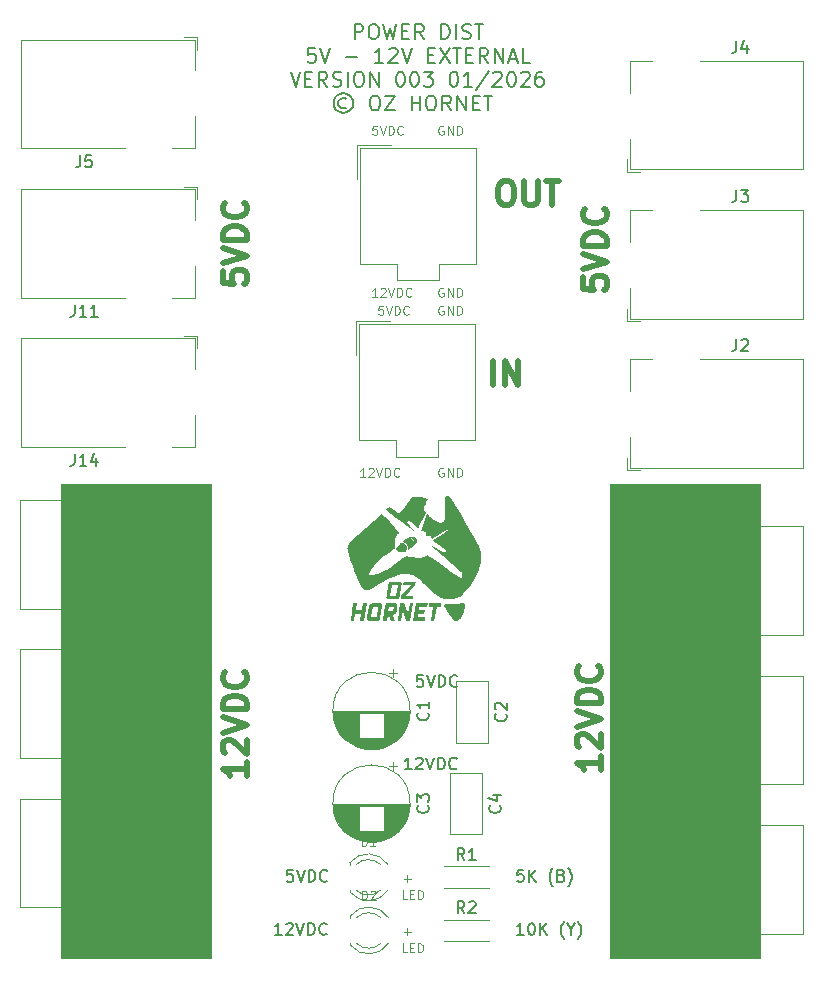
<source format=gbr>
%TF.GenerationSoftware,KiCad,Pcbnew,9.0.5*%
%TF.CreationDate,2026-01-23T06:55:33+10:00*%
%TF.ProjectId,OZ-HORNET-POWER-DIST,4f5a2d48-4f52-44e4-9554-2d504f574552,rev?*%
%TF.SameCoordinates,Original*%
%TF.FileFunction,Legend,Top*%
%TF.FilePolarity,Positive*%
%FSLAX46Y46*%
G04 Gerber Fmt 4.6, Leading zero omitted, Abs format (unit mm)*
G04 Created by KiCad (PCBNEW 9.0.5) date 2026-01-23 06:55:33*
%MOMM*%
%LPD*%
G01*
G04 APERTURE LIST*
%ADD10C,0.200000*%
%ADD11C,0.093750*%
%ADD12C,0.100000*%
%ADD13C,0.000000*%
%ADD14C,0.500000*%
%ADD15C,0.150000*%
%ADD16C,0.120000*%
G04 APERTURE END LIST*
D10*
X90393482Y-100367219D02*
X89822054Y-100367219D01*
X90107768Y-100367219D02*
X90107768Y-99367219D01*
X90107768Y-99367219D02*
X90012530Y-99510076D01*
X90012530Y-99510076D02*
X89917292Y-99605314D01*
X89917292Y-99605314D02*
X89822054Y-99652933D01*
X90774435Y-99462457D02*
X90822054Y-99414838D01*
X90822054Y-99414838D02*
X90917292Y-99367219D01*
X90917292Y-99367219D02*
X91155387Y-99367219D01*
X91155387Y-99367219D02*
X91250625Y-99414838D01*
X91250625Y-99414838D02*
X91298244Y-99462457D01*
X91298244Y-99462457D02*
X91345863Y-99557695D01*
X91345863Y-99557695D02*
X91345863Y-99652933D01*
X91345863Y-99652933D02*
X91298244Y-99795790D01*
X91298244Y-99795790D02*
X90726816Y-100367219D01*
X90726816Y-100367219D02*
X91345863Y-100367219D01*
X91631578Y-99367219D02*
X91964911Y-100367219D01*
X91964911Y-100367219D02*
X92298244Y-99367219D01*
X92631578Y-100367219D02*
X92631578Y-99367219D01*
X92631578Y-99367219D02*
X92869673Y-99367219D01*
X92869673Y-99367219D02*
X93012530Y-99414838D01*
X93012530Y-99414838D02*
X93107768Y-99510076D01*
X93107768Y-99510076D02*
X93155387Y-99605314D01*
X93155387Y-99605314D02*
X93203006Y-99795790D01*
X93203006Y-99795790D02*
X93203006Y-99938647D01*
X93203006Y-99938647D02*
X93155387Y-100129123D01*
X93155387Y-100129123D02*
X93107768Y-100224361D01*
X93107768Y-100224361D02*
X93012530Y-100319600D01*
X93012530Y-100319600D02*
X92869673Y-100367219D01*
X92869673Y-100367219D02*
X92631578Y-100367219D01*
X94203006Y-100271980D02*
X94155387Y-100319600D01*
X94155387Y-100319600D02*
X94012530Y-100367219D01*
X94012530Y-100367219D02*
X93917292Y-100367219D01*
X93917292Y-100367219D02*
X93774435Y-100319600D01*
X93774435Y-100319600D02*
X93679197Y-100224361D01*
X93679197Y-100224361D02*
X93631578Y-100129123D01*
X93631578Y-100129123D02*
X93583959Y-99938647D01*
X93583959Y-99938647D02*
X93583959Y-99795790D01*
X93583959Y-99795790D02*
X93631578Y-99605314D01*
X93631578Y-99605314D02*
X93679197Y-99510076D01*
X93679197Y-99510076D02*
X93774435Y-99414838D01*
X93774435Y-99414838D02*
X93917292Y-99367219D01*
X93917292Y-99367219D02*
X94012530Y-99367219D01*
X94012530Y-99367219D02*
X94155387Y-99414838D01*
X94155387Y-99414838D02*
X94203006Y-99462457D01*
X91345863Y-92367219D02*
X90869673Y-92367219D01*
X90869673Y-92367219D02*
X90822054Y-92843409D01*
X90822054Y-92843409D02*
X90869673Y-92795790D01*
X90869673Y-92795790D02*
X90964911Y-92748171D01*
X90964911Y-92748171D02*
X91203006Y-92748171D01*
X91203006Y-92748171D02*
X91298244Y-92795790D01*
X91298244Y-92795790D02*
X91345863Y-92843409D01*
X91345863Y-92843409D02*
X91393482Y-92938647D01*
X91393482Y-92938647D02*
X91393482Y-93176742D01*
X91393482Y-93176742D02*
X91345863Y-93271980D01*
X91345863Y-93271980D02*
X91298244Y-93319600D01*
X91298244Y-93319600D02*
X91203006Y-93367219D01*
X91203006Y-93367219D02*
X90964911Y-93367219D01*
X90964911Y-93367219D02*
X90869673Y-93319600D01*
X90869673Y-93319600D02*
X90822054Y-93271980D01*
X91679197Y-92367219D02*
X92012530Y-93367219D01*
X92012530Y-93367219D02*
X92345863Y-92367219D01*
X92679197Y-93367219D02*
X92679197Y-92367219D01*
X92679197Y-92367219D02*
X92917292Y-92367219D01*
X92917292Y-92367219D02*
X93060149Y-92414838D01*
X93060149Y-92414838D02*
X93155387Y-92510076D01*
X93155387Y-92510076D02*
X93203006Y-92605314D01*
X93203006Y-92605314D02*
X93250625Y-92795790D01*
X93250625Y-92795790D02*
X93250625Y-92938647D01*
X93250625Y-92938647D02*
X93203006Y-93129123D01*
X93203006Y-93129123D02*
X93155387Y-93224361D01*
X93155387Y-93224361D02*
X93060149Y-93319600D01*
X93060149Y-93319600D02*
X92917292Y-93367219D01*
X92917292Y-93367219D02*
X92679197Y-93367219D01*
X94250625Y-93271980D02*
X94203006Y-93319600D01*
X94203006Y-93319600D02*
X94060149Y-93367219D01*
X94060149Y-93367219D02*
X93964911Y-93367219D01*
X93964911Y-93367219D02*
X93822054Y-93319600D01*
X93822054Y-93319600D02*
X93726816Y-93224361D01*
X93726816Y-93224361D02*
X93679197Y-93129123D01*
X93679197Y-93129123D02*
X93631578Y-92938647D01*
X93631578Y-92938647D02*
X93631578Y-92795790D01*
X93631578Y-92795790D02*
X93679197Y-92605314D01*
X93679197Y-92605314D02*
X93726816Y-92510076D01*
X93726816Y-92510076D02*
X93822054Y-92414838D01*
X93822054Y-92414838D02*
X93964911Y-92367219D01*
X93964911Y-92367219D02*
X94060149Y-92367219D01*
X94060149Y-92367219D02*
X94203006Y-92414838D01*
X94203006Y-92414838D02*
X94250625Y-92462457D01*
D11*
X89740248Y-114117625D02*
X90311677Y-114117625D01*
X90025962Y-114403339D02*
X90025962Y-113831910D01*
D12*
X60706000Y-76200000D02*
X73406000Y-76200000D01*
X73406000Y-116332000D01*
X60706000Y-116332000D01*
X60706000Y-76200000D01*
G36*
X60706000Y-76200000D02*
G01*
X73406000Y-76200000D01*
X73406000Y-116332000D01*
X60706000Y-116332000D01*
X60706000Y-76200000D01*
G37*
D13*
G36*
X89580875Y-81202730D02*
G01*
X89599950Y-81205640D01*
X89638104Y-81211357D01*
X89657077Y-81214518D01*
X89675910Y-81218116D01*
X89694552Y-81222328D01*
X89703784Y-81224720D01*
X89712948Y-81227331D01*
X89712947Y-81227331D01*
X89736415Y-81235200D01*
X89759260Y-81244479D01*
X89781433Y-81255108D01*
X89802885Y-81267028D01*
X89823567Y-81280180D01*
X89843429Y-81294503D01*
X89862423Y-81309938D01*
X89880499Y-81326426D01*
X89897608Y-81343907D01*
X89913700Y-81362321D01*
X89928727Y-81381609D01*
X89942640Y-81401711D01*
X89955389Y-81422568D01*
X89966926Y-81444120D01*
X89977200Y-81466307D01*
X89986163Y-81489070D01*
X89993765Y-81512350D01*
X89999958Y-81536086D01*
X90004693Y-81560219D01*
X90007919Y-81584689D01*
X90009588Y-81609438D01*
X90009651Y-81634404D01*
X90008059Y-81659530D01*
X90004762Y-81684754D01*
X89999711Y-81710019D01*
X89992858Y-81735263D01*
X89984152Y-81760427D01*
X89973545Y-81785452D01*
X89960987Y-81810278D01*
X89946430Y-81834846D01*
X89929824Y-81859096D01*
X89911120Y-81882969D01*
X89909905Y-81884403D01*
X89908643Y-81885828D01*
X89907336Y-81887238D01*
X89905986Y-81888628D01*
X89904596Y-81889996D01*
X89903167Y-81891336D01*
X89901704Y-81892644D01*
X89900206Y-81893916D01*
X89898678Y-81895147D01*
X89897121Y-81896335D01*
X89895538Y-81897473D01*
X89893931Y-81898558D01*
X89892302Y-81899586D01*
X89890653Y-81900553D01*
X89888988Y-81901453D01*
X89887308Y-81902283D01*
X89854793Y-81917563D01*
X89822253Y-81932644D01*
X89789565Y-81947229D01*
X89773126Y-81954243D01*
X89756604Y-81961021D01*
X89744614Y-81965672D01*
X89732557Y-81970000D01*
X89720434Y-81974006D01*
X89708247Y-81977690D01*
X89695996Y-81981051D01*
X89683683Y-81984089D01*
X89671308Y-81986805D01*
X89658873Y-81989199D01*
X89646380Y-81991270D01*
X89633828Y-81993019D01*
X89621220Y-81994445D01*
X89608557Y-81995549D01*
X89595839Y-81996330D01*
X89583069Y-81996789D01*
X89570246Y-81996926D01*
X89557372Y-81996740D01*
X89529607Y-81995275D01*
X89502454Y-81992399D01*
X89475895Y-81988161D01*
X89449910Y-81982605D01*
X89424481Y-81975780D01*
X89399587Y-81967732D01*
X89375209Y-81958508D01*
X89351328Y-81948156D01*
X89327925Y-81936721D01*
X89304979Y-81924251D01*
X89282473Y-81910792D01*
X89260386Y-81896392D01*
X89238699Y-81881098D01*
X89217392Y-81864956D01*
X89196447Y-81848014D01*
X89175843Y-81830317D01*
X89166576Y-81821876D01*
X89157639Y-81813214D01*
X89149054Y-81804323D01*
X89140840Y-81795193D01*
X89133018Y-81785816D01*
X89125609Y-81776181D01*
X89118634Y-81766279D01*
X89112112Y-81756101D01*
X89106065Y-81745638D01*
X89100512Y-81734881D01*
X89095475Y-81723820D01*
X89090974Y-81712445D01*
X89087030Y-81700748D01*
X89083662Y-81688719D01*
X89080893Y-81676349D01*
X89078741Y-81663629D01*
X89078395Y-81660543D01*
X89078157Y-81657534D01*
X89078036Y-81654595D01*
X89078039Y-81651723D01*
X89078175Y-81648913D01*
X89078453Y-81646161D01*
X89078882Y-81643461D01*
X89079469Y-81640809D01*
X89080224Y-81638201D01*
X89081155Y-81635631D01*
X89082270Y-81633096D01*
X89083578Y-81630590D01*
X89085088Y-81628108D01*
X89086808Y-81625647D01*
X89088747Y-81623202D01*
X89090912Y-81620767D01*
X89256475Y-81442967D01*
X89338711Y-81353620D01*
X89420054Y-81263579D01*
X89427452Y-81255607D01*
X89434970Y-81248169D01*
X89442626Y-81241281D01*
X89450436Y-81234955D01*
X89458414Y-81229205D01*
X89466577Y-81224047D01*
X89474941Y-81219493D01*
X89483521Y-81215557D01*
X89492334Y-81212254D01*
X89501395Y-81209598D01*
X89510721Y-81207602D01*
X89520327Y-81206280D01*
X89530229Y-81205647D01*
X89540443Y-81205716D01*
X89550985Y-81206501D01*
X89561871Y-81208017D01*
X89561871Y-81199550D01*
X89580875Y-81202730D01*
G37*
G36*
X90083100Y-87187071D02*
G01*
X90222535Y-86310241D01*
X90533421Y-86310241D01*
X90298206Y-87799581D01*
X89957158Y-87799581D01*
X89668233Y-86934659D01*
X89532502Y-87799581D01*
X89221616Y-87799581D01*
X89456831Y-86310241D01*
X89792058Y-86310241D01*
X90083100Y-87187071D01*
G37*
G36*
X93451826Y-77183955D02*
G01*
X93496360Y-77202954D01*
X93545416Y-77233830D01*
X93599191Y-77277277D01*
X93657884Y-77333989D01*
X93966257Y-77798478D01*
X94260543Y-78272271D01*
X94544616Y-78752818D01*
X94822349Y-79237566D01*
X95374282Y-80209460D01*
X95656228Y-80691501D01*
X95947324Y-81167536D01*
X95946796Y-81166480D01*
X96015806Y-81287477D01*
X96077062Y-81408984D01*
X96130678Y-81531021D01*
X96176768Y-81653606D01*
X96215449Y-81776761D01*
X96246833Y-81900504D01*
X96271037Y-82024856D01*
X96288174Y-82149836D01*
X96298360Y-82275465D01*
X96301709Y-82401761D01*
X96298337Y-82528744D01*
X96288356Y-82656435D01*
X96271883Y-82784853D01*
X96249032Y-82914018D01*
X96219918Y-83043949D01*
X96184656Y-83174667D01*
X96130653Y-83347509D01*
X96071314Y-83515050D01*
X96006750Y-83677664D01*
X95937076Y-83835724D01*
X95862406Y-83989602D01*
X95782853Y-84139673D01*
X95698530Y-84286308D01*
X95609551Y-84429883D01*
X95516030Y-84570769D01*
X95418080Y-84709340D01*
X95315815Y-84845970D01*
X95209348Y-84981031D01*
X95098793Y-85114896D01*
X94984264Y-85247940D01*
X94865873Y-85380535D01*
X94743736Y-85513054D01*
X94658287Y-85596105D01*
X94565331Y-85670970D01*
X94465577Y-85737565D01*
X94359735Y-85795803D01*
X94248512Y-85845598D01*
X94132620Y-85886864D01*
X94012766Y-85919515D01*
X93889661Y-85943465D01*
X93764013Y-85958628D01*
X93636532Y-85964918D01*
X93507927Y-85962249D01*
X93378908Y-85950534D01*
X93250182Y-85929689D01*
X93122461Y-85899626D01*
X92996453Y-85860260D01*
X92872867Y-85811504D01*
X92836487Y-85795193D01*
X92800212Y-85778117D01*
X92764093Y-85760282D01*
X92728186Y-85741700D01*
X92692543Y-85722378D01*
X92657220Y-85702325D01*
X92622270Y-85681551D01*
X92587746Y-85660063D01*
X92553703Y-85637872D01*
X92520194Y-85614987D01*
X92487274Y-85591415D01*
X92454996Y-85567166D01*
X92423414Y-85542249D01*
X92392581Y-85516672D01*
X92362553Y-85490445D01*
X92333383Y-85463577D01*
X92181325Y-85319443D01*
X92032068Y-85180254D01*
X91739161Y-84909110D01*
X91594118Y-84773354D01*
X91449083Y-84634940D01*
X91303360Y-84491968D01*
X91156251Y-84342538D01*
X91067741Y-84250999D01*
X90976311Y-84169141D01*
X90882144Y-84096635D01*
X90785424Y-84033150D01*
X90686332Y-83978357D01*
X90585053Y-83931925D01*
X90481768Y-83893524D01*
X90376661Y-83862824D01*
X90269913Y-83839494D01*
X90161709Y-83823206D01*
X90052230Y-83813628D01*
X89941660Y-83810431D01*
X89830182Y-83813284D01*
X89717977Y-83821857D01*
X89605229Y-83835821D01*
X89492121Y-83854845D01*
X89265556Y-83906752D01*
X89039742Y-83974938D01*
X88816144Y-84056761D01*
X88596222Y-84149582D01*
X88381439Y-84250759D01*
X88173258Y-84357651D01*
X87973140Y-84467618D01*
X87782549Y-84578017D01*
X87252490Y-84902495D01*
X87117161Y-84978662D01*
X87048459Y-85014456D01*
X86978915Y-85048351D01*
X86908417Y-85080064D01*
X86836855Y-85109315D01*
X86764114Y-85135823D01*
X86690085Y-85159306D01*
X86647500Y-85170043D01*
X86627129Y-85174410D01*
X86607347Y-85178096D01*
X86588133Y-85181092D01*
X86569467Y-85183388D01*
X86551329Y-85184977D01*
X86533700Y-85185847D01*
X86516558Y-85185991D01*
X86499886Y-85185398D01*
X86483662Y-85184059D01*
X86467866Y-85181965D01*
X86452479Y-85179107D01*
X86437480Y-85175476D01*
X86422850Y-85171061D01*
X86408568Y-85165855D01*
X86394615Y-85159846D01*
X86380971Y-85153027D01*
X86367616Y-85145388D01*
X86354529Y-85136920D01*
X86341691Y-85127613D01*
X86329082Y-85117458D01*
X86316682Y-85106445D01*
X86304471Y-85094566D01*
X86292429Y-85081811D01*
X86280536Y-85068171D01*
X86268772Y-85053636D01*
X86257117Y-85038197D01*
X86245551Y-85021845D01*
X86234055Y-85004571D01*
X86222607Y-84986365D01*
X86211189Y-84967219D01*
X86168489Y-84892842D01*
X86126564Y-84817944D01*
X86085494Y-84742525D01*
X86045361Y-84666586D01*
X86006245Y-84590125D01*
X85968227Y-84513144D01*
X85931387Y-84435642D01*
X85895806Y-84357618D01*
X85765680Y-84058969D01*
X85641012Y-83758333D01*
X85521801Y-83455706D01*
X85408046Y-83151085D01*
X85299749Y-82844468D01*
X85196909Y-82535850D01*
X85099526Y-82225230D01*
X85007599Y-81912603D01*
X84991490Y-81849013D01*
X84985115Y-81817846D01*
X84979855Y-81787087D01*
X84975706Y-81756730D01*
X84972665Y-81726767D01*
X84970728Y-81697190D01*
X84969892Y-81667992D01*
X84970153Y-81639166D01*
X84971508Y-81610704D01*
X84973953Y-81582599D01*
X84977485Y-81554844D01*
X84982100Y-81527430D01*
X84987794Y-81500352D01*
X84994564Y-81473600D01*
X85002407Y-81447168D01*
X85011319Y-81421049D01*
X85021296Y-81395235D01*
X85032335Y-81369718D01*
X85044432Y-81344491D01*
X85057584Y-81319547D01*
X85071787Y-81294878D01*
X85087038Y-81270478D01*
X85103333Y-81246337D01*
X85139042Y-81198809D01*
X85178885Y-81152233D01*
X85222833Y-81106551D01*
X85270860Y-81061704D01*
X86571551Y-79894891D01*
X87216713Y-79305829D01*
X87536544Y-79008322D01*
X87853987Y-78708235D01*
X87924333Y-78780631D01*
X87994480Y-78853226D01*
X88027562Y-78887858D01*
X88060494Y-78922713D01*
X88093228Y-78957815D01*
X88125714Y-78993191D01*
X88128502Y-78996126D01*
X88131318Y-78998877D01*
X88134168Y-79001436D01*
X88137062Y-79003799D01*
X88140007Y-79005961D01*
X88143010Y-79007916D01*
X88146082Y-79009658D01*
X88149229Y-79011183D01*
X88152459Y-79012484D01*
X88155782Y-79013557D01*
X88159204Y-79014395D01*
X88162735Y-79014994D01*
X88166382Y-79015348D01*
X88170153Y-79015452D01*
X88174057Y-79015300D01*
X88178101Y-79014887D01*
X88182639Y-79014361D01*
X88187033Y-79014077D01*
X88191292Y-79014040D01*
X88195427Y-79014259D01*
X88199450Y-79014737D01*
X88203369Y-79015482D01*
X88207197Y-79016500D01*
X88210943Y-79017797D01*
X88214617Y-79019380D01*
X88218230Y-79021253D01*
X88221794Y-79023425D01*
X88225317Y-79025900D01*
X88228811Y-79028686D01*
X88232285Y-79031787D01*
X88235752Y-79035211D01*
X88239220Y-79038964D01*
X88266149Y-79069174D01*
X88293323Y-79099120D01*
X88348195Y-79158457D01*
X88458560Y-79276560D01*
X88550734Y-79376606D01*
X88642710Y-79476849D01*
X88831358Y-79681902D01*
X89018153Y-79885102D01*
X89258130Y-80145716D01*
X89338365Y-80234087D01*
X89418997Y-80323251D01*
X89412081Y-80334973D01*
X89408581Y-80340581D01*
X89404995Y-80345985D01*
X89401280Y-80351158D01*
X89397394Y-80356073D01*
X89393293Y-80360703D01*
X89388934Y-80365022D01*
X89384274Y-80369004D01*
X89381818Y-80370859D01*
X89379271Y-80372620D01*
X89376627Y-80374284D01*
X89373881Y-80375846D01*
X89371027Y-80377303D01*
X89368061Y-80378653D01*
X89364976Y-80379891D01*
X89361768Y-80381015D01*
X89358431Y-80382021D01*
X89354959Y-80382905D01*
X89351348Y-80383665D01*
X89347592Y-80384297D01*
X89343685Y-80384798D01*
X89339622Y-80385164D01*
X89334312Y-80385748D01*
X89328999Y-80386688D01*
X89323689Y-80387956D01*
X89318385Y-80389521D01*
X89313092Y-80391357D01*
X89307815Y-80393433D01*
X89302556Y-80395722D01*
X89297322Y-80398195D01*
X89292115Y-80400822D01*
X89286940Y-80403576D01*
X89276705Y-80409349D01*
X89256807Y-80421147D01*
X89236962Y-80433686D01*
X89218173Y-80447066D01*
X89200393Y-80461248D01*
X89183576Y-80476193D01*
X89167673Y-80491862D01*
X89152637Y-80508216D01*
X89138421Y-80525216D01*
X89124979Y-80542823D01*
X89112262Y-80560996D01*
X89100223Y-80579698D01*
X89088815Y-80598889D01*
X89077990Y-80618531D01*
X89067702Y-80638583D01*
X89057904Y-80659006D01*
X89048547Y-80679762D01*
X89039584Y-80700812D01*
X89027066Y-80732953D01*
X89015834Y-80765453D01*
X89005786Y-80798276D01*
X88996821Y-80831384D01*
X88988835Y-80864740D01*
X88981727Y-80898307D01*
X88975394Y-80932048D01*
X88969734Y-80965925D01*
X88966952Y-80985120D01*
X88964691Y-81004397D01*
X88962851Y-81023735D01*
X88961334Y-81043117D01*
X88956505Y-81120706D01*
X88954699Y-81149124D01*
X88953165Y-81177592D01*
X88952648Y-81191828D01*
X88952375Y-81206059D01*
X88952407Y-81220277D01*
X88952801Y-81234477D01*
X88954974Y-81276610D01*
X88957936Y-81318631D01*
X88962001Y-81360478D01*
X88967485Y-81402090D01*
X88970859Y-81422789D01*
X88974707Y-81443405D01*
X88979067Y-81463931D01*
X88983981Y-81484359D01*
X88989486Y-81504682D01*
X88995623Y-81524892D01*
X89002432Y-81544981D01*
X89009951Y-81564942D01*
X89012019Y-81569773D01*
X89014242Y-81574570D01*
X89016602Y-81579373D01*
X89019079Y-81584223D01*
X89024313Y-81594223D01*
X89027032Y-81599454D01*
X89029795Y-81604893D01*
X88973009Y-81644911D01*
X88915230Y-81685327D01*
X88687358Y-81844176D01*
X88459882Y-82003620D01*
X88302588Y-82115671D01*
X88224436Y-82172466D01*
X88146880Y-82230103D01*
X88082062Y-82279531D01*
X88017863Y-82329851D01*
X87954408Y-82381164D01*
X87922999Y-82407224D01*
X87891822Y-82433568D01*
X87815680Y-82499441D01*
X87740282Y-82566257D01*
X87590726Y-82701327D01*
X87554193Y-82735081D01*
X87536093Y-82752146D01*
X87518131Y-82769357D01*
X87500331Y-82786729D01*
X87482714Y-82804278D01*
X87465302Y-82822019D01*
X87448116Y-82839968D01*
X87392528Y-82899505D01*
X87337979Y-82959920D01*
X87284614Y-83021320D01*
X87232580Y-83083815D01*
X87182021Y-83147513D01*
X87133084Y-83212522D01*
X87085914Y-83278952D01*
X87040658Y-83346910D01*
X87004210Y-83405358D01*
X86969543Y-83464649D01*
X86936748Y-83524834D01*
X86905919Y-83585961D01*
X86877148Y-83648080D01*
X86850530Y-83711241D01*
X86826156Y-83775494D01*
X86804120Y-83840887D01*
X86801521Y-83849340D01*
X86799052Y-83857858D01*
X86794331Y-83875250D01*
X86784541Y-83912589D01*
X86828660Y-83912953D01*
X86849505Y-83912924D01*
X86859775Y-83912716D01*
X86870002Y-83912325D01*
X86893810Y-83910936D01*
X86917593Y-83909150D01*
X86941327Y-83906967D01*
X86964987Y-83904387D01*
X87076178Y-83892216D01*
X87131674Y-83885486D01*
X87159354Y-83881743D01*
X87186972Y-83877665D01*
X87244520Y-83868038D01*
X87301677Y-83856858D01*
X87358450Y-83844183D01*
X87414845Y-83830073D01*
X87470867Y-83814586D01*
X87526524Y-83797781D01*
X87581821Y-83779718D01*
X87636764Y-83760454D01*
X87710603Y-83732991D01*
X87747357Y-83718722D01*
X87783971Y-83704065D01*
X87820424Y-83688999D01*
X87856695Y-83673502D01*
X87892760Y-83657552D01*
X87928599Y-83641128D01*
X88014002Y-83600666D01*
X88056526Y-83579917D01*
X88098858Y-83558742D01*
X88140943Y-83537084D01*
X88182723Y-83514884D01*
X88224144Y-83492081D01*
X88265149Y-83468619D01*
X88314886Y-83439245D01*
X88364293Y-83409298D01*
X88413391Y-83378824D01*
X88462198Y-83347870D01*
X88559010Y-83284704D01*
X88654880Y-83220175D01*
X88702792Y-83187030D01*
X88750337Y-83153355D01*
X88844653Y-83084874D01*
X89032441Y-82946596D01*
X89362906Y-82706090D01*
X89667706Y-82483046D01*
X89800229Y-82386010D01*
X89932553Y-82288577D01*
X89934824Y-82287000D01*
X89937075Y-82285636D01*
X89939312Y-82284474D01*
X89941541Y-82283504D01*
X89943766Y-82282716D01*
X89945994Y-82282098D01*
X89948230Y-82281641D01*
X89950479Y-82281334D01*
X89952746Y-82281166D01*
X89955038Y-82281128D01*
X89957359Y-82281208D01*
X89959714Y-82281396D01*
X89962111Y-82281682D01*
X89964552Y-82282055D01*
X89967045Y-82282505D01*
X89969595Y-82283021D01*
X90272179Y-82344735D01*
X90574962Y-82405258D01*
X90591777Y-82408416D01*
X90608675Y-82411178D01*
X90625642Y-82413592D01*
X90642662Y-82415709D01*
X90659719Y-82417578D01*
X90676797Y-82419248D01*
X90710957Y-82422191D01*
X90775255Y-82427173D01*
X90839578Y-82431683D01*
X90903950Y-82435548D01*
X90968397Y-82438595D01*
X90987061Y-82439056D01*
X91005744Y-82439104D01*
X91024440Y-82438823D01*
X91043142Y-82438298D01*
X91117886Y-82435420D01*
X91170142Y-82433965D01*
X91183236Y-82433462D01*
X91196319Y-82432816D01*
X91209376Y-82431984D01*
X91222397Y-82430922D01*
X91264687Y-82426713D01*
X91306774Y-82421608D01*
X91348575Y-82415281D01*
X91369343Y-82411558D01*
X91390010Y-82407408D01*
X91410565Y-82402789D01*
X91430999Y-82397661D01*
X91451300Y-82391984D01*
X91471460Y-82385716D01*
X91491468Y-82378817D01*
X91511314Y-82371247D01*
X91530988Y-82362965D01*
X91550480Y-82353929D01*
X91552312Y-82353011D01*
X91554136Y-82352046D01*
X91555948Y-82351035D01*
X91557748Y-82349981D01*
X91559532Y-82348884D01*
X91561298Y-82347748D01*
X91563044Y-82346573D01*
X91564768Y-82345363D01*
X91566466Y-82344118D01*
X91568138Y-82342841D01*
X91569780Y-82341535D01*
X91571390Y-82340199D01*
X91572967Y-82338838D01*
X91574506Y-82337452D01*
X91576007Y-82336043D01*
X91577467Y-82334614D01*
X91603806Y-82308722D01*
X91630020Y-82282657D01*
X91656086Y-82256442D01*
X91681978Y-82230104D01*
X91683490Y-82228580D01*
X91684959Y-82227188D01*
X91686396Y-82225938D01*
X91687815Y-82224837D01*
X91689228Y-82223894D01*
X91689936Y-82223485D01*
X91690647Y-82223118D01*
X91691363Y-82222795D01*
X91692085Y-82222517D01*
X91692814Y-82222285D01*
X91693553Y-82222100D01*
X91694303Y-82221963D01*
X91695065Y-82221875D01*
X91695841Y-82221838D01*
X91696633Y-82221851D01*
X91697442Y-82221917D01*
X91698269Y-82222036D01*
X91699117Y-82222210D01*
X91699986Y-82222439D01*
X91700878Y-82222725D01*
X91701795Y-82223069D01*
X91702739Y-82223471D01*
X91703711Y-82223933D01*
X91704711Y-82224456D01*
X91705743Y-82225040D01*
X91706808Y-82225688D01*
X91707906Y-82226400D01*
X92122244Y-82498921D01*
X92611195Y-82819595D01*
X92971822Y-83056397D01*
X93347794Y-83302195D01*
X93401703Y-83337782D01*
X93428757Y-83355401D01*
X93442352Y-83364059D01*
X93456009Y-83372574D01*
X93459240Y-83374623D01*
X93462274Y-83376708D01*
X93465095Y-83378842D01*
X93467684Y-83381037D01*
X93470025Y-83383305D01*
X93471098Y-83384470D01*
X93472101Y-83385657D01*
X93473035Y-83386869D01*
X93473895Y-83388107D01*
X93474681Y-83389372D01*
X93475390Y-83390665D01*
X93476020Y-83391989D01*
X93476569Y-83393345D01*
X93477034Y-83394734D01*
X93477414Y-83396157D01*
X93477706Y-83397617D01*
X93477909Y-83399114D01*
X93478019Y-83400651D01*
X93478036Y-83402228D01*
X93477957Y-83403848D01*
X93477779Y-83405512D01*
X93477501Y-83407220D01*
X93477120Y-83408976D01*
X93476635Y-83410780D01*
X93476043Y-83412633D01*
X93475342Y-83414538D01*
X93474530Y-83416495D01*
X93473949Y-83417888D01*
X93473446Y-83419241D01*
X93473019Y-83420555D01*
X93472667Y-83421830D01*
X93472389Y-83423070D01*
X93472182Y-83424274D01*
X93472046Y-83425444D01*
X93471979Y-83426582D01*
X93471980Y-83427690D01*
X93472048Y-83428767D01*
X93472180Y-83429816D01*
X93472377Y-83430838D01*
X93472635Y-83431835D01*
X93472954Y-83432808D01*
X93473333Y-83433757D01*
X93473769Y-83434685D01*
X93474262Y-83435593D01*
X93474811Y-83436482D01*
X93475413Y-83437354D01*
X93476067Y-83438210D01*
X93476773Y-83439050D01*
X93477528Y-83439878D01*
X93478331Y-83440693D01*
X93479181Y-83441498D01*
X93481015Y-83443081D01*
X93483020Y-83444638D01*
X93485184Y-83446179D01*
X93487495Y-83447716D01*
X94021159Y-83797760D01*
X94361149Y-84021332D01*
X94395297Y-84044281D01*
X94429346Y-84067403D01*
X94446457Y-84078804D01*
X94463692Y-84089979D01*
X94481101Y-84100838D01*
X94498733Y-84111290D01*
X94500926Y-84112590D01*
X94502994Y-84113911D01*
X94504940Y-84115252D01*
X94506767Y-84116614D01*
X94508478Y-84117998D01*
X94510077Y-84119403D01*
X94511566Y-84120830D01*
X94512950Y-84122279D01*
X94514231Y-84123751D01*
X94515412Y-84125245D01*
X94516497Y-84126763D01*
X94517490Y-84128304D01*
X94518392Y-84129868D01*
X94519208Y-84131457D01*
X94519941Y-84133069D01*
X94520594Y-84134707D01*
X94521672Y-84138056D01*
X94522470Y-84141506D01*
X94523013Y-84145061D01*
X94523326Y-84148721D01*
X94523437Y-84152490D01*
X94523370Y-84156370D01*
X94523153Y-84160363D01*
X94522810Y-84164472D01*
X94521839Y-84174096D01*
X94520751Y-84183720D01*
X94518444Y-84202969D01*
X94517337Y-84212593D01*
X94516336Y-84222218D01*
X94515496Y-84231842D01*
X94514873Y-84241466D01*
X94512992Y-84274490D01*
X94511334Y-84307612D01*
X94510782Y-84324179D01*
X94510519Y-84340734D01*
X94510622Y-84357265D01*
X94511168Y-84373758D01*
X94511443Y-84378581D01*
X94511867Y-84383424D01*
X94512433Y-84388281D01*
X94513136Y-84393147D01*
X94513969Y-84398015D01*
X94514926Y-84402882D01*
X94516001Y-84407740D01*
X94517187Y-84412585D01*
X94518479Y-84417412D01*
X94519870Y-84422215D01*
X94522925Y-84431727D01*
X94526303Y-84441077D01*
X94529953Y-84450223D01*
X94531192Y-84453036D01*
X94532477Y-84455673D01*
X94533805Y-84458133D01*
X94535174Y-84460416D01*
X94536582Y-84462522D01*
X94538025Y-84464451D01*
X94539503Y-84466202D01*
X94541012Y-84467776D01*
X94542550Y-84469173D01*
X94544115Y-84470392D01*
X94545704Y-84471433D01*
X94547315Y-84472296D01*
X94548946Y-84472981D01*
X94550593Y-84473489D01*
X94552256Y-84473818D01*
X94553931Y-84473969D01*
X94555616Y-84473942D01*
X94557309Y-84473737D01*
X94559007Y-84473353D01*
X94560709Y-84472790D01*
X94562410Y-84472049D01*
X94564110Y-84471129D01*
X94565806Y-84470030D01*
X94567495Y-84468752D01*
X94569176Y-84467295D01*
X94570845Y-84465659D01*
X94572500Y-84463844D01*
X94574139Y-84461849D01*
X94575760Y-84459675D01*
X94577360Y-84457321D01*
X94578937Y-84454788D01*
X94580489Y-84452075D01*
X94582870Y-84447623D01*
X94585155Y-84443103D01*
X94587344Y-84438519D01*
X94589440Y-84433876D01*
X94593358Y-84424439D01*
X94596927Y-84414834D01*
X94600160Y-84405106D01*
X94603074Y-84395297D01*
X94605684Y-84385450D01*
X94608006Y-84375610D01*
X94610085Y-84365133D01*
X94611793Y-84354551D01*
X94613178Y-84343882D01*
X94614290Y-84333145D01*
X94615179Y-84322358D01*
X94615894Y-84311540D01*
X94617001Y-84289885D01*
X94625733Y-84080600D01*
X94631388Y-83962728D01*
X94637639Y-83844856D01*
X94640393Y-83800447D01*
X94643394Y-83756088D01*
X94649545Y-83667320D01*
X94649592Y-83665665D01*
X94649535Y-83664027D01*
X94649377Y-83662406D01*
X94649119Y-83660804D01*
X94648762Y-83659224D01*
X94648309Y-83657668D01*
X94647762Y-83656137D01*
X94647123Y-83654633D01*
X94646392Y-83653158D01*
X94645573Y-83651714D01*
X94644667Y-83650302D01*
X94643676Y-83648926D01*
X94642601Y-83647586D01*
X94641445Y-83646285D01*
X94640209Y-83645024D01*
X94638896Y-83643805D01*
X94636043Y-83641503D01*
X94632900Y-83639392D01*
X94629484Y-83637488D01*
X94625807Y-83635806D01*
X94621886Y-83634361D01*
X94617735Y-83633169D01*
X94613368Y-83632244D01*
X94608800Y-83631601D01*
X94605956Y-83631255D01*
X94603020Y-83630862D01*
X94600047Y-83630499D01*
X94598563Y-83630354D01*
X94597092Y-83630245D01*
X94595639Y-83630183D01*
X94594211Y-83630178D01*
X94592816Y-83630238D01*
X94591461Y-83630373D01*
X94590152Y-83630594D01*
X94588897Y-83630910D01*
X94588291Y-83631107D01*
X94587702Y-83631331D01*
X94587130Y-83631583D01*
X94586575Y-83631865D01*
X94584298Y-83632993D01*
X94582082Y-83633948D01*
X94579924Y-83634738D01*
X94577821Y-83635369D01*
X94575773Y-83635847D01*
X94573776Y-83636179D01*
X94571829Y-83636371D01*
X94569930Y-83636430D01*
X94568077Y-83636361D01*
X94566267Y-83636171D01*
X94564499Y-83635868D01*
X94562771Y-83635456D01*
X94561080Y-83634943D01*
X94559425Y-83634334D01*
X94557803Y-83633637D01*
X94556213Y-83632858D01*
X94554652Y-83632002D01*
X94553119Y-83631077D01*
X94550127Y-83629044D01*
X94547220Y-83626809D01*
X94544381Y-83624424D01*
X94533393Y-83614403D01*
X94380464Y-83474439D01*
X94189964Y-83303783D01*
X94049735Y-83176253D01*
X93841508Y-82988399D01*
X93699956Y-82859282D01*
X93497814Y-82677249D01*
X93399124Y-82587026D01*
X93194072Y-82402082D01*
X93146315Y-82358326D01*
X93122486Y-82336486D01*
X93098557Y-82314769D01*
X92891918Y-82128503D01*
X92756452Y-82005736D01*
X92546372Y-81816294D01*
X92477878Y-81754217D01*
X92409583Y-81691940D01*
X92159022Y-81464398D01*
X92158981Y-81464339D01*
X92158958Y-81464261D01*
X92158950Y-81464164D01*
X92158956Y-81464047D01*
X92158974Y-81463910D01*
X92159003Y-81463752D01*
X92159088Y-81463373D01*
X92159197Y-81462907D01*
X92159319Y-81462352D01*
X92159441Y-81461703D01*
X92159498Y-81461343D01*
X92159551Y-81460959D01*
X93232436Y-82012880D01*
X93245665Y-81983246D01*
X93268816Y-81929205D01*
X93280193Y-81902061D01*
X93291174Y-81874767D01*
X93291583Y-81873468D01*
X93291917Y-81872062D01*
X93292175Y-81870568D01*
X93292356Y-81869004D01*
X93292460Y-81867387D01*
X93292486Y-81865735D01*
X93292432Y-81864066D01*
X93292298Y-81862398D01*
X93292084Y-81860748D01*
X93291789Y-81859135D01*
X93291411Y-81857576D01*
X93290951Y-81856089D01*
X93290406Y-81854692D01*
X93289777Y-81853403D01*
X93289431Y-81852805D01*
X93289063Y-81852240D01*
X93288674Y-81851710D01*
X93288263Y-81851219D01*
X93122370Y-81659396D01*
X93113340Y-81649293D01*
X93103937Y-81639689D01*
X93094195Y-81630538D01*
X93084150Y-81621792D01*
X93073836Y-81613407D01*
X93063290Y-81605335D01*
X93052545Y-81597529D01*
X93041639Y-81589943D01*
X93019479Y-81575246D01*
X92997094Y-81560872D01*
X92974764Y-81546448D01*
X92952772Y-81531603D01*
X92690702Y-81350132D01*
X92427838Y-81169653D01*
X92180453Y-80999526D01*
X92183360Y-80997159D01*
X92186146Y-80994830D01*
X92191466Y-80990332D01*
X92194057Y-80988188D01*
X92196638Y-80986131D01*
X92199238Y-80984174D01*
X92200554Y-80983236D01*
X92201885Y-80982328D01*
X92601405Y-80711924D01*
X93024474Y-80424851D01*
X93230187Y-80284556D01*
X93333217Y-80214706D01*
X93436694Y-80145451D01*
X93440149Y-80143074D01*
X93443472Y-80140611D01*
X93449752Y-80135441D01*
X93455588Y-80129979D01*
X93461036Y-80124260D01*
X93466148Y-80118320D01*
X93470980Y-80112197D01*
X93475586Y-80105927D01*
X93480019Y-80099546D01*
X93497118Y-80073642D01*
X93501505Y-80067253D01*
X93506046Y-80060972D01*
X93510794Y-80054835D01*
X93515804Y-80048878D01*
X93512100Y-80043851D01*
X92118539Y-80861678D01*
X92112975Y-80835278D01*
X92107758Y-80809621D01*
X92105078Y-80797057D01*
X92102243Y-80784659D01*
X92099172Y-80772424D01*
X92095786Y-80760343D01*
X92089290Y-80740938D01*
X92081725Y-80722706D01*
X92073112Y-80705641D01*
X92063473Y-80689736D01*
X92052829Y-80674986D01*
X92041203Y-80661386D01*
X92028615Y-80648929D01*
X92015087Y-80637609D01*
X92000642Y-80627421D01*
X91985301Y-80618359D01*
X91969085Y-80610417D01*
X91952017Y-80603590D01*
X91934118Y-80597870D01*
X91915410Y-80593254D01*
X91895914Y-80589734D01*
X91875652Y-80587305D01*
X91865552Y-80586528D01*
X91855493Y-80585976D01*
X91835476Y-80585499D01*
X91815572Y-80585784D01*
X91795748Y-80586743D01*
X91775973Y-80588285D01*
X91756218Y-80590319D01*
X91736449Y-80592757D01*
X91716638Y-80595508D01*
X91714775Y-80595689D01*
X91712866Y-80595740D01*
X91710918Y-80595669D01*
X91708940Y-80595483D01*
X91706940Y-80595188D01*
X91704926Y-80594791D01*
X91702909Y-80594300D01*
X91700895Y-80593722D01*
X91698893Y-80593062D01*
X91696912Y-80592329D01*
X91694961Y-80591530D01*
X91693048Y-80590671D01*
X91691181Y-80589759D01*
X91689370Y-80588801D01*
X91687621Y-80587804D01*
X91685945Y-80586776D01*
X91683553Y-80585127D01*
X91681231Y-80583365D01*
X91678968Y-80581508D01*
X91676755Y-80579575D01*
X91674581Y-80577582D01*
X91672435Y-80575549D01*
X91668185Y-80571430D01*
X91663924Y-80567361D01*
X91661762Y-80565390D01*
X91659566Y-80563485D01*
X91657325Y-80561663D01*
X91655028Y-80559943D01*
X91652666Y-80558342D01*
X91650227Y-80556878D01*
X91648525Y-80555926D01*
X91646939Y-80554953D01*
X91645466Y-80553960D01*
X91644102Y-80552947D01*
X91642844Y-80551913D01*
X91641688Y-80550860D01*
X91640632Y-80549786D01*
X91639672Y-80548693D01*
X91638805Y-80547579D01*
X91638027Y-80546445D01*
X91637335Y-80545291D01*
X91636725Y-80544116D01*
X91636195Y-80542922D01*
X91635741Y-80541707D01*
X91635359Y-80540472D01*
X91635046Y-80539217D01*
X91634800Y-80537942D01*
X91634616Y-80536647D01*
X91634422Y-80533996D01*
X91634438Y-80531264D01*
X91634637Y-80528452D01*
X91634993Y-80525559D01*
X91635479Y-80522586D01*
X91636733Y-80516397D01*
X91638763Y-80506726D01*
X91640481Y-80497064D01*
X91641881Y-80487412D01*
X91642955Y-80477772D01*
X91643696Y-80468146D01*
X91644096Y-80458535D01*
X91644148Y-80448943D01*
X91643844Y-80439370D01*
X91643178Y-80429819D01*
X91642141Y-80420292D01*
X91640727Y-80410790D01*
X91638929Y-80401316D01*
X91636738Y-80391871D01*
X91634147Y-80382457D01*
X91631149Y-80373077D01*
X91627738Y-80363732D01*
X91623504Y-80353610D01*
X91618850Y-80343872D01*
X91613788Y-80334505D01*
X91608332Y-80325496D01*
X91602494Y-80316833D01*
X91596288Y-80308503D01*
X91589727Y-80300493D01*
X91582824Y-80292791D01*
X91575593Y-80285383D01*
X91568046Y-80278257D01*
X91560197Y-80271400D01*
X91552058Y-80264799D01*
X91543644Y-80258441D01*
X91534967Y-80252314D01*
X91526040Y-80246405D01*
X91516877Y-80240701D01*
X91500493Y-80231241D01*
X91483891Y-80222478D01*
X91467085Y-80214373D01*
X91450086Y-80206884D01*
X91432908Y-80199972D01*
X91415562Y-80193597D01*
X91398061Y-80187718D01*
X91380418Y-80182294D01*
X91362644Y-80177286D01*
X91344753Y-80172654D01*
X91308666Y-80164352D01*
X91272257Y-80157068D01*
X91235625Y-80150478D01*
X91233044Y-80149958D01*
X91230453Y-80149395D01*
X91225207Y-80148163D01*
X91214193Y-80145451D01*
X91734893Y-78743953D01*
X91851472Y-78861773D01*
X91912444Y-78919915D01*
X91975077Y-78977097D01*
X92039276Y-79032980D01*
X92104945Y-79087230D01*
X92171989Y-79139508D01*
X92240313Y-79189478D01*
X92309822Y-79236804D01*
X92380420Y-79281148D01*
X92452011Y-79322173D01*
X92524501Y-79359544D01*
X92597794Y-79392922D01*
X92671794Y-79421971D01*
X92746407Y-79446355D01*
X92821537Y-79465737D01*
X92839007Y-79468107D01*
X92856234Y-79469860D01*
X92873206Y-79470996D01*
X92889910Y-79471513D01*
X92906332Y-79471413D01*
X92922461Y-79470695D01*
X92938282Y-79469358D01*
X92953783Y-79467403D01*
X92968952Y-79464828D01*
X92983774Y-79461634D01*
X92998238Y-79457821D01*
X93012330Y-79453388D01*
X93026038Y-79448336D01*
X93039347Y-79442663D01*
X93052247Y-79436369D01*
X93064722Y-79429455D01*
X93076762Y-79421921D01*
X93088352Y-79413765D01*
X93099480Y-79404987D01*
X93110132Y-79395588D01*
X93120296Y-79385567D01*
X93129960Y-79374925D01*
X93139109Y-79363659D01*
X93147731Y-79351771D01*
X93155814Y-79339261D01*
X93163343Y-79326127D01*
X93170307Y-79312370D01*
X93176692Y-79297989D01*
X93182486Y-79282985D01*
X93187675Y-79267356D01*
X93192246Y-79251103D01*
X93196187Y-79234226D01*
X93209634Y-79163880D01*
X93220615Y-79092686D01*
X93229148Y-79020867D01*
X93235246Y-78948641D01*
X93238926Y-78876230D01*
X93240203Y-78803852D01*
X93239092Y-78731729D01*
X93235610Y-78660080D01*
X93205298Y-78230827D01*
X93192394Y-77929725D01*
X93192055Y-77776964D01*
X93197906Y-77630124D01*
X93211534Y-77494749D01*
X93221760Y-77433095D01*
X93234524Y-77376386D01*
X93250026Y-77325317D01*
X93268462Y-77280580D01*
X93290033Y-77242868D01*
X93314935Y-77212876D01*
X93343367Y-77191295D01*
X93375527Y-77178819D01*
X93411614Y-77176142D01*
X93451826Y-77183955D01*
G37*
G36*
X90970711Y-77265858D02*
G01*
X91082503Y-77279654D01*
X91194517Y-77298861D01*
X91305304Y-77322132D01*
X91413417Y-77348118D01*
X91790192Y-77452257D01*
X91649466Y-77740454D01*
X91580232Y-77880584D01*
X91509734Y-78018730D01*
X91492503Y-78054287D01*
X91478013Y-78089611D01*
X91466257Y-78124685D01*
X91457230Y-78159492D01*
X91450926Y-78194015D01*
X91447337Y-78228238D01*
X91446459Y-78262143D01*
X91448284Y-78295715D01*
X91452807Y-78328937D01*
X91460021Y-78361791D01*
X91469920Y-78394262D01*
X91482498Y-78426333D01*
X91497749Y-78457986D01*
X91515666Y-78489206D01*
X91536243Y-78519975D01*
X91559475Y-78550277D01*
X91577723Y-78571208D01*
X91596319Y-78592313D01*
X91634352Y-78634944D01*
X91615699Y-78635308D01*
X91606373Y-78635428D01*
X91597046Y-78635473D01*
X91596468Y-78635492D01*
X91595876Y-78635549D01*
X91595272Y-78635642D01*
X91594657Y-78635769D01*
X91594032Y-78635929D01*
X91593400Y-78636122D01*
X91592761Y-78636345D01*
X91592118Y-78636598D01*
X91590824Y-78637185D01*
X91589530Y-78637873D01*
X91588249Y-78638651D01*
X91586992Y-78639508D01*
X91585773Y-78640433D01*
X91584603Y-78641416D01*
X91583495Y-78642445D01*
X91582461Y-78643510D01*
X91581514Y-78644600D01*
X91580667Y-78645703D01*
X91579931Y-78646810D01*
X91579609Y-78647361D01*
X91579319Y-78647909D01*
X91337754Y-79133948D01*
X91194615Y-79424196D01*
X91036658Y-79744607D01*
X90989629Y-79841047D01*
X90942202Y-79939075D01*
X90929506Y-79928306D01*
X90917231Y-79918008D01*
X90911260Y-79912935D01*
X90905404Y-79907859D01*
X90899665Y-79902739D01*
X90894048Y-79897536D01*
X90865721Y-79870615D01*
X90837493Y-79843495D01*
X90781335Y-79789057D01*
X90687177Y-79698404D01*
X90663753Y-79675640D01*
X90640506Y-79652693D01*
X90617502Y-79629492D01*
X90594804Y-79605965D01*
X90577496Y-79588401D01*
X90559729Y-79571491D01*
X90541538Y-79555182D01*
X90522961Y-79539422D01*
X90504033Y-79524159D01*
X90484792Y-79509339D01*
X90445513Y-79480817D01*
X90405415Y-79453437D01*
X90364790Y-79426776D01*
X90283125Y-79373926D01*
X90280668Y-79372321D01*
X90278165Y-79370773D01*
X90273062Y-79367803D01*
X90262752Y-79362053D01*
X90257705Y-79359092D01*
X90255244Y-79357551D01*
X90252838Y-79355955D01*
X90250498Y-79354292D01*
X90248232Y-79352551D01*
X90246051Y-79350721D01*
X90243966Y-79348790D01*
X90241905Y-79346875D01*
X90239839Y-79345096D01*
X90237767Y-79343450D01*
X90235689Y-79341934D01*
X90233605Y-79340545D01*
X90231514Y-79339279D01*
X90229416Y-79338132D01*
X90227310Y-79337103D01*
X90225196Y-79336187D01*
X90223073Y-79335382D01*
X90220942Y-79334683D01*
X90218800Y-79334089D01*
X90216649Y-79333595D01*
X90214488Y-79333198D01*
X90210133Y-79332684D01*
X90205731Y-79332520D01*
X90201279Y-79332680D01*
X90196774Y-79333139D01*
X90192211Y-79333870D01*
X90187589Y-79334848D01*
X90182902Y-79336046D01*
X90178148Y-79337439D01*
X90173323Y-79339001D01*
X90158802Y-79343647D01*
X90144223Y-79348092D01*
X90114949Y-79356562D01*
X90056377Y-79373132D01*
X90055588Y-79373395D01*
X90054806Y-79373689D01*
X90054022Y-79374014D01*
X90053231Y-79374368D01*
X90051601Y-79375164D01*
X90049862Y-79376075D01*
X90045847Y-79378229D01*
X90043467Y-79379466D01*
X90040767Y-79380805D01*
X90565700Y-80157886D01*
X90561466Y-80162649D01*
X90479975Y-80102324D01*
X89981235Y-79730849D01*
X89553404Y-79413084D01*
X89057310Y-79045578D01*
X88679485Y-78764590D01*
X88211966Y-78418251D01*
X88212496Y-78418250D01*
X88196985Y-78406609D01*
X88189167Y-78400763D01*
X88181275Y-78394967D01*
X88216729Y-78360803D01*
X88252183Y-78326440D01*
X88283301Y-78298089D01*
X88314107Y-78272883D01*
X88344695Y-78250845D01*
X88375157Y-78232000D01*
X88390369Y-78223783D01*
X88405584Y-78216374D01*
X88420814Y-78209776D01*
X88436070Y-78203992D01*
X88451363Y-78199024D01*
X88466706Y-78194877D01*
X88482109Y-78191553D01*
X88497584Y-78189055D01*
X88513143Y-78187387D01*
X88528798Y-78186551D01*
X88544559Y-78186551D01*
X88560438Y-78187389D01*
X88576448Y-78189069D01*
X88592598Y-78191594D01*
X88608902Y-78194968D01*
X88625370Y-78199192D01*
X88642014Y-78204270D01*
X88658845Y-78210206D01*
X88675876Y-78217002D01*
X88693117Y-78224662D01*
X88728276Y-78242585D01*
X88764417Y-78263998D01*
X88809406Y-78293809D01*
X88851486Y-78323497D01*
X88927683Y-78381818D01*
X88994543Y-78437595D01*
X89053602Y-78489456D01*
X89106397Y-78536035D01*
X89154463Y-78575961D01*
X89177202Y-78593001D01*
X89199336Y-78607865D01*
X89221055Y-78620382D01*
X89242552Y-78630380D01*
X89264019Y-78637688D01*
X89285647Y-78642136D01*
X89307629Y-78643551D01*
X89330157Y-78641763D01*
X89353423Y-78636601D01*
X89377619Y-78627894D01*
X89402936Y-78615470D01*
X89429567Y-78599159D01*
X89457703Y-78578789D01*
X89487538Y-78554190D01*
X89519262Y-78525189D01*
X89553068Y-78491616D01*
X89589147Y-78453301D01*
X89627693Y-78410071D01*
X89712948Y-78308184D01*
X89853363Y-78112053D01*
X89990926Y-77913888D01*
X90125760Y-77713839D01*
X90257990Y-77512052D01*
X90285387Y-77470933D01*
X90315915Y-77434031D01*
X90349393Y-77401178D01*
X90385640Y-77372205D01*
X90424474Y-77346943D01*
X90465715Y-77325226D01*
X90509183Y-77306882D01*
X90554695Y-77291746D01*
X90602072Y-77279646D01*
X90651132Y-77270417D01*
X90701694Y-77263888D01*
X90753578Y-77259891D01*
X90860587Y-77258821D01*
X90970711Y-77265858D01*
G37*
G36*
X92878687Y-86610544D02*
G01*
X92512239Y-86610544D01*
X92324120Y-87799581D01*
X92013236Y-87799581D01*
X92201354Y-86610544D01*
X91835171Y-86610544D01*
X91882266Y-86310241D01*
X92925783Y-86310241D01*
X92878687Y-86610544D01*
G37*
G36*
X90693758Y-84773806D02*
G01*
X89928583Y-85670215D01*
X90549296Y-85670215D01*
X90502200Y-85970517D01*
X89488052Y-85970517D01*
X89533561Y-85677623D01*
X90307731Y-84781479D01*
X89675906Y-84781479D01*
X89723002Y-84481176D01*
X90739266Y-84481176D01*
X90693758Y-84773806D01*
G37*
G36*
X91703937Y-86610544D02*
G01*
X91057295Y-86610544D01*
X91010464Y-86903702D01*
X91529312Y-86903702D01*
X91482216Y-87204004D01*
X90963104Y-87204004D01*
X90916272Y-87499279D01*
X91562650Y-87499279D01*
X91515554Y-87799581D01*
X90558556Y-87799581D01*
X90793771Y-86310241D01*
X91751033Y-86310241D01*
X91703937Y-86610544D01*
G37*
G36*
X90430328Y-80654199D02*
G01*
X90453350Y-80655756D01*
X90476190Y-80658264D01*
X90498855Y-80661686D01*
X90521349Y-80665985D01*
X90543679Y-80671124D01*
X90565850Y-80677067D01*
X90587868Y-80683776D01*
X90609740Y-80691215D01*
X90631471Y-80699348D01*
X90653066Y-80708136D01*
X90674532Y-80717544D01*
X90695875Y-80727534D01*
X90708477Y-80733866D01*
X90720778Y-80740564D01*
X90732768Y-80747631D01*
X90744438Y-80755075D01*
X90755778Y-80762901D01*
X90766777Y-80771113D01*
X90777427Y-80779717D01*
X90787718Y-80788719D01*
X90797640Y-80798124D01*
X90807183Y-80807937D01*
X90816338Y-80818165D01*
X90825094Y-80828811D01*
X90833443Y-80839883D01*
X90841375Y-80851385D01*
X90848880Y-80863322D01*
X90855947Y-80875701D01*
X90861711Y-80886756D01*
X90866997Y-80897792D01*
X90871807Y-80908803D01*
X90876144Y-80919786D01*
X90880008Y-80930734D01*
X90883402Y-80941642D01*
X90886327Y-80952506D01*
X90888785Y-80963319D01*
X90890777Y-80974078D01*
X90892305Y-80984776D01*
X90893372Y-80995409D01*
X90893978Y-81005972D01*
X90894125Y-81016459D01*
X90893815Y-81026865D01*
X90893050Y-81037186D01*
X90891832Y-81047415D01*
X90890161Y-81057549D01*
X90888040Y-81067581D01*
X90885471Y-81077507D01*
X90882455Y-81087321D01*
X90878994Y-81097019D01*
X90875089Y-81106594D01*
X90870743Y-81116043D01*
X90865956Y-81125360D01*
X90860731Y-81134540D01*
X90855070Y-81143577D01*
X90848973Y-81152467D01*
X90842444Y-81161204D01*
X90835482Y-81169783D01*
X90828091Y-81178200D01*
X90820272Y-81186448D01*
X90812026Y-81194524D01*
X90812026Y-81194259D01*
X90799541Y-81206281D01*
X90787251Y-81218501D01*
X90763046Y-81243339D01*
X90738989Y-81268375D01*
X90726885Y-81280844D01*
X90714660Y-81293213D01*
X90687685Y-81319816D01*
X90660189Y-81346692D01*
X90602741Y-81402751D01*
X90614215Y-81371217D01*
X90623639Y-81340013D01*
X90631023Y-81309133D01*
X90636376Y-81278574D01*
X90639708Y-81248329D01*
X90641027Y-81218394D01*
X90640344Y-81188764D01*
X90637666Y-81159433D01*
X90633005Y-81130397D01*
X90626368Y-81101650D01*
X90617765Y-81073188D01*
X90607206Y-81045005D01*
X90594700Y-81017096D01*
X90580256Y-80989457D01*
X90563883Y-80962083D01*
X90545591Y-80934967D01*
X90525401Y-80908533D01*
X90504146Y-80884339D01*
X90481866Y-80862301D01*
X90458601Y-80842334D01*
X90434391Y-80824353D01*
X90409274Y-80808273D01*
X90383291Y-80794009D01*
X90356481Y-80781476D01*
X90328883Y-80770589D01*
X90300537Y-80761265D01*
X90271482Y-80753416D01*
X90241759Y-80746960D01*
X90211406Y-80741811D01*
X90180463Y-80737883D01*
X90148970Y-80735093D01*
X90116966Y-80733355D01*
X90143494Y-80720674D01*
X90170139Y-80708554D01*
X90196971Y-80697185D01*
X90224056Y-80686755D01*
X90237716Y-80681951D01*
X90251465Y-80677454D01*
X90265311Y-80673286D01*
X90279263Y-80669470D01*
X90293331Y-80666032D01*
X90307521Y-80662994D01*
X90321843Y-80660380D01*
X90336306Y-80658213D01*
X90360113Y-80655599D01*
X90383715Y-80654084D01*
X90407118Y-80653629D01*
X90430328Y-80654199D01*
G37*
G36*
X85693662Y-86903702D02*
G01*
X86179966Y-86903702D01*
X86273893Y-86310242D01*
X86584779Y-86310242D01*
X86349564Y-87799582D01*
X86038679Y-87799582D01*
X86132606Y-87204004D01*
X85646302Y-87204004D01*
X85552375Y-87799582D01*
X85241489Y-87799582D01*
X85476704Y-86310242D01*
X85787589Y-86310242D01*
X85693662Y-86903702D01*
G37*
G36*
X87718714Y-86310637D02*
G01*
X87732342Y-86311209D01*
X87745845Y-86312103D01*
X87759178Y-86313373D01*
X87772294Y-86315071D01*
X87785148Y-86317251D01*
X87797695Y-86319967D01*
X87809888Y-86323271D01*
X87821682Y-86327219D01*
X87833031Y-86331862D01*
X87843890Y-86337255D01*
X87854212Y-86343452D01*
X87863951Y-86350504D01*
X87873063Y-86358467D01*
X87877370Y-86362806D01*
X87881502Y-86367393D01*
X87881502Y-86367392D01*
X87887700Y-86375256D01*
X87893300Y-86383582D01*
X87898305Y-86392393D01*
X87902718Y-86401710D01*
X87906541Y-86411555D01*
X87909779Y-86421952D01*
X87912433Y-86432921D01*
X87914508Y-86444485D01*
X87916006Y-86456667D01*
X87916931Y-86469487D01*
X87917285Y-86482969D01*
X87917071Y-86497133D01*
X87916294Y-86512004D01*
X87914955Y-86527601D01*
X87913058Y-86543949D01*
X87910606Y-86561068D01*
X87751856Y-87560135D01*
X87748714Y-87578419D01*
X87745194Y-87595784D01*
X87741295Y-87612250D01*
X87737020Y-87627841D01*
X87732368Y-87642578D01*
X87727342Y-87656484D01*
X87721940Y-87669582D01*
X87716166Y-87681892D01*
X87710019Y-87693439D01*
X87703500Y-87704243D01*
X87696611Y-87714328D01*
X87689353Y-87723715D01*
X87681725Y-87732427D01*
X87673730Y-87740486D01*
X87665367Y-87747915D01*
X87656639Y-87754735D01*
X87647545Y-87760970D01*
X87638088Y-87766640D01*
X87628267Y-87771769D01*
X87618084Y-87776379D01*
X87607539Y-87780493D01*
X87596634Y-87784131D01*
X87585369Y-87787317D01*
X87573746Y-87790074D01*
X87549427Y-87794385D01*
X87523684Y-87797244D01*
X87496526Y-87798829D01*
X87467958Y-87799318D01*
X86864708Y-87799318D01*
X86837051Y-87798923D01*
X86823312Y-87798348D01*
X86809695Y-87797449D01*
X86796247Y-87796172D01*
X86783015Y-87794462D01*
X86770046Y-87792266D01*
X86757386Y-87789528D01*
X86745083Y-87786195D01*
X86733184Y-87782213D01*
X86721734Y-87777526D01*
X86710782Y-87772082D01*
X86700375Y-87765825D01*
X86690558Y-87758702D01*
X86681379Y-87750658D01*
X86677044Y-87746274D01*
X86672885Y-87741639D01*
X86666727Y-87733848D01*
X86661151Y-87725548D01*
X86656155Y-87716725D01*
X86651739Y-87707367D01*
X86647901Y-87697460D01*
X86644640Y-87686991D01*
X86641955Y-87675947D01*
X86639845Y-87664315D01*
X86638309Y-87652081D01*
X86637345Y-87639232D01*
X86636952Y-87625755D01*
X86637129Y-87611638D01*
X86637875Y-87596866D01*
X86639189Y-87581427D01*
X86641070Y-87565307D01*
X86643516Y-87548494D01*
X86651420Y-87498752D01*
X86962604Y-87498752D01*
X87422714Y-87498752D01*
X87429056Y-87498739D01*
X87436340Y-87498652D01*
X87440042Y-87498558D01*
X87443625Y-87498417D01*
X87446972Y-87498220D01*
X87449967Y-87497958D01*
X87450376Y-87496305D01*
X87450814Y-87494312D01*
X87451283Y-87491958D01*
X87451785Y-87489227D01*
X87452325Y-87486098D01*
X87452906Y-87482554D01*
X87453530Y-87478576D01*
X87454200Y-87474145D01*
X87589402Y-86625627D01*
X87590427Y-86616829D01*
X87590853Y-86613200D01*
X87591254Y-86610016D01*
X87575644Y-86610016D01*
X87575643Y-86610544D01*
X87132995Y-86610544D01*
X87126381Y-86610561D01*
X87118576Y-86610677D01*
X87114661Y-86610803D01*
X87110969Y-86610991D01*
X87107674Y-86611254D01*
X87106230Y-86611417D01*
X87104949Y-86611603D01*
X87104505Y-86612889D01*
X87103970Y-86614600D01*
X87103354Y-86616789D01*
X87102668Y-86619507D01*
X87102300Y-86621082D01*
X87101919Y-86622809D01*
X87101524Y-86624695D01*
X87101117Y-86626747D01*
X87100700Y-86628970D01*
X87100272Y-86631372D01*
X87099837Y-86633960D01*
X87099393Y-86636739D01*
X86964191Y-87483671D01*
X86963646Y-87488296D01*
X86963199Y-87492302D01*
X86962852Y-87495762D01*
X86962604Y-87498752D01*
X86651420Y-87498752D01*
X86802266Y-86549427D01*
X86805410Y-86531142D01*
X86808937Y-86513777D01*
X86812847Y-86497311D01*
X86817138Y-86481720D01*
X86821810Y-86466983D01*
X86826861Y-86453077D01*
X86832290Y-86439979D01*
X86838097Y-86427669D01*
X86844280Y-86416122D01*
X86850838Y-86405318D01*
X86857770Y-86395233D01*
X86865076Y-86385846D01*
X86872754Y-86377134D01*
X86880804Y-86369074D01*
X86889223Y-86361646D01*
X86898012Y-86354825D01*
X86907169Y-86348591D01*
X86916694Y-86342920D01*
X86926584Y-86337791D01*
X86936839Y-86333181D01*
X86947459Y-86329068D01*
X86958442Y-86325429D01*
X86969787Y-86322243D01*
X86981493Y-86319487D01*
X87005983Y-86315175D01*
X87031906Y-86312316D01*
X87059253Y-86310732D01*
X87088016Y-86310243D01*
X87691266Y-86310243D01*
X87718714Y-86310637D01*
G37*
G36*
X89350929Y-84481836D02*
G01*
X89364557Y-84482408D01*
X89378060Y-84483302D01*
X89391392Y-84484572D01*
X89404509Y-84486270D01*
X89417363Y-84488450D01*
X89429910Y-84491165D01*
X89442103Y-84494470D01*
X89453897Y-84498418D01*
X89465246Y-84503061D01*
X89476104Y-84508454D01*
X89486426Y-84514650D01*
X89496166Y-84521703D01*
X89505278Y-84529665D01*
X89509584Y-84534005D01*
X89513717Y-84538592D01*
X89519915Y-84546455D01*
X89525515Y-84554781D01*
X89530520Y-84563592D01*
X89534933Y-84572909D01*
X89538756Y-84582755D01*
X89541994Y-84593151D01*
X89544649Y-84604121D01*
X89546723Y-84615685D01*
X89548222Y-84627866D01*
X89549146Y-84640687D01*
X89549500Y-84654168D01*
X89549287Y-84668333D01*
X89548509Y-84683203D01*
X89547170Y-84698801D01*
X89545273Y-84715148D01*
X89542821Y-84732267D01*
X89384071Y-85731334D01*
X89380930Y-85749618D01*
X89377409Y-85766983D01*
X89373511Y-85783449D01*
X89369235Y-85799040D01*
X89364584Y-85813778D01*
X89359557Y-85827684D01*
X89354156Y-85840781D01*
X89348381Y-85853092D01*
X89342234Y-85864638D01*
X89335716Y-85875443D01*
X89328827Y-85885527D01*
X89321568Y-85894915D01*
X89313940Y-85903627D01*
X89305945Y-85911686D01*
X89297583Y-85919115D01*
X89288854Y-85925935D01*
X89279761Y-85932169D01*
X89270303Y-85937840D01*
X89260482Y-85942969D01*
X89250299Y-85947579D01*
X89239754Y-85951692D01*
X89228849Y-85955331D01*
X89217584Y-85958517D01*
X89205961Y-85961274D01*
X89181642Y-85965585D01*
X89155900Y-85968444D01*
X89128741Y-85970029D01*
X89100173Y-85970517D01*
X88496923Y-85970517D01*
X88469267Y-85970123D01*
X88455528Y-85969548D01*
X88441911Y-85968649D01*
X88428463Y-85967372D01*
X88415231Y-85965662D01*
X88402261Y-85963465D01*
X88389602Y-85960728D01*
X88377299Y-85957395D01*
X88365399Y-85953413D01*
X88353950Y-85948726D01*
X88342998Y-85943282D01*
X88332590Y-85937025D01*
X88322773Y-85929902D01*
X88313594Y-85921858D01*
X88309259Y-85917473D01*
X88305100Y-85912838D01*
X88298942Y-85905047D01*
X88293366Y-85896747D01*
X88288370Y-85887924D01*
X88283954Y-85878566D01*
X88280116Y-85868659D01*
X88276855Y-85858190D01*
X88274170Y-85847146D01*
X88272060Y-85835513D01*
X88270523Y-85823279D01*
X88269559Y-85810431D01*
X88269167Y-85796954D01*
X88269344Y-85782836D01*
X88270090Y-85768065D01*
X88271404Y-85752625D01*
X88273285Y-85736506D01*
X88275731Y-85719692D01*
X88283677Y-85669686D01*
X88595083Y-85669686D01*
X88612546Y-85669686D01*
X88612546Y-85670215D01*
X89055193Y-85670215D01*
X89061535Y-85670202D01*
X89068819Y-85670115D01*
X89072520Y-85670021D01*
X89076104Y-85669880D01*
X89079451Y-85669683D01*
X89082446Y-85669420D01*
X89082855Y-85667768D01*
X89083293Y-85665774D01*
X89083762Y-85663421D01*
X89084264Y-85660689D01*
X89084804Y-85657561D01*
X89085385Y-85654017D01*
X89086009Y-85650039D01*
X89086679Y-85645608D01*
X89221881Y-84797089D01*
X89222906Y-84788292D01*
X89223332Y-84784662D01*
X89223733Y-84781479D01*
X88765475Y-84781479D01*
X88758861Y-84781496D01*
X88751055Y-84781612D01*
X88747140Y-84781738D01*
X88743449Y-84781926D01*
X88740154Y-84782188D01*
X88738710Y-84782351D01*
X88737430Y-84782538D01*
X88736985Y-84783824D01*
X88736450Y-84785535D01*
X88735834Y-84787723D01*
X88735148Y-84790442D01*
X88734780Y-84792016D01*
X88734399Y-84793743D01*
X88734004Y-84795629D01*
X88733597Y-84797681D01*
X88733180Y-84799904D01*
X88732752Y-84802307D01*
X88732316Y-84804894D01*
X88731873Y-84807673D01*
X88596671Y-85654605D01*
X88596125Y-85659231D01*
X88595679Y-85663237D01*
X88595331Y-85666697D01*
X88595083Y-85669686D01*
X88283677Y-85669686D01*
X88434481Y-84720625D01*
X88437625Y-84702340D01*
X88441152Y-84684976D01*
X88445062Y-84668509D01*
X88449353Y-84652919D01*
X88454025Y-84638181D01*
X88459076Y-84624275D01*
X88464505Y-84611178D01*
X88470312Y-84598867D01*
X88476494Y-84587321D01*
X88483053Y-84576517D01*
X88489985Y-84566432D01*
X88497291Y-84557045D01*
X88504969Y-84548333D01*
X88513019Y-84540273D01*
X88521438Y-84532845D01*
X88530227Y-84526024D01*
X88539384Y-84519790D01*
X88548908Y-84514119D01*
X88558799Y-84508990D01*
X88569054Y-84504380D01*
X88579674Y-84500267D01*
X88590657Y-84496628D01*
X88602002Y-84493442D01*
X88613707Y-84490686D01*
X88638198Y-84486374D01*
X88664121Y-84483515D01*
X88691469Y-84481931D01*
X88720231Y-84481442D01*
X89323481Y-84481442D01*
X89350929Y-84481836D01*
G37*
G36*
X90093683Y-80771983D02*
G01*
X90103208Y-80772294D01*
X90112733Y-80772480D01*
X90131783Y-80772777D01*
X90146932Y-80773370D01*
X90162011Y-80774268D01*
X90177014Y-80775491D01*
X90191935Y-80777060D01*
X90206765Y-80778995D01*
X90221499Y-80781316D01*
X90236129Y-80784044D01*
X90250647Y-80787197D01*
X90265048Y-80790797D01*
X90279325Y-80794864D01*
X90293469Y-80799417D01*
X90307475Y-80804478D01*
X90321335Y-80810065D01*
X90335042Y-80816200D01*
X90348590Y-80822902D01*
X90361971Y-80830192D01*
X90379130Y-80840544D01*
X90395595Y-80851543D01*
X90411389Y-80863164D01*
X90426529Y-80875386D01*
X90441037Y-80888184D01*
X90454932Y-80901536D01*
X90468236Y-80915418D01*
X90480967Y-80929807D01*
X90493147Y-80944680D01*
X90504794Y-80960013D01*
X90515930Y-80975784D01*
X90526575Y-80991968D01*
X90536748Y-81008543D01*
X90546470Y-81025485D01*
X90555761Y-81042772D01*
X90564642Y-81060379D01*
X90572534Y-81077511D01*
X90579506Y-81094666D01*
X90585575Y-81111829D01*
X90590761Y-81128984D01*
X90595083Y-81146116D01*
X90598558Y-81163208D01*
X90601205Y-81180246D01*
X90603043Y-81197214D01*
X90604092Y-81214097D01*
X90604368Y-81230878D01*
X90603892Y-81247542D01*
X90602681Y-81264074D01*
X90600755Y-81280458D01*
X90598131Y-81296679D01*
X90594830Y-81312720D01*
X90590868Y-81328567D01*
X90586266Y-81344205D01*
X90581041Y-81359616D01*
X90575213Y-81374787D01*
X90568799Y-81389700D01*
X90561819Y-81404342D01*
X90554291Y-81418695D01*
X90546234Y-81432745D01*
X90537667Y-81446477D01*
X90519075Y-81472920D01*
X90498665Y-81497901D01*
X90476586Y-81521296D01*
X90452987Y-81542979D01*
X90452722Y-81543244D01*
X90428663Y-81563436D01*
X90404223Y-81583152D01*
X90354297Y-81621263D01*
X90303132Y-81657786D01*
X90250911Y-81692932D01*
X90197823Y-81726912D01*
X90144053Y-81759938D01*
X90089786Y-81792219D01*
X90035210Y-81823967D01*
X90027074Y-81828485D01*
X90018938Y-81832929D01*
X90002666Y-81841694D01*
X90002994Y-81840093D01*
X90003380Y-81838562D01*
X90003821Y-81837096D01*
X90004312Y-81835691D01*
X90004849Y-81834342D01*
X90005429Y-81833043D01*
X90006047Y-81831791D01*
X90006701Y-81830581D01*
X90007386Y-81829409D01*
X90008097Y-81828268D01*
X90008832Y-81827156D01*
X90009587Y-81826067D01*
X90011138Y-81823940D01*
X90012721Y-81821850D01*
X90021049Y-81811164D01*
X90029054Y-81800335D01*
X90036717Y-81789355D01*
X90044020Y-81778219D01*
X90050943Y-81766917D01*
X90057467Y-81755445D01*
X90063573Y-81743794D01*
X90069242Y-81731958D01*
X90074456Y-81719930D01*
X90079194Y-81707702D01*
X90083439Y-81695268D01*
X90087172Y-81682621D01*
X90090372Y-81669754D01*
X90093022Y-81656660D01*
X90095102Y-81643332D01*
X90096593Y-81629763D01*
X90098177Y-81603297D01*
X90098277Y-81577379D01*
X90096908Y-81552014D01*
X90094088Y-81527204D01*
X90089832Y-81502951D01*
X90084157Y-81479260D01*
X90077079Y-81456134D01*
X90068614Y-81433574D01*
X90058778Y-81411585D01*
X90047589Y-81390170D01*
X90035061Y-81369332D01*
X90021212Y-81349073D01*
X90006058Y-81329397D01*
X89989614Y-81310307D01*
X89971898Y-81291807D01*
X89952925Y-81273898D01*
X89931645Y-81255634D01*
X89909874Y-81238650D01*
X89887610Y-81222954D01*
X89864852Y-81208554D01*
X89841597Y-81195461D01*
X89817845Y-81183681D01*
X89793593Y-81173223D01*
X89768841Y-81164096D01*
X89743586Y-81156309D01*
X89717828Y-81149870D01*
X89691564Y-81144787D01*
X89664793Y-81141069D01*
X89637514Y-81138725D01*
X89609725Y-81137763D01*
X89581424Y-81138191D01*
X89552610Y-81140019D01*
X89553905Y-81138330D01*
X89555033Y-81136823D01*
X89556910Y-81134297D01*
X89557721Y-81133247D01*
X89558108Y-81132768D01*
X89558489Y-81132317D01*
X89558866Y-81131893D01*
X89559244Y-81131493D01*
X89559627Y-81131115D01*
X89560018Y-81130758D01*
X89609829Y-81085929D01*
X89660304Y-81041999D01*
X89711535Y-80999074D01*
X89763615Y-80957258D01*
X89816639Y-80916658D01*
X89870697Y-80877378D01*
X89925885Y-80839525D01*
X89982293Y-80803204D01*
X89988899Y-80799214D01*
X89995523Y-80795482D01*
X90002171Y-80792010D01*
X90008851Y-80788801D01*
X90015568Y-80785859D01*
X90022328Y-80783187D01*
X90029138Y-80780788D01*
X90036004Y-80778664D01*
X90042932Y-80776820D01*
X90049928Y-80775258D01*
X90056998Y-80773981D01*
X90064149Y-80772992D01*
X90071387Y-80772295D01*
X90078718Y-80771893D01*
X90086148Y-80771788D01*
X90093683Y-80771983D01*
G37*
G36*
X89005383Y-86310372D02*
G01*
X89019010Y-86310944D01*
X89032514Y-86311839D01*
X89045846Y-86313108D01*
X89058963Y-86314806D01*
X89071817Y-86316986D01*
X89084364Y-86319702D01*
X89096557Y-86323007D01*
X89108351Y-86326954D01*
X89119700Y-86331598D01*
X89130558Y-86336991D01*
X89140880Y-86343187D01*
X89150620Y-86350240D01*
X89159732Y-86358202D01*
X89164039Y-86362542D01*
X89168171Y-86367128D01*
X89167641Y-86367392D01*
X89173840Y-86375256D01*
X89179440Y-86383582D01*
X89184445Y-86392393D01*
X89188857Y-86401710D01*
X89192681Y-86411555D01*
X89195918Y-86421952D01*
X89198573Y-86432921D01*
X89200648Y-86444485D01*
X89202146Y-86456667D01*
X89203071Y-86469487D01*
X89203425Y-86482969D01*
X89203211Y-86497133D01*
X89202434Y-86512004D01*
X89201095Y-86527601D01*
X89199198Y-86543949D01*
X89196746Y-86561068D01*
X89124250Y-87017474D01*
X89121106Y-87035759D01*
X89117579Y-87053123D01*
X89113669Y-87069590D01*
X89109378Y-87085180D01*
X89104706Y-87099918D01*
X89099655Y-87113824D01*
X89094226Y-87126921D01*
X89088419Y-87139232D01*
X89082236Y-87150778D01*
X89075678Y-87161583D01*
X89068745Y-87171667D01*
X89061439Y-87181054D01*
X89053761Y-87189767D01*
X89045712Y-87197826D01*
X89037292Y-87205254D01*
X89028503Y-87212075D01*
X89019346Y-87218309D01*
X89009822Y-87223980D01*
X88999932Y-87229109D01*
X88989676Y-87233719D01*
X88979057Y-87237832D01*
X88968074Y-87241471D01*
X88956729Y-87244657D01*
X88945023Y-87247413D01*
X88920532Y-87251725D01*
X88894609Y-87254584D01*
X88867262Y-87256169D01*
X88838500Y-87256657D01*
X88800135Y-87256657D01*
X89019475Y-87799318D01*
X88693773Y-87799318D01*
X88474433Y-87256657D01*
X88365425Y-87256657D01*
X88281288Y-87799318D01*
X87970137Y-87799318D01*
X88103226Y-86956619D01*
X88414373Y-86956619D01*
X88795373Y-86956619D01*
X88801715Y-86956607D01*
X88808999Y-86956520D01*
X88812700Y-86956425D01*
X88816283Y-86956284D01*
X88819631Y-86956087D01*
X88822625Y-86955826D01*
X88823034Y-86954173D01*
X88823472Y-86952179D01*
X88823941Y-86949826D01*
X88824444Y-86947094D01*
X88824984Y-86943966D01*
X88825564Y-86940422D01*
X88826188Y-86936444D01*
X88826858Y-86932013D01*
X88875807Y-86626155D01*
X88876832Y-86617357D01*
X88877258Y-86613728D01*
X88877659Y-86610544D01*
X88469142Y-86610544D01*
X88414373Y-86956619D01*
X88103226Y-86956619D01*
X88205352Y-86309978D01*
X88977935Y-86309978D01*
X89005383Y-86310372D01*
G37*
D12*
X107188000Y-76200000D02*
X119888000Y-76200000D01*
X119888000Y-116332000D01*
X107188000Y-116332000D01*
X107188000Y-76200000D01*
G36*
X107188000Y-76200000D02*
G01*
X119888000Y-76200000D01*
X119888000Y-116332000D01*
X107188000Y-116332000D01*
X107188000Y-76200000D01*
G37*
D13*
G36*
X94742524Y-86278277D02*
G01*
X94757054Y-86279569D01*
X94770872Y-86281566D01*
X94783980Y-86284277D01*
X94796379Y-86287711D01*
X94808074Y-86291877D01*
X94819066Y-86296783D01*
X94829358Y-86302439D01*
X94838952Y-86308853D01*
X94847851Y-86316035D01*
X94856057Y-86323993D01*
X94863572Y-86332736D01*
X94870400Y-86342273D01*
X94876542Y-86352614D01*
X94882001Y-86363766D01*
X94886780Y-86375739D01*
X94890881Y-86388542D01*
X94894306Y-86402184D01*
X94897058Y-86416674D01*
X94899139Y-86432019D01*
X94900553Y-86448231D01*
X94901301Y-86465317D01*
X94901385Y-86483286D01*
X94900809Y-86502147D01*
X94899574Y-86521909D01*
X94891420Y-86606562D01*
X94880141Y-86690043D01*
X94865721Y-86772320D01*
X94848142Y-86853362D01*
X94827386Y-86933137D01*
X94803436Y-87011614D01*
X94776275Y-87088762D01*
X94745884Y-87164549D01*
X94712248Y-87238944D01*
X94675348Y-87311915D01*
X94635166Y-87383431D01*
X94591686Y-87453461D01*
X94544890Y-87521973D01*
X94494760Y-87588937D01*
X94441280Y-87654319D01*
X94384431Y-87718090D01*
X94371038Y-87732106D01*
X94357790Y-87745186D01*
X94344678Y-87757331D01*
X94331693Y-87768545D01*
X94318823Y-87778829D01*
X94306061Y-87788187D01*
X94293395Y-87796621D01*
X94280818Y-87804133D01*
X94268318Y-87810726D01*
X94255886Y-87816403D01*
X94243513Y-87821166D01*
X94231189Y-87825018D01*
X94218905Y-87827961D01*
X94206650Y-87829998D01*
X94194415Y-87831132D01*
X94182190Y-87831364D01*
X94169967Y-87830699D01*
X94157734Y-87829137D01*
X94145483Y-87826682D01*
X94133204Y-87823336D01*
X94120887Y-87819103D01*
X94108522Y-87813983D01*
X94096101Y-87807981D01*
X94083612Y-87801099D01*
X94071048Y-87793338D01*
X94058397Y-87784702D01*
X94045651Y-87775194D01*
X94032799Y-87764815D01*
X94019833Y-87753569D01*
X94006742Y-87741458D01*
X93980148Y-87714650D01*
X93913458Y-87641470D01*
X93848144Y-87565136D01*
X93784377Y-87486297D01*
X93722332Y-87405601D01*
X93662179Y-87323695D01*
X93604091Y-87241228D01*
X93494802Y-87077203D01*
X93395845Y-86918709D01*
X93308598Y-86770931D01*
X93234442Y-86639053D01*
X93174756Y-86528258D01*
X93171585Y-86521697D01*
X93168913Y-86515073D01*
X93166727Y-86508405D01*
X93165017Y-86501708D01*
X93163774Y-86495003D01*
X93162985Y-86488305D01*
X93162641Y-86481634D01*
X93162730Y-86475007D01*
X93163242Y-86468441D01*
X93164166Y-86461955D01*
X93165491Y-86455565D01*
X93167207Y-86449291D01*
X93169304Y-86443150D01*
X93171769Y-86437159D01*
X93174593Y-86431336D01*
X93177765Y-86425699D01*
X93181275Y-86420267D01*
X93185110Y-86415055D01*
X93189262Y-86410084D01*
X93193718Y-86405369D01*
X93198469Y-86400930D01*
X93203504Y-86396783D01*
X93208811Y-86392947D01*
X93214381Y-86389439D01*
X93220203Y-86386277D01*
X93226265Y-86383479D01*
X93232557Y-86381063D01*
X93239069Y-86379046D01*
X93245789Y-86377447D01*
X93252707Y-86376282D01*
X93259813Y-86375571D01*
X93267095Y-86375329D01*
X93557678Y-86372911D01*
X93733146Y-86368748D01*
X93918334Y-86361737D01*
X94105444Y-86351215D01*
X94286679Y-86336523D01*
X94454241Y-86317000D01*
X94530457Y-86305220D01*
X94600330Y-86291986D01*
X94600331Y-86292251D01*
X94640239Y-86284830D01*
X94677227Y-86279981D01*
X94694633Y-86278542D01*
X94711316Y-86277772D01*
X94727278Y-86277681D01*
X94742524Y-86278277D01*
G37*
D12*
X93093217Y-59640728D02*
X93021789Y-59605014D01*
X93021789Y-59605014D02*
X92914646Y-59605014D01*
X92914646Y-59605014D02*
X92807503Y-59640728D01*
X92807503Y-59640728D02*
X92736074Y-59712157D01*
X92736074Y-59712157D02*
X92700360Y-59783585D01*
X92700360Y-59783585D02*
X92664646Y-59926442D01*
X92664646Y-59926442D02*
X92664646Y-60033585D01*
X92664646Y-60033585D02*
X92700360Y-60176442D01*
X92700360Y-60176442D02*
X92736074Y-60247871D01*
X92736074Y-60247871D02*
X92807503Y-60319300D01*
X92807503Y-60319300D02*
X92914646Y-60355014D01*
X92914646Y-60355014D02*
X92986074Y-60355014D01*
X92986074Y-60355014D02*
X93093217Y-60319300D01*
X93093217Y-60319300D02*
X93128931Y-60283585D01*
X93128931Y-60283585D02*
X93128931Y-60033585D01*
X93128931Y-60033585D02*
X92986074Y-60033585D01*
X93450360Y-60355014D02*
X93450360Y-59605014D01*
X93450360Y-59605014D02*
X93878931Y-60355014D01*
X93878931Y-60355014D02*
X93878931Y-59605014D01*
X94236074Y-60355014D02*
X94236074Y-59605014D01*
X94236074Y-59605014D02*
X94414645Y-59605014D01*
X94414645Y-59605014D02*
X94521788Y-59640728D01*
X94521788Y-59640728D02*
X94593217Y-59712157D01*
X94593217Y-59712157D02*
X94628931Y-59783585D01*
X94628931Y-59783585D02*
X94664645Y-59926442D01*
X94664645Y-59926442D02*
X94664645Y-60033585D01*
X94664645Y-60033585D02*
X94628931Y-60176442D01*
X94628931Y-60176442D02*
X94593217Y-60247871D01*
X94593217Y-60247871D02*
X94521788Y-60319300D01*
X94521788Y-60319300D02*
X94414645Y-60355014D01*
X94414645Y-60355014D02*
X94236074Y-60355014D01*
D14*
X104917238Y-58694481D02*
X104917238Y-59646862D01*
X104917238Y-59646862D02*
X105869619Y-59742100D01*
X105869619Y-59742100D02*
X105774380Y-59646862D01*
X105774380Y-59646862D02*
X105679142Y-59456386D01*
X105679142Y-59456386D02*
X105679142Y-58980195D01*
X105679142Y-58980195D02*
X105774380Y-58789719D01*
X105774380Y-58789719D02*
X105869619Y-58694481D01*
X105869619Y-58694481D02*
X106060095Y-58599243D01*
X106060095Y-58599243D02*
X106536285Y-58599243D01*
X106536285Y-58599243D02*
X106726761Y-58694481D01*
X106726761Y-58694481D02*
X106822000Y-58789719D01*
X106822000Y-58789719D02*
X106917238Y-58980195D01*
X106917238Y-58980195D02*
X106917238Y-59456386D01*
X106917238Y-59456386D02*
X106822000Y-59646862D01*
X106822000Y-59646862D02*
X106726761Y-59742100D01*
X104917238Y-58027814D02*
X106917238Y-57361148D01*
X106917238Y-57361148D02*
X104917238Y-56694481D01*
X106917238Y-56027814D02*
X104917238Y-56027814D01*
X104917238Y-56027814D02*
X104917238Y-55551624D01*
X104917238Y-55551624D02*
X105012476Y-55265909D01*
X105012476Y-55265909D02*
X105202952Y-55075433D01*
X105202952Y-55075433D02*
X105393428Y-54980195D01*
X105393428Y-54980195D02*
X105774380Y-54884957D01*
X105774380Y-54884957D02*
X106060095Y-54884957D01*
X106060095Y-54884957D02*
X106441047Y-54980195D01*
X106441047Y-54980195D02*
X106631523Y-55075433D01*
X106631523Y-55075433D02*
X106822000Y-55265909D01*
X106822000Y-55265909D02*
X106917238Y-55551624D01*
X106917238Y-55551624D02*
X106917238Y-56027814D01*
X106726761Y-52884957D02*
X106822000Y-52980195D01*
X106822000Y-52980195D02*
X106917238Y-53265909D01*
X106917238Y-53265909D02*
X106917238Y-53456385D01*
X106917238Y-53456385D02*
X106822000Y-53742100D01*
X106822000Y-53742100D02*
X106631523Y-53932576D01*
X106631523Y-53932576D02*
X106441047Y-54027814D01*
X106441047Y-54027814D02*
X106060095Y-54123052D01*
X106060095Y-54123052D02*
X105774380Y-54123052D01*
X105774380Y-54123052D02*
X105393428Y-54027814D01*
X105393428Y-54027814D02*
X105202952Y-53932576D01*
X105202952Y-53932576D02*
X105012476Y-53742100D01*
X105012476Y-53742100D02*
X104917238Y-53456385D01*
X104917238Y-53456385D02*
X104917238Y-53265909D01*
X104917238Y-53265909D02*
X105012476Y-52980195D01*
X105012476Y-52980195D02*
X105107714Y-52884957D01*
D10*
X99893482Y-114367219D02*
X99322054Y-114367219D01*
X99607768Y-114367219D02*
X99607768Y-113367219D01*
X99607768Y-113367219D02*
X99512530Y-113510076D01*
X99512530Y-113510076D02*
X99417292Y-113605314D01*
X99417292Y-113605314D02*
X99322054Y-113652933D01*
X100512530Y-113367219D02*
X100607768Y-113367219D01*
X100607768Y-113367219D02*
X100703006Y-113414838D01*
X100703006Y-113414838D02*
X100750625Y-113462457D01*
X100750625Y-113462457D02*
X100798244Y-113557695D01*
X100798244Y-113557695D02*
X100845863Y-113748171D01*
X100845863Y-113748171D02*
X100845863Y-113986266D01*
X100845863Y-113986266D02*
X100798244Y-114176742D01*
X100798244Y-114176742D02*
X100750625Y-114271980D01*
X100750625Y-114271980D02*
X100703006Y-114319600D01*
X100703006Y-114319600D02*
X100607768Y-114367219D01*
X100607768Y-114367219D02*
X100512530Y-114367219D01*
X100512530Y-114367219D02*
X100417292Y-114319600D01*
X100417292Y-114319600D02*
X100369673Y-114271980D01*
X100369673Y-114271980D02*
X100322054Y-114176742D01*
X100322054Y-114176742D02*
X100274435Y-113986266D01*
X100274435Y-113986266D02*
X100274435Y-113748171D01*
X100274435Y-113748171D02*
X100322054Y-113557695D01*
X100322054Y-113557695D02*
X100369673Y-113462457D01*
X100369673Y-113462457D02*
X100417292Y-113414838D01*
X100417292Y-113414838D02*
X100512530Y-113367219D01*
X101274435Y-114367219D02*
X101274435Y-113367219D01*
X101845863Y-114367219D02*
X101417292Y-113795790D01*
X101845863Y-113367219D02*
X101274435Y-113938647D01*
X103322054Y-114748171D02*
X103274435Y-114700552D01*
X103274435Y-114700552D02*
X103179197Y-114557695D01*
X103179197Y-114557695D02*
X103131578Y-114462457D01*
X103131578Y-114462457D02*
X103083959Y-114319600D01*
X103083959Y-114319600D02*
X103036340Y-114081504D01*
X103036340Y-114081504D02*
X103036340Y-113891028D01*
X103036340Y-113891028D02*
X103083959Y-113652933D01*
X103083959Y-113652933D02*
X103131578Y-113510076D01*
X103131578Y-113510076D02*
X103179197Y-113414838D01*
X103179197Y-113414838D02*
X103274435Y-113271980D01*
X103274435Y-113271980D02*
X103322054Y-113224361D01*
X103893483Y-113891028D02*
X103893483Y-114367219D01*
X103560150Y-113367219D02*
X103893483Y-113891028D01*
X103893483Y-113891028D02*
X104226816Y-113367219D01*
X104464912Y-114748171D02*
X104512531Y-114700552D01*
X104512531Y-114700552D02*
X104607769Y-114557695D01*
X104607769Y-114557695D02*
X104655388Y-114462457D01*
X104655388Y-114462457D02*
X104703007Y-114319600D01*
X104703007Y-114319600D02*
X104750626Y-114081504D01*
X104750626Y-114081504D02*
X104750626Y-113891028D01*
X104750626Y-113891028D02*
X104703007Y-113652933D01*
X104703007Y-113652933D02*
X104655388Y-113510076D01*
X104655388Y-113510076D02*
X104607769Y-113414838D01*
X104607769Y-113414838D02*
X104512531Y-113271980D01*
X104512531Y-113271980D02*
X104464912Y-113224361D01*
D12*
X87469503Y-45889014D02*
X87112360Y-45889014D01*
X87112360Y-45889014D02*
X87076646Y-46246157D01*
X87076646Y-46246157D02*
X87112360Y-46210442D01*
X87112360Y-46210442D02*
X87183789Y-46174728D01*
X87183789Y-46174728D02*
X87362360Y-46174728D01*
X87362360Y-46174728D02*
X87433789Y-46210442D01*
X87433789Y-46210442D02*
X87469503Y-46246157D01*
X87469503Y-46246157D02*
X87505217Y-46317585D01*
X87505217Y-46317585D02*
X87505217Y-46496157D01*
X87505217Y-46496157D02*
X87469503Y-46567585D01*
X87469503Y-46567585D02*
X87433789Y-46603300D01*
X87433789Y-46603300D02*
X87362360Y-46639014D01*
X87362360Y-46639014D02*
X87183789Y-46639014D01*
X87183789Y-46639014D02*
X87112360Y-46603300D01*
X87112360Y-46603300D02*
X87076646Y-46567585D01*
X87719503Y-45889014D02*
X87969503Y-46639014D01*
X87969503Y-46639014D02*
X88219503Y-45889014D01*
X88469503Y-46639014D02*
X88469503Y-45889014D01*
X88469503Y-45889014D02*
X88648074Y-45889014D01*
X88648074Y-45889014D02*
X88755217Y-45924728D01*
X88755217Y-45924728D02*
X88826646Y-45996157D01*
X88826646Y-45996157D02*
X88862360Y-46067585D01*
X88862360Y-46067585D02*
X88898074Y-46210442D01*
X88898074Y-46210442D02*
X88898074Y-46317585D01*
X88898074Y-46317585D02*
X88862360Y-46460442D01*
X88862360Y-46460442D02*
X88826646Y-46531871D01*
X88826646Y-46531871D02*
X88755217Y-46603300D01*
X88755217Y-46603300D02*
X88648074Y-46639014D01*
X88648074Y-46639014D02*
X88469503Y-46639014D01*
X89648074Y-46567585D02*
X89612360Y-46603300D01*
X89612360Y-46603300D02*
X89505217Y-46639014D01*
X89505217Y-46639014D02*
X89433789Y-46639014D01*
X89433789Y-46639014D02*
X89326646Y-46603300D01*
X89326646Y-46603300D02*
X89255217Y-46531871D01*
X89255217Y-46531871D02*
X89219503Y-46460442D01*
X89219503Y-46460442D02*
X89183789Y-46317585D01*
X89183789Y-46317585D02*
X89183789Y-46210442D01*
X89183789Y-46210442D02*
X89219503Y-46067585D01*
X89219503Y-46067585D02*
X89255217Y-45996157D01*
X89255217Y-45996157D02*
X89326646Y-45924728D01*
X89326646Y-45924728D02*
X89433789Y-45889014D01*
X89433789Y-45889014D02*
X89505217Y-45889014D01*
X89505217Y-45889014D02*
X89612360Y-45924728D01*
X89612360Y-45924728D02*
X89648074Y-45960442D01*
D10*
X80345863Y-108867219D02*
X79869673Y-108867219D01*
X79869673Y-108867219D02*
X79822054Y-109343409D01*
X79822054Y-109343409D02*
X79869673Y-109295790D01*
X79869673Y-109295790D02*
X79964911Y-109248171D01*
X79964911Y-109248171D02*
X80203006Y-109248171D01*
X80203006Y-109248171D02*
X80298244Y-109295790D01*
X80298244Y-109295790D02*
X80345863Y-109343409D01*
X80345863Y-109343409D02*
X80393482Y-109438647D01*
X80393482Y-109438647D02*
X80393482Y-109676742D01*
X80393482Y-109676742D02*
X80345863Y-109771980D01*
X80345863Y-109771980D02*
X80298244Y-109819600D01*
X80298244Y-109819600D02*
X80203006Y-109867219D01*
X80203006Y-109867219D02*
X79964911Y-109867219D01*
X79964911Y-109867219D02*
X79869673Y-109819600D01*
X79869673Y-109819600D02*
X79822054Y-109771980D01*
X80679197Y-108867219D02*
X81012530Y-109867219D01*
X81012530Y-109867219D02*
X81345863Y-108867219D01*
X81679197Y-109867219D02*
X81679197Y-108867219D01*
X81679197Y-108867219D02*
X81917292Y-108867219D01*
X81917292Y-108867219D02*
X82060149Y-108914838D01*
X82060149Y-108914838D02*
X82155387Y-109010076D01*
X82155387Y-109010076D02*
X82203006Y-109105314D01*
X82203006Y-109105314D02*
X82250625Y-109295790D01*
X82250625Y-109295790D02*
X82250625Y-109438647D01*
X82250625Y-109438647D02*
X82203006Y-109629123D01*
X82203006Y-109629123D02*
X82155387Y-109724361D01*
X82155387Y-109724361D02*
X82060149Y-109819600D01*
X82060149Y-109819600D02*
X81917292Y-109867219D01*
X81917292Y-109867219D02*
X81679197Y-109867219D01*
X83250625Y-109771980D02*
X83203006Y-109819600D01*
X83203006Y-109819600D02*
X83060149Y-109867219D01*
X83060149Y-109867219D02*
X82964911Y-109867219D01*
X82964911Y-109867219D02*
X82822054Y-109819600D01*
X82822054Y-109819600D02*
X82726816Y-109724361D01*
X82726816Y-109724361D02*
X82679197Y-109629123D01*
X82679197Y-109629123D02*
X82631578Y-109438647D01*
X82631578Y-109438647D02*
X82631578Y-109295790D01*
X82631578Y-109295790D02*
X82679197Y-109105314D01*
X82679197Y-109105314D02*
X82726816Y-109010076D01*
X82726816Y-109010076D02*
X82822054Y-108914838D01*
X82822054Y-108914838D02*
X82964911Y-108867219D01*
X82964911Y-108867219D02*
X83060149Y-108867219D01*
X83060149Y-108867219D02*
X83203006Y-108914838D01*
X83203006Y-108914838D02*
X83250625Y-108962457D01*
X99845863Y-108867219D02*
X99369673Y-108867219D01*
X99369673Y-108867219D02*
X99322054Y-109343409D01*
X99322054Y-109343409D02*
X99369673Y-109295790D01*
X99369673Y-109295790D02*
X99464911Y-109248171D01*
X99464911Y-109248171D02*
X99703006Y-109248171D01*
X99703006Y-109248171D02*
X99798244Y-109295790D01*
X99798244Y-109295790D02*
X99845863Y-109343409D01*
X99845863Y-109343409D02*
X99893482Y-109438647D01*
X99893482Y-109438647D02*
X99893482Y-109676742D01*
X99893482Y-109676742D02*
X99845863Y-109771980D01*
X99845863Y-109771980D02*
X99798244Y-109819600D01*
X99798244Y-109819600D02*
X99703006Y-109867219D01*
X99703006Y-109867219D02*
X99464911Y-109867219D01*
X99464911Y-109867219D02*
X99369673Y-109819600D01*
X99369673Y-109819600D02*
X99322054Y-109771980D01*
X100322054Y-109867219D02*
X100322054Y-108867219D01*
X100893482Y-109867219D02*
X100464911Y-109295790D01*
X100893482Y-108867219D02*
X100322054Y-109438647D01*
X102369673Y-110248171D02*
X102322054Y-110200552D01*
X102322054Y-110200552D02*
X102226816Y-110057695D01*
X102226816Y-110057695D02*
X102179197Y-109962457D01*
X102179197Y-109962457D02*
X102131578Y-109819600D01*
X102131578Y-109819600D02*
X102083959Y-109581504D01*
X102083959Y-109581504D02*
X102083959Y-109391028D01*
X102083959Y-109391028D02*
X102131578Y-109152933D01*
X102131578Y-109152933D02*
X102179197Y-109010076D01*
X102179197Y-109010076D02*
X102226816Y-108914838D01*
X102226816Y-108914838D02*
X102322054Y-108771980D01*
X102322054Y-108771980D02*
X102369673Y-108724361D01*
X103083959Y-109343409D02*
X103226816Y-109391028D01*
X103226816Y-109391028D02*
X103274435Y-109438647D01*
X103274435Y-109438647D02*
X103322054Y-109533885D01*
X103322054Y-109533885D02*
X103322054Y-109676742D01*
X103322054Y-109676742D02*
X103274435Y-109771980D01*
X103274435Y-109771980D02*
X103226816Y-109819600D01*
X103226816Y-109819600D02*
X103131578Y-109867219D01*
X103131578Y-109867219D02*
X102750626Y-109867219D01*
X102750626Y-109867219D02*
X102750626Y-108867219D01*
X102750626Y-108867219D02*
X103083959Y-108867219D01*
X103083959Y-108867219D02*
X103179197Y-108914838D01*
X103179197Y-108914838D02*
X103226816Y-108962457D01*
X103226816Y-108962457D02*
X103274435Y-109057695D01*
X103274435Y-109057695D02*
X103274435Y-109152933D01*
X103274435Y-109152933D02*
X103226816Y-109248171D01*
X103226816Y-109248171D02*
X103179197Y-109295790D01*
X103179197Y-109295790D02*
X103083959Y-109343409D01*
X103083959Y-109343409D02*
X102750626Y-109343409D01*
X103655388Y-110248171D02*
X103703007Y-110200552D01*
X103703007Y-110200552D02*
X103798245Y-110057695D01*
X103798245Y-110057695D02*
X103845864Y-109962457D01*
X103845864Y-109962457D02*
X103893483Y-109819600D01*
X103893483Y-109819600D02*
X103941102Y-109581504D01*
X103941102Y-109581504D02*
X103941102Y-109391028D01*
X103941102Y-109391028D02*
X103893483Y-109152933D01*
X103893483Y-109152933D02*
X103845864Y-109010076D01*
X103845864Y-109010076D02*
X103798245Y-108914838D01*
X103798245Y-108914838D02*
X103703007Y-108771980D01*
X103703007Y-108771980D02*
X103655388Y-108724361D01*
D14*
X76437238Y-99747243D02*
X76437238Y-100890100D01*
X76437238Y-100318672D02*
X74437238Y-100318672D01*
X74437238Y-100318672D02*
X74722952Y-100509148D01*
X74722952Y-100509148D02*
X74913428Y-100699624D01*
X74913428Y-100699624D02*
X75008666Y-100890100D01*
X74627714Y-98985338D02*
X74532476Y-98890100D01*
X74532476Y-98890100D02*
X74437238Y-98699624D01*
X74437238Y-98699624D02*
X74437238Y-98223433D01*
X74437238Y-98223433D02*
X74532476Y-98032957D01*
X74532476Y-98032957D02*
X74627714Y-97937719D01*
X74627714Y-97937719D02*
X74818190Y-97842481D01*
X74818190Y-97842481D02*
X75008666Y-97842481D01*
X75008666Y-97842481D02*
X75294380Y-97937719D01*
X75294380Y-97937719D02*
X76437238Y-99080576D01*
X76437238Y-99080576D02*
X76437238Y-97842481D01*
X74437238Y-97271052D02*
X76437238Y-96604386D01*
X76437238Y-96604386D02*
X74437238Y-95937719D01*
X76437238Y-95271052D02*
X74437238Y-95271052D01*
X74437238Y-95271052D02*
X74437238Y-94794862D01*
X74437238Y-94794862D02*
X74532476Y-94509147D01*
X74532476Y-94509147D02*
X74722952Y-94318671D01*
X74722952Y-94318671D02*
X74913428Y-94223433D01*
X74913428Y-94223433D02*
X75294380Y-94128195D01*
X75294380Y-94128195D02*
X75580095Y-94128195D01*
X75580095Y-94128195D02*
X75961047Y-94223433D01*
X75961047Y-94223433D02*
X76151523Y-94318671D01*
X76151523Y-94318671D02*
X76342000Y-94509147D01*
X76342000Y-94509147D02*
X76437238Y-94794862D01*
X76437238Y-94794862D02*
X76437238Y-95271052D01*
X76246761Y-92128195D02*
X76342000Y-92223433D01*
X76342000Y-92223433D02*
X76437238Y-92509147D01*
X76437238Y-92509147D02*
X76437238Y-92699623D01*
X76437238Y-92699623D02*
X76342000Y-92985338D01*
X76342000Y-92985338D02*
X76151523Y-93175814D01*
X76151523Y-93175814D02*
X75961047Y-93271052D01*
X75961047Y-93271052D02*
X75580095Y-93366290D01*
X75580095Y-93366290D02*
X75294380Y-93366290D01*
X75294380Y-93366290D02*
X74913428Y-93271052D01*
X74913428Y-93271052D02*
X74722952Y-93175814D01*
X74722952Y-93175814D02*
X74532476Y-92985338D01*
X74532476Y-92985338D02*
X74437238Y-92699623D01*
X74437238Y-92699623D02*
X74437238Y-92509147D01*
X74437238Y-92509147D02*
X74532476Y-92223433D01*
X74532476Y-92223433D02*
X74627714Y-92128195D01*
D12*
X87977503Y-61129014D02*
X87620360Y-61129014D01*
X87620360Y-61129014D02*
X87584646Y-61486157D01*
X87584646Y-61486157D02*
X87620360Y-61450442D01*
X87620360Y-61450442D02*
X87691789Y-61414728D01*
X87691789Y-61414728D02*
X87870360Y-61414728D01*
X87870360Y-61414728D02*
X87941789Y-61450442D01*
X87941789Y-61450442D02*
X87977503Y-61486157D01*
X87977503Y-61486157D02*
X88013217Y-61557585D01*
X88013217Y-61557585D02*
X88013217Y-61736157D01*
X88013217Y-61736157D02*
X87977503Y-61807585D01*
X87977503Y-61807585D02*
X87941789Y-61843300D01*
X87941789Y-61843300D02*
X87870360Y-61879014D01*
X87870360Y-61879014D02*
X87691789Y-61879014D01*
X87691789Y-61879014D02*
X87620360Y-61843300D01*
X87620360Y-61843300D02*
X87584646Y-61807585D01*
X88227503Y-61129014D02*
X88477503Y-61879014D01*
X88477503Y-61879014D02*
X88727503Y-61129014D01*
X88977503Y-61879014D02*
X88977503Y-61129014D01*
X88977503Y-61129014D02*
X89156074Y-61129014D01*
X89156074Y-61129014D02*
X89263217Y-61164728D01*
X89263217Y-61164728D02*
X89334646Y-61236157D01*
X89334646Y-61236157D02*
X89370360Y-61307585D01*
X89370360Y-61307585D02*
X89406074Y-61450442D01*
X89406074Y-61450442D02*
X89406074Y-61557585D01*
X89406074Y-61557585D02*
X89370360Y-61700442D01*
X89370360Y-61700442D02*
X89334646Y-61771871D01*
X89334646Y-61771871D02*
X89263217Y-61843300D01*
X89263217Y-61843300D02*
X89156074Y-61879014D01*
X89156074Y-61879014D02*
X88977503Y-61879014D01*
X90156074Y-61807585D02*
X90120360Y-61843300D01*
X90120360Y-61843300D02*
X90013217Y-61879014D01*
X90013217Y-61879014D02*
X89941789Y-61879014D01*
X89941789Y-61879014D02*
X89834646Y-61843300D01*
X89834646Y-61843300D02*
X89763217Y-61771871D01*
X89763217Y-61771871D02*
X89727503Y-61700442D01*
X89727503Y-61700442D02*
X89691789Y-61557585D01*
X89691789Y-61557585D02*
X89691789Y-61450442D01*
X89691789Y-61450442D02*
X89727503Y-61307585D01*
X89727503Y-61307585D02*
X89763217Y-61236157D01*
X89763217Y-61236157D02*
X89834646Y-61164728D01*
X89834646Y-61164728D02*
X89941789Y-61129014D01*
X89941789Y-61129014D02*
X90013217Y-61129014D01*
X90013217Y-61129014D02*
X90120360Y-61164728D01*
X90120360Y-61164728D02*
X90156074Y-61200442D01*
X93093217Y-74880728D02*
X93021789Y-74845014D01*
X93021789Y-74845014D02*
X92914646Y-74845014D01*
X92914646Y-74845014D02*
X92807503Y-74880728D01*
X92807503Y-74880728D02*
X92736074Y-74952157D01*
X92736074Y-74952157D02*
X92700360Y-75023585D01*
X92700360Y-75023585D02*
X92664646Y-75166442D01*
X92664646Y-75166442D02*
X92664646Y-75273585D01*
X92664646Y-75273585D02*
X92700360Y-75416442D01*
X92700360Y-75416442D02*
X92736074Y-75487871D01*
X92736074Y-75487871D02*
X92807503Y-75559300D01*
X92807503Y-75559300D02*
X92914646Y-75595014D01*
X92914646Y-75595014D02*
X92986074Y-75595014D01*
X92986074Y-75595014D02*
X93093217Y-75559300D01*
X93093217Y-75559300D02*
X93128931Y-75523585D01*
X93128931Y-75523585D02*
X93128931Y-75273585D01*
X93128931Y-75273585D02*
X92986074Y-75273585D01*
X93450360Y-75595014D02*
X93450360Y-74845014D01*
X93450360Y-74845014D02*
X93878931Y-75595014D01*
X93878931Y-75595014D02*
X93878931Y-74845014D01*
X94236074Y-75595014D02*
X94236074Y-74845014D01*
X94236074Y-74845014D02*
X94414645Y-74845014D01*
X94414645Y-74845014D02*
X94521788Y-74880728D01*
X94521788Y-74880728D02*
X94593217Y-74952157D01*
X94593217Y-74952157D02*
X94628931Y-75023585D01*
X94628931Y-75023585D02*
X94664645Y-75166442D01*
X94664645Y-75166442D02*
X94664645Y-75273585D01*
X94664645Y-75273585D02*
X94628931Y-75416442D01*
X94628931Y-75416442D02*
X94593217Y-75487871D01*
X94593217Y-75487871D02*
X94521788Y-75559300D01*
X94521788Y-75559300D02*
X94414645Y-75595014D01*
X94414645Y-75595014D02*
X94236074Y-75595014D01*
X93093217Y-45924728D02*
X93021789Y-45889014D01*
X93021789Y-45889014D02*
X92914646Y-45889014D01*
X92914646Y-45889014D02*
X92807503Y-45924728D01*
X92807503Y-45924728D02*
X92736074Y-45996157D01*
X92736074Y-45996157D02*
X92700360Y-46067585D01*
X92700360Y-46067585D02*
X92664646Y-46210442D01*
X92664646Y-46210442D02*
X92664646Y-46317585D01*
X92664646Y-46317585D02*
X92700360Y-46460442D01*
X92700360Y-46460442D02*
X92736074Y-46531871D01*
X92736074Y-46531871D02*
X92807503Y-46603300D01*
X92807503Y-46603300D02*
X92914646Y-46639014D01*
X92914646Y-46639014D02*
X92986074Y-46639014D01*
X92986074Y-46639014D02*
X93093217Y-46603300D01*
X93093217Y-46603300D02*
X93128931Y-46567585D01*
X93128931Y-46567585D02*
X93128931Y-46317585D01*
X93128931Y-46317585D02*
X92986074Y-46317585D01*
X93450360Y-46639014D02*
X93450360Y-45889014D01*
X93450360Y-45889014D02*
X93878931Y-46639014D01*
X93878931Y-46639014D02*
X93878931Y-45889014D01*
X94236074Y-46639014D02*
X94236074Y-45889014D01*
X94236074Y-45889014D02*
X94414645Y-45889014D01*
X94414645Y-45889014D02*
X94521788Y-45924728D01*
X94521788Y-45924728D02*
X94593217Y-45996157D01*
X94593217Y-45996157D02*
X94628931Y-46067585D01*
X94628931Y-46067585D02*
X94664645Y-46210442D01*
X94664645Y-46210442D02*
X94664645Y-46317585D01*
X94664645Y-46317585D02*
X94628931Y-46460442D01*
X94628931Y-46460442D02*
X94593217Y-46531871D01*
X94593217Y-46531871D02*
X94521788Y-46603300D01*
X94521788Y-46603300D02*
X94414645Y-46639014D01*
X94414645Y-46639014D02*
X94236074Y-46639014D01*
D11*
X89740248Y-109617625D02*
X90311677Y-109617625D01*
X90025962Y-109903339D02*
X90025962Y-109331910D01*
D12*
X86489217Y-75595014D02*
X86060646Y-75595014D01*
X86274931Y-75595014D02*
X86274931Y-74845014D01*
X86274931Y-74845014D02*
X86203503Y-74952157D01*
X86203503Y-74952157D02*
X86132074Y-75023585D01*
X86132074Y-75023585D02*
X86060646Y-75059300D01*
X86774932Y-74916442D02*
X86810646Y-74880728D01*
X86810646Y-74880728D02*
X86882075Y-74845014D01*
X86882075Y-74845014D02*
X87060646Y-74845014D01*
X87060646Y-74845014D02*
X87132075Y-74880728D01*
X87132075Y-74880728D02*
X87167789Y-74916442D01*
X87167789Y-74916442D02*
X87203503Y-74987871D01*
X87203503Y-74987871D02*
X87203503Y-75059300D01*
X87203503Y-75059300D02*
X87167789Y-75166442D01*
X87167789Y-75166442D02*
X86739217Y-75595014D01*
X86739217Y-75595014D02*
X87203503Y-75595014D01*
X87417789Y-74845014D02*
X87667789Y-75595014D01*
X87667789Y-75595014D02*
X87917789Y-74845014D01*
X88167789Y-75595014D02*
X88167789Y-74845014D01*
X88167789Y-74845014D02*
X88346360Y-74845014D01*
X88346360Y-74845014D02*
X88453503Y-74880728D01*
X88453503Y-74880728D02*
X88524932Y-74952157D01*
X88524932Y-74952157D02*
X88560646Y-75023585D01*
X88560646Y-75023585D02*
X88596360Y-75166442D01*
X88596360Y-75166442D02*
X88596360Y-75273585D01*
X88596360Y-75273585D02*
X88560646Y-75416442D01*
X88560646Y-75416442D02*
X88524932Y-75487871D01*
X88524932Y-75487871D02*
X88453503Y-75559300D01*
X88453503Y-75559300D02*
X88346360Y-75595014D01*
X88346360Y-75595014D02*
X88167789Y-75595014D01*
X89346360Y-75523585D02*
X89310646Y-75559300D01*
X89310646Y-75559300D02*
X89203503Y-75595014D01*
X89203503Y-75595014D02*
X89132075Y-75595014D01*
X89132075Y-75595014D02*
X89024932Y-75559300D01*
X89024932Y-75559300D02*
X88953503Y-75487871D01*
X88953503Y-75487871D02*
X88917789Y-75416442D01*
X88917789Y-75416442D02*
X88882075Y-75273585D01*
X88882075Y-75273585D02*
X88882075Y-75166442D01*
X88882075Y-75166442D02*
X88917789Y-75023585D01*
X88917789Y-75023585D02*
X88953503Y-74952157D01*
X88953503Y-74952157D02*
X89024932Y-74880728D01*
X89024932Y-74880728D02*
X89132075Y-74845014D01*
X89132075Y-74845014D02*
X89203503Y-74845014D01*
X89203503Y-74845014D02*
X89310646Y-74880728D01*
X89310646Y-74880728D02*
X89346360Y-74916442D01*
D14*
X106409238Y-99239243D02*
X106409238Y-100382100D01*
X106409238Y-99810672D02*
X104409238Y-99810672D01*
X104409238Y-99810672D02*
X104694952Y-100001148D01*
X104694952Y-100001148D02*
X104885428Y-100191624D01*
X104885428Y-100191624D02*
X104980666Y-100382100D01*
X104599714Y-98477338D02*
X104504476Y-98382100D01*
X104504476Y-98382100D02*
X104409238Y-98191624D01*
X104409238Y-98191624D02*
X104409238Y-97715433D01*
X104409238Y-97715433D02*
X104504476Y-97524957D01*
X104504476Y-97524957D02*
X104599714Y-97429719D01*
X104599714Y-97429719D02*
X104790190Y-97334481D01*
X104790190Y-97334481D02*
X104980666Y-97334481D01*
X104980666Y-97334481D02*
X105266380Y-97429719D01*
X105266380Y-97429719D02*
X106409238Y-98572576D01*
X106409238Y-98572576D02*
X106409238Y-97334481D01*
X104409238Y-96763052D02*
X106409238Y-96096386D01*
X106409238Y-96096386D02*
X104409238Y-95429719D01*
X106409238Y-94763052D02*
X104409238Y-94763052D01*
X104409238Y-94763052D02*
X104409238Y-94286862D01*
X104409238Y-94286862D02*
X104504476Y-94001147D01*
X104504476Y-94001147D02*
X104694952Y-93810671D01*
X104694952Y-93810671D02*
X104885428Y-93715433D01*
X104885428Y-93715433D02*
X105266380Y-93620195D01*
X105266380Y-93620195D02*
X105552095Y-93620195D01*
X105552095Y-93620195D02*
X105933047Y-93715433D01*
X105933047Y-93715433D02*
X106123523Y-93810671D01*
X106123523Y-93810671D02*
X106314000Y-94001147D01*
X106314000Y-94001147D02*
X106409238Y-94286862D01*
X106409238Y-94286862D02*
X106409238Y-94763052D01*
X106218761Y-91620195D02*
X106314000Y-91715433D01*
X106314000Y-91715433D02*
X106409238Y-92001147D01*
X106409238Y-92001147D02*
X106409238Y-92191623D01*
X106409238Y-92191623D02*
X106314000Y-92477338D01*
X106314000Y-92477338D02*
X106123523Y-92667814D01*
X106123523Y-92667814D02*
X105933047Y-92763052D01*
X105933047Y-92763052D02*
X105552095Y-92858290D01*
X105552095Y-92858290D02*
X105266380Y-92858290D01*
X105266380Y-92858290D02*
X104885428Y-92763052D01*
X104885428Y-92763052D02*
X104694952Y-92667814D01*
X104694952Y-92667814D02*
X104504476Y-92477338D01*
X104504476Y-92477338D02*
X104409238Y-92191623D01*
X104409238Y-92191623D02*
X104409238Y-92001147D01*
X104409238Y-92001147D02*
X104504476Y-91715433D01*
X104504476Y-91715433D02*
X104599714Y-91620195D01*
X74437238Y-58186481D02*
X74437238Y-59138862D01*
X74437238Y-59138862D02*
X75389619Y-59234100D01*
X75389619Y-59234100D02*
X75294380Y-59138862D01*
X75294380Y-59138862D02*
X75199142Y-58948386D01*
X75199142Y-58948386D02*
X75199142Y-58472195D01*
X75199142Y-58472195D02*
X75294380Y-58281719D01*
X75294380Y-58281719D02*
X75389619Y-58186481D01*
X75389619Y-58186481D02*
X75580095Y-58091243D01*
X75580095Y-58091243D02*
X76056285Y-58091243D01*
X76056285Y-58091243D02*
X76246761Y-58186481D01*
X76246761Y-58186481D02*
X76342000Y-58281719D01*
X76342000Y-58281719D02*
X76437238Y-58472195D01*
X76437238Y-58472195D02*
X76437238Y-58948386D01*
X76437238Y-58948386D02*
X76342000Y-59138862D01*
X76342000Y-59138862D02*
X76246761Y-59234100D01*
X74437238Y-57519814D02*
X76437238Y-56853148D01*
X76437238Y-56853148D02*
X74437238Y-56186481D01*
X76437238Y-55519814D02*
X74437238Y-55519814D01*
X74437238Y-55519814D02*
X74437238Y-55043624D01*
X74437238Y-55043624D02*
X74532476Y-54757909D01*
X74532476Y-54757909D02*
X74722952Y-54567433D01*
X74722952Y-54567433D02*
X74913428Y-54472195D01*
X74913428Y-54472195D02*
X75294380Y-54376957D01*
X75294380Y-54376957D02*
X75580095Y-54376957D01*
X75580095Y-54376957D02*
X75961047Y-54472195D01*
X75961047Y-54472195D02*
X76151523Y-54567433D01*
X76151523Y-54567433D02*
X76342000Y-54757909D01*
X76342000Y-54757909D02*
X76437238Y-55043624D01*
X76437238Y-55043624D02*
X76437238Y-55519814D01*
X76246761Y-52376957D02*
X76342000Y-52472195D01*
X76342000Y-52472195D02*
X76437238Y-52757909D01*
X76437238Y-52757909D02*
X76437238Y-52948385D01*
X76437238Y-52948385D02*
X76342000Y-53234100D01*
X76342000Y-53234100D02*
X76151523Y-53424576D01*
X76151523Y-53424576D02*
X75961047Y-53519814D01*
X75961047Y-53519814D02*
X75580095Y-53615052D01*
X75580095Y-53615052D02*
X75294380Y-53615052D01*
X75294380Y-53615052D02*
X74913428Y-53519814D01*
X74913428Y-53519814D02*
X74722952Y-53424576D01*
X74722952Y-53424576D02*
X74532476Y-53234100D01*
X74532476Y-53234100D02*
X74437238Y-52948385D01*
X74437238Y-52948385D02*
X74437238Y-52757909D01*
X74437238Y-52757909D02*
X74532476Y-52472195D01*
X74532476Y-52472195D02*
X74627714Y-52376957D01*
X98214089Y-50561238D02*
X98595042Y-50561238D01*
X98595042Y-50561238D02*
X98785518Y-50656476D01*
X98785518Y-50656476D02*
X98975994Y-50846952D01*
X98975994Y-50846952D02*
X99071232Y-51227904D01*
X99071232Y-51227904D02*
X99071232Y-51894571D01*
X99071232Y-51894571D02*
X98975994Y-52275523D01*
X98975994Y-52275523D02*
X98785518Y-52466000D01*
X98785518Y-52466000D02*
X98595042Y-52561238D01*
X98595042Y-52561238D02*
X98214089Y-52561238D01*
X98214089Y-52561238D02*
X98023613Y-52466000D01*
X98023613Y-52466000D02*
X97833137Y-52275523D01*
X97833137Y-52275523D02*
X97737899Y-51894571D01*
X97737899Y-51894571D02*
X97737899Y-51227904D01*
X97737899Y-51227904D02*
X97833137Y-50846952D01*
X97833137Y-50846952D02*
X98023613Y-50656476D01*
X98023613Y-50656476D02*
X98214089Y-50561238D01*
X99928375Y-50561238D02*
X99928375Y-52180285D01*
X99928375Y-52180285D02*
X100023613Y-52370761D01*
X100023613Y-52370761D02*
X100118851Y-52466000D01*
X100118851Y-52466000D02*
X100309327Y-52561238D01*
X100309327Y-52561238D02*
X100690280Y-52561238D01*
X100690280Y-52561238D02*
X100880756Y-52466000D01*
X100880756Y-52466000D02*
X100975994Y-52370761D01*
X100975994Y-52370761D02*
X101071232Y-52180285D01*
X101071232Y-52180285D02*
X101071232Y-50561238D01*
X101737899Y-50561238D02*
X102880756Y-50561238D01*
X102309327Y-52561238D02*
X102309327Y-50561238D01*
D12*
X93093217Y-61164728D02*
X93021789Y-61129014D01*
X93021789Y-61129014D02*
X92914646Y-61129014D01*
X92914646Y-61129014D02*
X92807503Y-61164728D01*
X92807503Y-61164728D02*
X92736074Y-61236157D01*
X92736074Y-61236157D02*
X92700360Y-61307585D01*
X92700360Y-61307585D02*
X92664646Y-61450442D01*
X92664646Y-61450442D02*
X92664646Y-61557585D01*
X92664646Y-61557585D02*
X92700360Y-61700442D01*
X92700360Y-61700442D02*
X92736074Y-61771871D01*
X92736074Y-61771871D02*
X92807503Y-61843300D01*
X92807503Y-61843300D02*
X92914646Y-61879014D01*
X92914646Y-61879014D02*
X92986074Y-61879014D01*
X92986074Y-61879014D02*
X93093217Y-61843300D01*
X93093217Y-61843300D02*
X93128931Y-61807585D01*
X93128931Y-61807585D02*
X93128931Y-61557585D01*
X93128931Y-61557585D02*
X92986074Y-61557585D01*
X93450360Y-61879014D02*
X93450360Y-61129014D01*
X93450360Y-61129014D02*
X93878931Y-61879014D01*
X93878931Y-61879014D02*
X93878931Y-61129014D01*
X94236074Y-61879014D02*
X94236074Y-61129014D01*
X94236074Y-61129014D02*
X94414645Y-61129014D01*
X94414645Y-61129014D02*
X94521788Y-61164728D01*
X94521788Y-61164728D02*
X94593217Y-61236157D01*
X94593217Y-61236157D02*
X94628931Y-61307585D01*
X94628931Y-61307585D02*
X94664645Y-61450442D01*
X94664645Y-61450442D02*
X94664645Y-61557585D01*
X94664645Y-61557585D02*
X94628931Y-61700442D01*
X94628931Y-61700442D02*
X94593217Y-61771871D01*
X94593217Y-61771871D02*
X94521788Y-61843300D01*
X94521788Y-61843300D02*
X94414645Y-61879014D01*
X94414645Y-61879014D02*
X94236074Y-61879014D01*
D10*
X79393482Y-114367219D02*
X78822054Y-114367219D01*
X79107768Y-114367219D02*
X79107768Y-113367219D01*
X79107768Y-113367219D02*
X79012530Y-113510076D01*
X79012530Y-113510076D02*
X78917292Y-113605314D01*
X78917292Y-113605314D02*
X78822054Y-113652933D01*
X79774435Y-113462457D02*
X79822054Y-113414838D01*
X79822054Y-113414838D02*
X79917292Y-113367219D01*
X79917292Y-113367219D02*
X80155387Y-113367219D01*
X80155387Y-113367219D02*
X80250625Y-113414838D01*
X80250625Y-113414838D02*
X80298244Y-113462457D01*
X80298244Y-113462457D02*
X80345863Y-113557695D01*
X80345863Y-113557695D02*
X80345863Y-113652933D01*
X80345863Y-113652933D02*
X80298244Y-113795790D01*
X80298244Y-113795790D02*
X79726816Y-114367219D01*
X79726816Y-114367219D02*
X80345863Y-114367219D01*
X80631578Y-113367219D02*
X80964911Y-114367219D01*
X80964911Y-114367219D02*
X81298244Y-113367219D01*
X81631578Y-114367219D02*
X81631578Y-113367219D01*
X81631578Y-113367219D02*
X81869673Y-113367219D01*
X81869673Y-113367219D02*
X82012530Y-113414838D01*
X82012530Y-113414838D02*
X82107768Y-113510076D01*
X82107768Y-113510076D02*
X82155387Y-113605314D01*
X82155387Y-113605314D02*
X82203006Y-113795790D01*
X82203006Y-113795790D02*
X82203006Y-113938647D01*
X82203006Y-113938647D02*
X82155387Y-114129123D01*
X82155387Y-114129123D02*
X82107768Y-114224361D01*
X82107768Y-114224361D02*
X82012530Y-114319600D01*
X82012530Y-114319600D02*
X81869673Y-114367219D01*
X81869673Y-114367219D02*
X81631578Y-114367219D01*
X83203006Y-114271980D02*
X83155387Y-114319600D01*
X83155387Y-114319600D02*
X83012530Y-114367219D01*
X83012530Y-114367219D02*
X82917292Y-114367219D01*
X82917292Y-114367219D02*
X82774435Y-114319600D01*
X82774435Y-114319600D02*
X82679197Y-114224361D01*
X82679197Y-114224361D02*
X82631578Y-114129123D01*
X82631578Y-114129123D02*
X82583959Y-113938647D01*
X82583959Y-113938647D02*
X82583959Y-113795790D01*
X82583959Y-113795790D02*
X82631578Y-113605314D01*
X82631578Y-113605314D02*
X82679197Y-113510076D01*
X82679197Y-113510076D02*
X82774435Y-113414838D01*
X82774435Y-113414838D02*
X82917292Y-113367219D01*
X82917292Y-113367219D02*
X83012530Y-113367219D01*
X83012530Y-113367219D02*
X83155387Y-113414838D01*
X83155387Y-113414838D02*
X83203006Y-113462457D01*
D12*
X87505217Y-60355014D02*
X87076646Y-60355014D01*
X87290931Y-60355014D02*
X87290931Y-59605014D01*
X87290931Y-59605014D02*
X87219503Y-59712157D01*
X87219503Y-59712157D02*
X87148074Y-59783585D01*
X87148074Y-59783585D02*
X87076646Y-59819300D01*
X87790932Y-59676442D02*
X87826646Y-59640728D01*
X87826646Y-59640728D02*
X87898075Y-59605014D01*
X87898075Y-59605014D02*
X88076646Y-59605014D01*
X88076646Y-59605014D02*
X88148075Y-59640728D01*
X88148075Y-59640728D02*
X88183789Y-59676442D01*
X88183789Y-59676442D02*
X88219503Y-59747871D01*
X88219503Y-59747871D02*
X88219503Y-59819300D01*
X88219503Y-59819300D02*
X88183789Y-59926442D01*
X88183789Y-59926442D02*
X87755217Y-60355014D01*
X87755217Y-60355014D02*
X88219503Y-60355014D01*
X88433789Y-59605014D02*
X88683789Y-60355014D01*
X88683789Y-60355014D02*
X88933789Y-59605014D01*
X89183789Y-60355014D02*
X89183789Y-59605014D01*
X89183789Y-59605014D02*
X89362360Y-59605014D01*
X89362360Y-59605014D02*
X89469503Y-59640728D01*
X89469503Y-59640728D02*
X89540932Y-59712157D01*
X89540932Y-59712157D02*
X89576646Y-59783585D01*
X89576646Y-59783585D02*
X89612360Y-59926442D01*
X89612360Y-59926442D02*
X89612360Y-60033585D01*
X89612360Y-60033585D02*
X89576646Y-60176442D01*
X89576646Y-60176442D02*
X89540932Y-60247871D01*
X89540932Y-60247871D02*
X89469503Y-60319300D01*
X89469503Y-60319300D02*
X89362360Y-60355014D01*
X89362360Y-60355014D02*
X89183789Y-60355014D01*
X90362360Y-60283585D02*
X90326646Y-60319300D01*
X90326646Y-60319300D02*
X90219503Y-60355014D01*
X90219503Y-60355014D02*
X90148075Y-60355014D01*
X90148075Y-60355014D02*
X90040932Y-60319300D01*
X90040932Y-60319300D02*
X89969503Y-60247871D01*
X89969503Y-60247871D02*
X89933789Y-60176442D01*
X89933789Y-60176442D02*
X89898075Y-60033585D01*
X89898075Y-60033585D02*
X89898075Y-59926442D01*
X89898075Y-59926442D02*
X89933789Y-59783585D01*
X89933789Y-59783585D02*
X89969503Y-59712157D01*
X89969503Y-59712157D02*
X90040932Y-59640728D01*
X90040932Y-59640728D02*
X90148075Y-59605014D01*
X90148075Y-59605014D02*
X90219503Y-59605014D01*
X90219503Y-59605014D02*
X90326646Y-59640728D01*
X90326646Y-59640728D02*
X90362360Y-59676442D01*
D14*
X97325137Y-67801238D02*
X97325137Y-65801238D01*
X98277518Y-67801238D02*
X98277518Y-65801238D01*
X98277518Y-65801238D02*
X99420375Y-67801238D01*
X99420375Y-67801238D02*
X99420375Y-65801238D01*
D10*
X85574858Y-38522903D02*
X85574858Y-37272903D01*
X85574858Y-37272903D02*
X86051048Y-37272903D01*
X86051048Y-37272903D02*
X86170096Y-37332427D01*
X86170096Y-37332427D02*
X86229619Y-37391951D01*
X86229619Y-37391951D02*
X86289143Y-37510999D01*
X86289143Y-37510999D02*
X86289143Y-37689570D01*
X86289143Y-37689570D02*
X86229619Y-37808618D01*
X86229619Y-37808618D02*
X86170096Y-37868141D01*
X86170096Y-37868141D02*
X86051048Y-37927665D01*
X86051048Y-37927665D02*
X85574858Y-37927665D01*
X87062953Y-37272903D02*
X87301048Y-37272903D01*
X87301048Y-37272903D02*
X87420096Y-37332427D01*
X87420096Y-37332427D02*
X87539143Y-37451475D01*
X87539143Y-37451475D02*
X87598667Y-37689570D01*
X87598667Y-37689570D02*
X87598667Y-38106237D01*
X87598667Y-38106237D02*
X87539143Y-38344332D01*
X87539143Y-38344332D02*
X87420096Y-38463380D01*
X87420096Y-38463380D02*
X87301048Y-38522903D01*
X87301048Y-38522903D02*
X87062953Y-38522903D01*
X87062953Y-38522903D02*
X86943905Y-38463380D01*
X86943905Y-38463380D02*
X86824858Y-38344332D01*
X86824858Y-38344332D02*
X86765334Y-38106237D01*
X86765334Y-38106237D02*
X86765334Y-37689570D01*
X86765334Y-37689570D02*
X86824858Y-37451475D01*
X86824858Y-37451475D02*
X86943905Y-37332427D01*
X86943905Y-37332427D02*
X87062953Y-37272903D01*
X88015334Y-37272903D02*
X88312953Y-38522903D01*
X88312953Y-38522903D02*
X88551048Y-37630046D01*
X88551048Y-37630046D02*
X88789143Y-38522903D01*
X88789143Y-38522903D02*
X89086763Y-37272903D01*
X89562953Y-37868141D02*
X89979619Y-37868141D01*
X90158191Y-38522903D02*
X89562953Y-38522903D01*
X89562953Y-38522903D02*
X89562953Y-37272903D01*
X89562953Y-37272903D02*
X90158191Y-37272903D01*
X91408190Y-38522903D02*
X90991524Y-37927665D01*
X90693905Y-38522903D02*
X90693905Y-37272903D01*
X90693905Y-37272903D02*
X91170095Y-37272903D01*
X91170095Y-37272903D02*
X91289143Y-37332427D01*
X91289143Y-37332427D02*
X91348666Y-37391951D01*
X91348666Y-37391951D02*
X91408190Y-37510999D01*
X91408190Y-37510999D02*
X91408190Y-37689570D01*
X91408190Y-37689570D02*
X91348666Y-37808618D01*
X91348666Y-37808618D02*
X91289143Y-37868141D01*
X91289143Y-37868141D02*
X91170095Y-37927665D01*
X91170095Y-37927665D02*
X90693905Y-37927665D01*
X92896286Y-38522903D02*
X92896286Y-37272903D01*
X92896286Y-37272903D02*
X93193905Y-37272903D01*
X93193905Y-37272903D02*
X93372476Y-37332427D01*
X93372476Y-37332427D02*
X93491524Y-37451475D01*
X93491524Y-37451475D02*
X93551047Y-37570522D01*
X93551047Y-37570522D02*
X93610571Y-37808618D01*
X93610571Y-37808618D02*
X93610571Y-37987189D01*
X93610571Y-37987189D02*
X93551047Y-38225284D01*
X93551047Y-38225284D02*
X93491524Y-38344332D01*
X93491524Y-38344332D02*
X93372476Y-38463380D01*
X93372476Y-38463380D02*
X93193905Y-38522903D01*
X93193905Y-38522903D02*
X92896286Y-38522903D01*
X94146286Y-38522903D02*
X94146286Y-37272903D01*
X94682000Y-38463380D02*
X94860571Y-38522903D01*
X94860571Y-38522903D02*
X95158190Y-38522903D01*
X95158190Y-38522903D02*
X95277238Y-38463380D01*
X95277238Y-38463380D02*
X95336762Y-38403856D01*
X95336762Y-38403856D02*
X95396285Y-38284808D01*
X95396285Y-38284808D02*
X95396285Y-38165760D01*
X95396285Y-38165760D02*
X95336762Y-38046713D01*
X95336762Y-38046713D02*
X95277238Y-37987189D01*
X95277238Y-37987189D02*
X95158190Y-37927665D01*
X95158190Y-37927665D02*
X94920095Y-37868141D01*
X94920095Y-37868141D02*
X94801047Y-37808618D01*
X94801047Y-37808618D02*
X94741524Y-37749094D01*
X94741524Y-37749094D02*
X94682000Y-37630046D01*
X94682000Y-37630046D02*
X94682000Y-37510999D01*
X94682000Y-37510999D02*
X94741524Y-37391951D01*
X94741524Y-37391951D02*
X94801047Y-37332427D01*
X94801047Y-37332427D02*
X94920095Y-37272903D01*
X94920095Y-37272903D02*
X95217714Y-37272903D01*
X95217714Y-37272903D02*
X95396285Y-37332427D01*
X95753428Y-37272903D02*
X96467714Y-37272903D01*
X96110571Y-38522903D02*
X96110571Y-37272903D01*
X82241524Y-39285333D02*
X81646286Y-39285333D01*
X81646286Y-39285333D02*
X81586762Y-39880571D01*
X81586762Y-39880571D02*
X81646286Y-39821048D01*
X81646286Y-39821048D02*
X81765333Y-39761524D01*
X81765333Y-39761524D02*
X82062952Y-39761524D01*
X82062952Y-39761524D02*
X82182000Y-39821048D01*
X82182000Y-39821048D02*
X82241524Y-39880571D01*
X82241524Y-39880571D02*
X82301047Y-39999619D01*
X82301047Y-39999619D02*
X82301047Y-40297238D01*
X82301047Y-40297238D02*
X82241524Y-40416286D01*
X82241524Y-40416286D02*
X82182000Y-40475810D01*
X82182000Y-40475810D02*
X82062952Y-40535333D01*
X82062952Y-40535333D02*
X81765333Y-40535333D01*
X81765333Y-40535333D02*
X81646286Y-40475810D01*
X81646286Y-40475810D02*
X81586762Y-40416286D01*
X82658190Y-39285333D02*
X83074857Y-40535333D01*
X83074857Y-40535333D02*
X83491523Y-39285333D01*
X84860572Y-40059143D02*
X85812953Y-40059143D01*
X88015333Y-40535333D02*
X87301048Y-40535333D01*
X87658191Y-40535333D02*
X87658191Y-39285333D01*
X87658191Y-39285333D02*
X87539143Y-39463905D01*
X87539143Y-39463905D02*
X87420095Y-39582952D01*
X87420095Y-39582952D02*
X87301048Y-39642476D01*
X88491524Y-39404381D02*
X88551048Y-39344857D01*
X88551048Y-39344857D02*
X88670095Y-39285333D01*
X88670095Y-39285333D02*
X88967714Y-39285333D01*
X88967714Y-39285333D02*
X89086762Y-39344857D01*
X89086762Y-39344857D02*
X89146286Y-39404381D01*
X89146286Y-39404381D02*
X89205809Y-39523429D01*
X89205809Y-39523429D02*
X89205809Y-39642476D01*
X89205809Y-39642476D02*
X89146286Y-39821048D01*
X89146286Y-39821048D02*
X88432000Y-40535333D01*
X88432000Y-40535333D02*
X89205809Y-40535333D01*
X89562952Y-39285333D02*
X89979619Y-40535333D01*
X89979619Y-40535333D02*
X90396285Y-39285333D01*
X91765334Y-39880571D02*
X92182000Y-39880571D01*
X92360572Y-40535333D02*
X91765334Y-40535333D01*
X91765334Y-40535333D02*
X91765334Y-39285333D01*
X91765334Y-39285333D02*
X92360572Y-39285333D01*
X92777238Y-39285333D02*
X93610571Y-40535333D01*
X93610571Y-39285333D02*
X92777238Y-40535333D01*
X93908190Y-39285333D02*
X94622476Y-39285333D01*
X94265333Y-40535333D02*
X94265333Y-39285333D01*
X95039143Y-39880571D02*
X95455809Y-39880571D01*
X95634381Y-40535333D02*
X95039143Y-40535333D01*
X95039143Y-40535333D02*
X95039143Y-39285333D01*
X95039143Y-39285333D02*
X95634381Y-39285333D01*
X96884380Y-40535333D02*
X96467714Y-39940095D01*
X96170095Y-40535333D02*
X96170095Y-39285333D01*
X96170095Y-39285333D02*
X96646285Y-39285333D01*
X96646285Y-39285333D02*
X96765333Y-39344857D01*
X96765333Y-39344857D02*
X96824856Y-39404381D01*
X96824856Y-39404381D02*
X96884380Y-39523429D01*
X96884380Y-39523429D02*
X96884380Y-39702000D01*
X96884380Y-39702000D02*
X96824856Y-39821048D01*
X96824856Y-39821048D02*
X96765333Y-39880571D01*
X96765333Y-39880571D02*
X96646285Y-39940095D01*
X96646285Y-39940095D02*
X96170095Y-39940095D01*
X97420095Y-40535333D02*
X97420095Y-39285333D01*
X97420095Y-39285333D02*
X98134380Y-40535333D01*
X98134380Y-40535333D02*
X98134380Y-39285333D01*
X98670095Y-40178190D02*
X99265333Y-40178190D01*
X98551047Y-40535333D02*
X98967714Y-39285333D01*
X98967714Y-39285333D02*
X99384380Y-40535333D01*
X100396286Y-40535333D02*
X99801048Y-40535333D01*
X99801048Y-40535333D02*
X99801048Y-39285333D01*
X80158191Y-41297763D02*
X80574858Y-42547763D01*
X80574858Y-42547763D02*
X80991524Y-41297763D01*
X81408192Y-41893001D02*
X81824858Y-41893001D01*
X82003430Y-42547763D02*
X81408192Y-42547763D01*
X81408192Y-42547763D02*
X81408192Y-41297763D01*
X81408192Y-41297763D02*
X82003430Y-41297763D01*
X83253429Y-42547763D02*
X82836763Y-41952525D01*
X82539144Y-42547763D02*
X82539144Y-41297763D01*
X82539144Y-41297763D02*
X83015334Y-41297763D01*
X83015334Y-41297763D02*
X83134382Y-41357287D01*
X83134382Y-41357287D02*
X83193905Y-41416811D01*
X83193905Y-41416811D02*
X83253429Y-41535859D01*
X83253429Y-41535859D02*
X83253429Y-41714430D01*
X83253429Y-41714430D02*
X83193905Y-41833478D01*
X83193905Y-41833478D02*
X83134382Y-41893001D01*
X83134382Y-41893001D02*
X83015334Y-41952525D01*
X83015334Y-41952525D02*
X82539144Y-41952525D01*
X83729620Y-42488240D02*
X83908191Y-42547763D01*
X83908191Y-42547763D02*
X84205810Y-42547763D01*
X84205810Y-42547763D02*
X84324858Y-42488240D01*
X84324858Y-42488240D02*
X84384382Y-42428716D01*
X84384382Y-42428716D02*
X84443905Y-42309668D01*
X84443905Y-42309668D02*
X84443905Y-42190620D01*
X84443905Y-42190620D02*
X84384382Y-42071573D01*
X84384382Y-42071573D02*
X84324858Y-42012049D01*
X84324858Y-42012049D02*
X84205810Y-41952525D01*
X84205810Y-41952525D02*
X83967715Y-41893001D01*
X83967715Y-41893001D02*
X83848667Y-41833478D01*
X83848667Y-41833478D02*
X83789144Y-41773954D01*
X83789144Y-41773954D02*
X83729620Y-41654906D01*
X83729620Y-41654906D02*
X83729620Y-41535859D01*
X83729620Y-41535859D02*
X83789144Y-41416811D01*
X83789144Y-41416811D02*
X83848667Y-41357287D01*
X83848667Y-41357287D02*
X83967715Y-41297763D01*
X83967715Y-41297763D02*
X84265334Y-41297763D01*
X84265334Y-41297763D02*
X84443905Y-41357287D01*
X84979620Y-42547763D02*
X84979620Y-41297763D01*
X85812953Y-41297763D02*
X86051048Y-41297763D01*
X86051048Y-41297763D02*
X86170096Y-41357287D01*
X86170096Y-41357287D02*
X86289143Y-41476335D01*
X86289143Y-41476335D02*
X86348667Y-41714430D01*
X86348667Y-41714430D02*
X86348667Y-42131097D01*
X86348667Y-42131097D02*
X86289143Y-42369192D01*
X86289143Y-42369192D02*
X86170096Y-42488240D01*
X86170096Y-42488240D02*
X86051048Y-42547763D01*
X86051048Y-42547763D02*
X85812953Y-42547763D01*
X85812953Y-42547763D02*
X85693905Y-42488240D01*
X85693905Y-42488240D02*
X85574858Y-42369192D01*
X85574858Y-42369192D02*
X85515334Y-42131097D01*
X85515334Y-42131097D02*
X85515334Y-41714430D01*
X85515334Y-41714430D02*
X85574858Y-41476335D01*
X85574858Y-41476335D02*
X85693905Y-41357287D01*
X85693905Y-41357287D02*
X85812953Y-41297763D01*
X86884382Y-42547763D02*
X86884382Y-41297763D01*
X86884382Y-41297763D02*
X87598667Y-42547763D01*
X87598667Y-42547763D02*
X87598667Y-41297763D01*
X89384382Y-41297763D02*
X89503429Y-41297763D01*
X89503429Y-41297763D02*
X89622477Y-41357287D01*
X89622477Y-41357287D02*
X89682001Y-41416811D01*
X89682001Y-41416811D02*
X89741525Y-41535859D01*
X89741525Y-41535859D02*
X89801048Y-41773954D01*
X89801048Y-41773954D02*
X89801048Y-42071573D01*
X89801048Y-42071573D02*
X89741525Y-42309668D01*
X89741525Y-42309668D02*
X89682001Y-42428716D01*
X89682001Y-42428716D02*
X89622477Y-42488240D01*
X89622477Y-42488240D02*
X89503429Y-42547763D01*
X89503429Y-42547763D02*
X89384382Y-42547763D01*
X89384382Y-42547763D02*
X89265334Y-42488240D01*
X89265334Y-42488240D02*
X89205810Y-42428716D01*
X89205810Y-42428716D02*
X89146287Y-42309668D01*
X89146287Y-42309668D02*
X89086763Y-42071573D01*
X89086763Y-42071573D02*
X89086763Y-41773954D01*
X89086763Y-41773954D02*
X89146287Y-41535859D01*
X89146287Y-41535859D02*
X89205810Y-41416811D01*
X89205810Y-41416811D02*
X89265334Y-41357287D01*
X89265334Y-41357287D02*
X89384382Y-41297763D01*
X90574858Y-41297763D02*
X90693905Y-41297763D01*
X90693905Y-41297763D02*
X90812953Y-41357287D01*
X90812953Y-41357287D02*
X90872477Y-41416811D01*
X90872477Y-41416811D02*
X90932001Y-41535859D01*
X90932001Y-41535859D02*
X90991524Y-41773954D01*
X90991524Y-41773954D02*
X90991524Y-42071573D01*
X90991524Y-42071573D02*
X90932001Y-42309668D01*
X90932001Y-42309668D02*
X90872477Y-42428716D01*
X90872477Y-42428716D02*
X90812953Y-42488240D01*
X90812953Y-42488240D02*
X90693905Y-42547763D01*
X90693905Y-42547763D02*
X90574858Y-42547763D01*
X90574858Y-42547763D02*
X90455810Y-42488240D01*
X90455810Y-42488240D02*
X90396286Y-42428716D01*
X90396286Y-42428716D02*
X90336763Y-42309668D01*
X90336763Y-42309668D02*
X90277239Y-42071573D01*
X90277239Y-42071573D02*
X90277239Y-41773954D01*
X90277239Y-41773954D02*
X90336763Y-41535859D01*
X90336763Y-41535859D02*
X90396286Y-41416811D01*
X90396286Y-41416811D02*
X90455810Y-41357287D01*
X90455810Y-41357287D02*
X90574858Y-41297763D01*
X91408191Y-41297763D02*
X92182000Y-41297763D01*
X92182000Y-41297763D02*
X91765334Y-41773954D01*
X91765334Y-41773954D02*
X91943905Y-41773954D01*
X91943905Y-41773954D02*
X92062953Y-41833478D01*
X92062953Y-41833478D02*
X92122477Y-41893001D01*
X92122477Y-41893001D02*
X92182000Y-42012049D01*
X92182000Y-42012049D02*
X92182000Y-42309668D01*
X92182000Y-42309668D02*
X92122477Y-42428716D01*
X92122477Y-42428716D02*
X92062953Y-42488240D01*
X92062953Y-42488240D02*
X91943905Y-42547763D01*
X91943905Y-42547763D02*
X91586762Y-42547763D01*
X91586762Y-42547763D02*
X91467715Y-42488240D01*
X91467715Y-42488240D02*
X91408191Y-42428716D01*
X93908191Y-41297763D02*
X94027238Y-41297763D01*
X94027238Y-41297763D02*
X94146286Y-41357287D01*
X94146286Y-41357287D02*
X94205810Y-41416811D01*
X94205810Y-41416811D02*
X94265334Y-41535859D01*
X94265334Y-41535859D02*
X94324857Y-41773954D01*
X94324857Y-41773954D02*
X94324857Y-42071573D01*
X94324857Y-42071573D02*
X94265334Y-42309668D01*
X94265334Y-42309668D02*
X94205810Y-42428716D01*
X94205810Y-42428716D02*
X94146286Y-42488240D01*
X94146286Y-42488240D02*
X94027238Y-42547763D01*
X94027238Y-42547763D02*
X93908191Y-42547763D01*
X93908191Y-42547763D02*
X93789143Y-42488240D01*
X93789143Y-42488240D02*
X93729619Y-42428716D01*
X93729619Y-42428716D02*
X93670096Y-42309668D01*
X93670096Y-42309668D02*
X93610572Y-42071573D01*
X93610572Y-42071573D02*
X93610572Y-41773954D01*
X93610572Y-41773954D02*
X93670096Y-41535859D01*
X93670096Y-41535859D02*
X93729619Y-41416811D01*
X93729619Y-41416811D02*
X93789143Y-41357287D01*
X93789143Y-41357287D02*
X93908191Y-41297763D01*
X95515333Y-42547763D02*
X94801048Y-42547763D01*
X95158191Y-42547763D02*
X95158191Y-41297763D01*
X95158191Y-41297763D02*
X95039143Y-41476335D01*
X95039143Y-41476335D02*
X94920095Y-41595382D01*
X94920095Y-41595382D02*
X94801048Y-41654906D01*
X96943905Y-41238240D02*
X95872476Y-42845382D01*
X97301048Y-41416811D02*
X97360572Y-41357287D01*
X97360572Y-41357287D02*
X97479619Y-41297763D01*
X97479619Y-41297763D02*
X97777238Y-41297763D01*
X97777238Y-41297763D02*
X97896286Y-41357287D01*
X97896286Y-41357287D02*
X97955810Y-41416811D01*
X97955810Y-41416811D02*
X98015333Y-41535859D01*
X98015333Y-41535859D02*
X98015333Y-41654906D01*
X98015333Y-41654906D02*
X97955810Y-41833478D01*
X97955810Y-41833478D02*
X97241524Y-42547763D01*
X97241524Y-42547763D02*
X98015333Y-42547763D01*
X98789143Y-41297763D02*
X98908190Y-41297763D01*
X98908190Y-41297763D02*
X99027238Y-41357287D01*
X99027238Y-41357287D02*
X99086762Y-41416811D01*
X99086762Y-41416811D02*
X99146286Y-41535859D01*
X99146286Y-41535859D02*
X99205809Y-41773954D01*
X99205809Y-41773954D02*
X99205809Y-42071573D01*
X99205809Y-42071573D02*
X99146286Y-42309668D01*
X99146286Y-42309668D02*
X99086762Y-42428716D01*
X99086762Y-42428716D02*
X99027238Y-42488240D01*
X99027238Y-42488240D02*
X98908190Y-42547763D01*
X98908190Y-42547763D02*
X98789143Y-42547763D01*
X98789143Y-42547763D02*
X98670095Y-42488240D01*
X98670095Y-42488240D02*
X98610571Y-42428716D01*
X98610571Y-42428716D02*
X98551048Y-42309668D01*
X98551048Y-42309668D02*
X98491524Y-42071573D01*
X98491524Y-42071573D02*
X98491524Y-41773954D01*
X98491524Y-41773954D02*
X98551048Y-41535859D01*
X98551048Y-41535859D02*
X98610571Y-41416811D01*
X98610571Y-41416811D02*
X98670095Y-41357287D01*
X98670095Y-41357287D02*
X98789143Y-41297763D01*
X99682000Y-41416811D02*
X99741524Y-41357287D01*
X99741524Y-41357287D02*
X99860571Y-41297763D01*
X99860571Y-41297763D02*
X100158190Y-41297763D01*
X100158190Y-41297763D02*
X100277238Y-41357287D01*
X100277238Y-41357287D02*
X100336762Y-41416811D01*
X100336762Y-41416811D02*
X100396285Y-41535859D01*
X100396285Y-41535859D02*
X100396285Y-41654906D01*
X100396285Y-41654906D02*
X100336762Y-41833478D01*
X100336762Y-41833478D02*
X99622476Y-42547763D01*
X99622476Y-42547763D02*
X100396285Y-42547763D01*
X101467714Y-41297763D02*
X101229619Y-41297763D01*
X101229619Y-41297763D02*
X101110571Y-41357287D01*
X101110571Y-41357287D02*
X101051047Y-41416811D01*
X101051047Y-41416811D02*
X100932000Y-41595382D01*
X100932000Y-41595382D02*
X100872476Y-41833478D01*
X100872476Y-41833478D02*
X100872476Y-42309668D01*
X100872476Y-42309668D02*
X100932000Y-42428716D01*
X100932000Y-42428716D02*
X100991523Y-42488240D01*
X100991523Y-42488240D02*
X101110571Y-42547763D01*
X101110571Y-42547763D02*
X101348666Y-42547763D01*
X101348666Y-42547763D02*
X101467714Y-42488240D01*
X101467714Y-42488240D02*
X101527238Y-42428716D01*
X101527238Y-42428716D02*
X101586761Y-42309668D01*
X101586761Y-42309668D02*
X101586761Y-42012049D01*
X101586761Y-42012049D02*
X101527238Y-41893001D01*
X101527238Y-41893001D02*
X101467714Y-41833478D01*
X101467714Y-41833478D02*
X101348666Y-41773954D01*
X101348666Y-41773954D02*
X101110571Y-41773954D01*
X101110571Y-41773954D02*
X100991523Y-41833478D01*
X100991523Y-41833478D02*
X100932000Y-41893001D01*
X100932000Y-41893001D02*
X100872476Y-42012049D01*
X84860571Y-43607812D02*
X84741524Y-43548289D01*
X84741524Y-43548289D02*
X84503428Y-43548289D01*
X84503428Y-43548289D02*
X84384381Y-43607812D01*
X84384381Y-43607812D02*
X84265333Y-43726860D01*
X84265333Y-43726860D02*
X84205809Y-43845908D01*
X84205809Y-43845908D02*
X84205809Y-44084003D01*
X84205809Y-44084003D02*
X84265333Y-44203050D01*
X84265333Y-44203050D02*
X84384381Y-44322098D01*
X84384381Y-44322098D02*
X84503428Y-44381622D01*
X84503428Y-44381622D02*
X84741524Y-44381622D01*
X84741524Y-44381622D02*
X84860571Y-44322098D01*
X84622476Y-43131622D02*
X84324857Y-43191146D01*
X84324857Y-43191146D02*
X84027238Y-43369717D01*
X84027238Y-43369717D02*
X83848667Y-43667336D01*
X83848667Y-43667336D02*
X83789143Y-43964955D01*
X83789143Y-43964955D02*
X83848667Y-44262574D01*
X83848667Y-44262574D02*
X84027238Y-44560193D01*
X84027238Y-44560193D02*
X84324857Y-44738765D01*
X84324857Y-44738765D02*
X84622476Y-44798289D01*
X84622476Y-44798289D02*
X84920095Y-44738765D01*
X84920095Y-44738765D02*
X85217714Y-44560193D01*
X85217714Y-44560193D02*
X85396286Y-44262574D01*
X85396286Y-44262574D02*
X85455809Y-43964955D01*
X85455809Y-43964955D02*
X85396286Y-43667336D01*
X85396286Y-43667336D02*
X85217714Y-43369717D01*
X85217714Y-43369717D02*
X84920095Y-43191146D01*
X84920095Y-43191146D02*
X84622476Y-43131622D01*
X87182000Y-43310193D02*
X87420095Y-43310193D01*
X87420095Y-43310193D02*
X87539143Y-43369717D01*
X87539143Y-43369717D02*
X87658190Y-43488765D01*
X87658190Y-43488765D02*
X87717714Y-43726860D01*
X87717714Y-43726860D02*
X87717714Y-44143527D01*
X87717714Y-44143527D02*
X87658190Y-44381622D01*
X87658190Y-44381622D02*
X87539143Y-44500670D01*
X87539143Y-44500670D02*
X87420095Y-44560193D01*
X87420095Y-44560193D02*
X87182000Y-44560193D01*
X87182000Y-44560193D02*
X87062952Y-44500670D01*
X87062952Y-44500670D02*
X86943905Y-44381622D01*
X86943905Y-44381622D02*
X86884381Y-44143527D01*
X86884381Y-44143527D02*
X86884381Y-43726860D01*
X86884381Y-43726860D02*
X86943905Y-43488765D01*
X86943905Y-43488765D02*
X87062952Y-43369717D01*
X87062952Y-43369717D02*
X87182000Y-43310193D01*
X88134381Y-43310193D02*
X88967714Y-43310193D01*
X88967714Y-43310193D02*
X88134381Y-44560193D01*
X88134381Y-44560193D02*
X88967714Y-44560193D01*
X90396286Y-44560193D02*
X90396286Y-43310193D01*
X90396286Y-43905431D02*
X91110571Y-43905431D01*
X91110571Y-44560193D02*
X91110571Y-43310193D01*
X91943905Y-43310193D02*
X92182000Y-43310193D01*
X92182000Y-43310193D02*
X92301048Y-43369717D01*
X92301048Y-43369717D02*
X92420095Y-43488765D01*
X92420095Y-43488765D02*
X92479619Y-43726860D01*
X92479619Y-43726860D02*
X92479619Y-44143527D01*
X92479619Y-44143527D02*
X92420095Y-44381622D01*
X92420095Y-44381622D02*
X92301048Y-44500670D01*
X92301048Y-44500670D02*
X92182000Y-44560193D01*
X92182000Y-44560193D02*
X91943905Y-44560193D01*
X91943905Y-44560193D02*
X91824857Y-44500670D01*
X91824857Y-44500670D02*
X91705810Y-44381622D01*
X91705810Y-44381622D02*
X91646286Y-44143527D01*
X91646286Y-44143527D02*
X91646286Y-43726860D01*
X91646286Y-43726860D02*
X91705810Y-43488765D01*
X91705810Y-43488765D02*
X91824857Y-43369717D01*
X91824857Y-43369717D02*
X91943905Y-43310193D01*
X93729619Y-44560193D02*
X93312953Y-43964955D01*
X93015334Y-44560193D02*
X93015334Y-43310193D01*
X93015334Y-43310193D02*
X93491524Y-43310193D01*
X93491524Y-43310193D02*
X93610572Y-43369717D01*
X93610572Y-43369717D02*
X93670095Y-43429241D01*
X93670095Y-43429241D02*
X93729619Y-43548289D01*
X93729619Y-43548289D02*
X93729619Y-43726860D01*
X93729619Y-43726860D02*
X93670095Y-43845908D01*
X93670095Y-43845908D02*
X93610572Y-43905431D01*
X93610572Y-43905431D02*
X93491524Y-43964955D01*
X93491524Y-43964955D02*
X93015334Y-43964955D01*
X94265334Y-44560193D02*
X94265334Y-43310193D01*
X94265334Y-43310193D02*
X94979619Y-44560193D01*
X94979619Y-44560193D02*
X94979619Y-43310193D01*
X95574858Y-43905431D02*
X95991524Y-43905431D01*
X96170096Y-44560193D02*
X95574858Y-44560193D01*
X95574858Y-44560193D02*
X95574858Y-43310193D01*
X95574858Y-43310193D02*
X96170096Y-43310193D01*
X96527238Y-43310193D02*
X97241524Y-43310193D01*
X96884381Y-44560193D02*
X96884381Y-43310193D01*
D15*
X97859580Y-103416666D02*
X97907200Y-103464285D01*
X97907200Y-103464285D02*
X97954819Y-103607142D01*
X97954819Y-103607142D02*
X97954819Y-103702380D01*
X97954819Y-103702380D02*
X97907200Y-103845237D01*
X97907200Y-103845237D02*
X97811961Y-103940475D01*
X97811961Y-103940475D02*
X97716723Y-103988094D01*
X97716723Y-103988094D02*
X97526247Y-104035713D01*
X97526247Y-104035713D02*
X97383390Y-104035713D01*
X97383390Y-104035713D02*
X97192914Y-103988094D01*
X97192914Y-103988094D02*
X97097676Y-103940475D01*
X97097676Y-103940475D02*
X97002438Y-103845237D01*
X97002438Y-103845237D02*
X96954819Y-103702380D01*
X96954819Y-103702380D02*
X96954819Y-103607142D01*
X96954819Y-103607142D02*
X97002438Y-103464285D01*
X97002438Y-103464285D02*
X97050057Y-103416666D01*
X97288152Y-102559523D02*
X97954819Y-102559523D01*
X96907200Y-102797618D02*
X97621485Y-103035713D01*
X97621485Y-103035713D02*
X97621485Y-102416666D01*
X91759580Y-103416666D02*
X91807200Y-103464285D01*
X91807200Y-103464285D02*
X91854819Y-103607142D01*
X91854819Y-103607142D02*
X91854819Y-103702380D01*
X91854819Y-103702380D02*
X91807200Y-103845237D01*
X91807200Y-103845237D02*
X91711961Y-103940475D01*
X91711961Y-103940475D02*
X91616723Y-103988094D01*
X91616723Y-103988094D02*
X91426247Y-104035713D01*
X91426247Y-104035713D02*
X91283390Y-104035713D01*
X91283390Y-104035713D02*
X91092914Y-103988094D01*
X91092914Y-103988094D02*
X90997676Y-103940475D01*
X90997676Y-103940475D02*
X90902438Y-103845237D01*
X90902438Y-103845237D02*
X90854819Y-103702380D01*
X90854819Y-103702380D02*
X90854819Y-103607142D01*
X90854819Y-103607142D02*
X90902438Y-103464285D01*
X90902438Y-103464285D02*
X90950057Y-103416666D01*
X90854819Y-103083332D02*
X90854819Y-102464285D01*
X90854819Y-102464285D02*
X91235771Y-102797618D01*
X91235771Y-102797618D02*
X91235771Y-102654761D01*
X91235771Y-102654761D02*
X91283390Y-102559523D01*
X91283390Y-102559523D02*
X91331009Y-102511904D01*
X91331009Y-102511904D02*
X91426247Y-102464285D01*
X91426247Y-102464285D02*
X91664342Y-102464285D01*
X91664342Y-102464285D02*
X91759580Y-102511904D01*
X91759580Y-102511904D02*
X91807200Y-102559523D01*
X91807200Y-102559523D02*
X91854819Y-102654761D01*
X91854819Y-102654761D02*
X91854819Y-102940475D01*
X91854819Y-102940475D02*
X91807200Y-103035713D01*
X91807200Y-103035713D02*
X91759580Y-103083332D01*
X98359580Y-95666666D02*
X98407200Y-95714285D01*
X98407200Y-95714285D02*
X98454819Y-95857142D01*
X98454819Y-95857142D02*
X98454819Y-95952380D01*
X98454819Y-95952380D02*
X98407200Y-96095237D01*
X98407200Y-96095237D02*
X98311961Y-96190475D01*
X98311961Y-96190475D02*
X98216723Y-96238094D01*
X98216723Y-96238094D02*
X98026247Y-96285713D01*
X98026247Y-96285713D02*
X97883390Y-96285713D01*
X97883390Y-96285713D02*
X97692914Y-96238094D01*
X97692914Y-96238094D02*
X97597676Y-96190475D01*
X97597676Y-96190475D02*
X97502438Y-96095237D01*
X97502438Y-96095237D02*
X97454819Y-95952380D01*
X97454819Y-95952380D02*
X97454819Y-95857142D01*
X97454819Y-95857142D02*
X97502438Y-95714285D01*
X97502438Y-95714285D02*
X97550057Y-95666666D01*
X97550057Y-95285713D02*
X97502438Y-95238094D01*
X97502438Y-95238094D02*
X97454819Y-95142856D01*
X97454819Y-95142856D02*
X97454819Y-94904761D01*
X97454819Y-94904761D02*
X97502438Y-94809523D01*
X97502438Y-94809523D02*
X97550057Y-94761904D01*
X97550057Y-94761904D02*
X97645295Y-94714285D01*
X97645295Y-94714285D02*
X97740533Y-94714285D01*
X97740533Y-94714285D02*
X97883390Y-94761904D01*
X97883390Y-94761904D02*
X98454819Y-95333332D01*
X98454819Y-95333332D02*
X98454819Y-94714285D01*
X91759580Y-95566666D02*
X91807200Y-95614285D01*
X91807200Y-95614285D02*
X91854819Y-95757142D01*
X91854819Y-95757142D02*
X91854819Y-95852380D01*
X91854819Y-95852380D02*
X91807200Y-95995237D01*
X91807200Y-95995237D02*
X91711961Y-96090475D01*
X91711961Y-96090475D02*
X91616723Y-96138094D01*
X91616723Y-96138094D02*
X91426247Y-96185713D01*
X91426247Y-96185713D02*
X91283390Y-96185713D01*
X91283390Y-96185713D02*
X91092914Y-96138094D01*
X91092914Y-96138094D02*
X90997676Y-96090475D01*
X90997676Y-96090475D02*
X90902438Y-95995237D01*
X90902438Y-95995237D02*
X90854819Y-95852380D01*
X90854819Y-95852380D02*
X90854819Y-95757142D01*
X90854819Y-95757142D02*
X90902438Y-95614285D01*
X90902438Y-95614285D02*
X90950057Y-95566666D01*
X91854819Y-94614285D02*
X91854819Y-95185713D01*
X91854819Y-94899999D02*
X90854819Y-94899999D01*
X90854819Y-94899999D02*
X90997676Y-94995237D01*
X90997676Y-94995237D02*
X91092914Y-95090475D01*
X91092914Y-95090475D02*
X91140533Y-95185713D01*
X94873333Y-112534819D02*
X94540000Y-112058628D01*
X94301905Y-112534819D02*
X94301905Y-111534819D01*
X94301905Y-111534819D02*
X94682857Y-111534819D01*
X94682857Y-111534819D02*
X94778095Y-111582438D01*
X94778095Y-111582438D02*
X94825714Y-111630057D01*
X94825714Y-111630057D02*
X94873333Y-111725295D01*
X94873333Y-111725295D02*
X94873333Y-111868152D01*
X94873333Y-111868152D02*
X94825714Y-111963390D01*
X94825714Y-111963390D02*
X94778095Y-112011009D01*
X94778095Y-112011009D02*
X94682857Y-112058628D01*
X94682857Y-112058628D02*
X94301905Y-112058628D01*
X95254286Y-111630057D02*
X95301905Y-111582438D01*
X95301905Y-111582438D02*
X95397143Y-111534819D01*
X95397143Y-111534819D02*
X95635238Y-111534819D01*
X95635238Y-111534819D02*
X95730476Y-111582438D01*
X95730476Y-111582438D02*
X95778095Y-111630057D01*
X95778095Y-111630057D02*
X95825714Y-111725295D01*
X95825714Y-111725295D02*
X95825714Y-111820533D01*
X95825714Y-111820533D02*
X95778095Y-111963390D01*
X95778095Y-111963390D02*
X95206667Y-112534819D01*
X95206667Y-112534819D02*
X95825714Y-112534819D01*
X94873333Y-108034819D02*
X94540000Y-107558628D01*
X94301905Y-108034819D02*
X94301905Y-107034819D01*
X94301905Y-107034819D02*
X94682857Y-107034819D01*
X94682857Y-107034819D02*
X94778095Y-107082438D01*
X94778095Y-107082438D02*
X94825714Y-107130057D01*
X94825714Y-107130057D02*
X94873333Y-107225295D01*
X94873333Y-107225295D02*
X94873333Y-107368152D01*
X94873333Y-107368152D02*
X94825714Y-107463390D01*
X94825714Y-107463390D02*
X94778095Y-107511009D01*
X94778095Y-107511009D02*
X94682857Y-107558628D01*
X94682857Y-107558628D02*
X94301905Y-107558628D01*
X95825714Y-108034819D02*
X95254286Y-108034819D01*
X95540000Y-108034819D02*
X95540000Y-107034819D01*
X95540000Y-107034819D02*
X95444762Y-107177676D01*
X95444762Y-107177676D02*
X95349524Y-107272914D01*
X95349524Y-107272914D02*
X95254286Y-107320533D01*
D11*
X86216428Y-111382089D02*
X86216428Y-110632089D01*
X86216428Y-110632089D02*
X86394999Y-110632089D01*
X86394999Y-110632089D02*
X86502142Y-110667803D01*
X86502142Y-110667803D02*
X86573571Y-110739232D01*
X86573571Y-110739232D02*
X86609285Y-110810660D01*
X86609285Y-110810660D02*
X86644999Y-110953517D01*
X86644999Y-110953517D02*
X86644999Y-111060660D01*
X86644999Y-111060660D02*
X86609285Y-111203517D01*
X86609285Y-111203517D02*
X86573571Y-111274946D01*
X86573571Y-111274946D02*
X86502142Y-111346375D01*
X86502142Y-111346375D02*
X86394999Y-111382089D01*
X86394999Y-111382089D02*
X86216428Y-111382089D01*
X86930714Y-110703517D02*
X86966428Y-110667803D01*
X86966428Y-110667803D02*
X87037857Y-110632089D01*
X87037857Y-110632089D02*
X87216428Y-110632089D01*
X87216428Y-110632089D02*
X87287857Y-110667803D01*
X87287857Y-110667803D02*
X87323571Y-110703517D01*
X87323571Y-110703517D02*
X87359285Y-110774946D01*
X87359285Y-110774946D02*
X87359285Y-110846375D01*
X87359285Y-110846375D02*
X87323571Y-110953517D01*
X87323571Y-110953517D02*
X86894999Y-111382089D01*
X86894999Y-111382089D02*
X87359285Y-111382089D01*
X90017857Y-115842089D02*
X89660714Y-115842089D01*
X89660714Y-115842089D02*
X89660714Y-115092089D01*
X90267857Y-115449232D02*
X90517857Y-115449232D01*
X90625000Y-115842089D02*
X90267857Y-115842089D01*
X90267857Y-115842089D02*
X90267857Y-115092089D01*
X90267857Y-115092089D02*
X90625000Y-115092089D01*
X90946428Y-115842089D02*
X90946428Y-115092089D01*
X90946428Y-115092089D02*
X91124999Y-115092089D01*
X91124999Y-115092089D02*
X91232142Y-115127803D01*
X91232142Y-115127803D02*
X91303571Y-115199232D01*
X91303571Y-115199232D02*
X91339285Y-115270660D01*
X91339285Y-115270660D02*
X91374999Y-115413517D01*
X91374999Y-115413517D02*
X91374999Y-115520660D01*
X91374999Y-115520660D02*
X91339285Y-115663517D01*
X91339285Y-115663517D02*
X91303571Y-115734946D01*
X91303571Y-115734946D02*
X91232142Y-115806375D01*
X91232142Y-115806375D02*
X91124999Y-115842089D01*
X91124999Y-115842089D02*
X90946428Y-115842089D01*
X86176428Y-106882089D02*
X86176428Y-106132089D01*
X86176428Y-106132089D02*
X86354999Y-106132089D01*
X86354999Y-106132089D02*
X86462142Y-106167803D01*
X86462142Y-106167803D02*
X86533571Y-106239232D01*
X86533571Y-106239232D02*
X86569285Y-106310660D01*
X86569285Y-106310660D02*
X86604999Y-106453517D01*
X86604999Y-106453517D02*
X86604999Y-106560660D01*
X86604999Y-106560660D02*
X86569285Y-106703517D01*
X86569285Y-106703517D02*
X86533571Y-106774946D01*
X86533571Y-106774946D02*
X86462142Y-106846375D01*
X86462142Y-106846375D02*
X86354999Y-106882089D01*
X86354999Y-106882089D02*
X86176428Y-106882089D01*
X87319285Y-106882089D02*
X86890714Y-106882089D01*
X87104999Y-106882089D02*
X87104999Y-106132089D01*
X87104999Y-106132089D02*
X87033571Y-106239232D01*
X87033571Y-106239232D02*
X86962142Y-106310660D01*
X86962142Y-106310660D02*
X86890714Y-106346375D01*
X90017857Y-111342089D02*
X89660714Y-111342089D01*
X89660714Y-111342089D02*
X89660714Y-110592089D01*
X90267857Y-110949232D02*
X90517857Y-110949232D01*
X90625000Y-111342089D02*
X90267857Y-111342089D01*
X90267857Y-111342089D02*
X90267857Y-110592089D01*
X90267857Y-110592089D02*
X90625000Y-110592089D01*
X90946428Y-111342089D02*
X90946428Y-110592089D01*
X90946428Y-110592089D02*
X91124999Y-110592089D01*
X91124999Y-110592089D02*
X91232142Y-110627803D01*
X91232142Y-110627803D02*
X91303571Y-110699232D01*
X91303571Y-110699232D02*
X91339285Y-110770660D01*
X91339285Y-110770660D02*
X91374999Y-110913517D01*
X91374999Y-110913517D02*
X91374999Y-111020660D01*
X91374999Y-111020660D02*
X91339285Y-111163517D01*
X91339285Y-111163517D02*
X91303571Y-111234946D01*
X91303571Y-111234946D02*
X91232142Y-111306375D01*
X91232142Y-111306375D02*
X91124999Y-111342089D01*
X91124999Y-111342089D02*
X90946428Y-111342089D01*
D15*
X61860476Y-61019819D02*
X61860476Y-61734104D01*
X61860476Y-61734104D02*
X61812857Y-61876961D01*
X61812857Y-61876961D02*
X61717619Y-61972200D01*
X61717619Y-61972200D02*
X61574762Y-62019819D01*
X61574762Y-62019819D02*
X61479524Y-62019819D01*
X62860476Y-62019819D02*
X62289048Y-62019819D01*
X62574762Y-62019819D02*
X62574762Y-61019819D01*
X62574762Y-61019819D02*
X62479524Y-61162676D01*
X62479524Y-61162676D02*
X62384286Y-61257914D01*
X62384286Y-61257914D02*
X62289048Y-61305533D01*
X63812857Y-62019819D02*
X63241429Y-62019819D01*
X63527143Y-62019819D02*
X63527143Y-61019819D01*
X63527143Y-61019819D02*
X63431905Y-61162676D01*
X63431905Y-61162676D02*
X63336667Y-61257914D01*
X63336667Y-61257914D02*
X63241429Y-61305533D01*
X117892666Y-51301819D02*
X117892666Y-52016104D01*
X117892666Y-52016104D02*
X117845047Y-52158961D01*
X117845047Y-52158961D02*
X117749809Y-52254200D01*
X117749809Y-52254200D02*
X117606952Y-52301819D01*
X117606952Y-52301819D02*
X117511714Y-52301819D01*
X118273619Y-51301819D02*
X118892666Y-51301819D01*
X118892666Y-51301819D02*
X118559333Y-51682771D01*
X118559333Y-51682771D02*
X118702190Y-51682771D01*
X118702190Y-51682771D02*
X118797428Y-51730390D01*
X118797428Y-51730390D02*
X118845047Y-51778009D01*
X118845047Y-51778009D02*
X118892666Y-51873247D01*
X118892666Y-51873247D02*
X118892666Y-52111342D01*
X118892666Y-52111342D02*
X118845047Y-52206580D01*
X118845047Y-52206580D02*
X118797428Y-52254200D01*
X118797428Y-52254200D02*
X118702190Y-52301819D01*
X118702190Y-52301819D02*
X118416476Y-52301819D01*
X118416476Y-52301819D02*
X118321238Y-52254200D01*
X118321238Y-52254200D02*
X118273619Y-52206580D01*
X117892666Y-38666819D02*
X117892666Y-39381104D01*
X117892666Y-39381104D02*
X117845047Y-39523961D01*
X117845047Y-39523961D02*
X117749809Y-39619200D01*
X117749809Y-39619200D02*
X117606952Y-39666819D01*
X117606952Y-39666819D02*
X117511714Y-39666819D01*
X118797428Y-39000152D02*
X118797428Y-39666819D01*
X118559333Y-38619200D02*
X118321238Y-39333485D01*
X118321238Y-39333485D02*
X118940285Y-39333485D01*
X117892666Y-63936819D02*
X117892666Y-64651104D01*
X117892666Y-64651104D02*
X117845047Y-64793961D01*
X117845047Y-64793961D02*
X117749809Y-64889200D01*
X117749809Y-64889200D02*
X117606952Y-64936819D01*
X117606952Y-64936819D02*
X117511714Y-64936819D01*
X118321238Y-64032057D02*
X118368857Y-63984438D01*
X118368857Y-63984438D02*
X118464095Y-63936819D01*
X118464095Y-63936819D02*
X118702190Y-63936819D01*
X118702190Y-63936819D02*
X118797428Y-63984438D01*
X118797428Y-63984438D02*
X118845047Y-64032057D01*
X118845047Y-64032057D02*
X118892666Y-64127295D01*
X118892666Y-64127295D02*
X118892666Y-64222533D01*
X118892666Y-64222533D02*
X118845047Y-64365390D01*
X118845047Y-64365390D02*
X118273619Y-64936819D01*
X118273619Y-64936819D02*
X118892666Y-64936819D01*
X62288666Y-112642819D02*
X62288666Y-113357104D01*
X62288666Y-113357104D02*
X62241047Y-113499961D01*
X62241047Y-113499961D02*
X62145809Y-113595200D01*
X62145809Y-113595200D02*
X62002952Y-113642819D01*
X62002952Y-113642819D02*
X61907714Y-113642819D01*
X62907714Y-113071390D02*
X62812476Y-113023771D01*
X62812476Y-113023771D02*
X62764857Y-112976152D01*
X62764857Y-112976152D02*
X62717238Y-112880914D01*
X62717238Y-112880914D02*
X62717238Y-112833295D01*
X62717238Y-112833295D02*
X62764857Y-112738057D01*
X62764857Y-112738057D02*
X62812476Y-112690438D01*
X62812476Y-112690438D02*
X62907714Y-112642819D01*
X62907714Y-112642819D02*
X63098190Y-112642819D01*
X63098190Y-112642819D02*
X63193428Y-112690438D01*
X63193428Y-112690438D02*
X63241047Y-112738057D01*
X63241047Y-112738057D02*
X63288666Y-112833295D01*
X63288666Y-112833295D02*
X63288666Y-112880914D01*
X63288666Y-112880914D02*
X63241047Y-112976152D01*
X63241047Y-112976152D02*
X63193428Y-113023771D01*
X63193428Y-113023771D02*
X63098190Y-113071390D01*
X63098190Y-113071390D02*
X62907714Y-113071390D01*
X62907714Y-113071390D02*
X62812476Y-113119009D01*
X62812476Y-113119009D02*
X62764857Y-113166628D01*
X62764857Y-113166628D02*
X62717238Y-113261866D01*
X62717238Y-113261866D02*
X62717238Y-113452342D01*
X62717238Y-113452342D02*
X62764857Y-113547580D01*
X62764857Y-113547580D02*
X62812476Y-113595200D01*
X62812476Y-113595200D02*
X62907714Y-113642819D01*
X62907714Y-113642819D02*
X63098190Y-113642819D01*
X63098190Y-113642819D02*
X63193428Y-113595200D01*
X63193428Y-113595200D02*
X63241047Y-113547580D01*
X63241047Y-113547580D02*
X63288666Y-113452342D01*
X63288666Y-113452342D02*
X63288666Y-113261866D01*
X63288666Y-113261866D02*
X63241047Y-113166628D01*
X63241047Y-113166628D02*
X63193428Y-113119009D01*
X63193428Y-113119009D02*
X63098190Y-113071390D01*
X117368476Y-78097819D02*
X117368476Y-78812104D01*
X117368476Y-78812104D02*
X117320857Y-78954961D01*
X117320857Y-78954961D02*
X117225619Y-79050200D01*
X117225619Y-79050200D02*
X117082762Y-79097819D01*
X117082762Y-79097819D02*
X116987524Y-79097819D01*
X118368476Y-79097819D02*
X117797048Y-79097819D01*
X118082762Y-79097819D02*
X118082762Y-78097819D01*
X118082762Y-78097819D02*
X117987524Y-78240676D01*
X117987524Y-78240676D02*
X117892286Y-78335914D01*
X117892286Y-78335914D02*
X117797048Y-78383533D01*
X118701810Y-78097819D02*
X119320857Y-78097819D01*
X119320857Y-78097819D02*
X118987524Y-78478771D01*
X118987524Y-78478771D02*
X119130381Y-78478771D01*
X119130381Y-78478771D02*
X119225619Y-78526390D01*
X119225619Y-78526390D02*
X119273238Y-78574009D01*
X119273238Y-78574009D02*
X119320857Y-78669247D01*
X119320857Y-78669247D02*
X119320857Y-78907342D01*
X119320857Y-78907342D02*
X119273238Y-79002580D01*
X119273238Y-79002580D02*
X119225619Y-79050200D01*
X119225619Y-79050200D02*
X119130381Y-79097819D01*
X119130381Y-79097819D02*
X118844667Y-79097819D01*
X118844667Y-79097819D02*
X118749429Y-79050200D01*
X118749429Y-79050200D02*
X118701810Y-79002580D01*
X62288666Y-87372819D02*
X62288666Y-88087104D01*
X62288666Y-88087104D02*
X62241047Y-88229961D01*
X62241047Y-88229961D02*
X62145809Y-88325200D01*
X62145809Y-88325200D02*
X62002952Y-88372819D01*
X62002952Y-88372819D02*
X61907714Y-88372819D01*
X63193428Y-87372819D02*
X63002952Y-87372819D01*
X63002952Y-87372819D02*
X62907714Y-87420438D01*
X62907714Y-87420438D02*
X62860095Y-87468057D01*
X62860095Y-87468057D02*
X62764857Y-87610914D01*
X62764857Y-87610914D02*
X62717238Y-87801390D01*
X62717238Y-87801390D02*
X62717238Y-88182342D01*
X62717238Y-88182342D02*
X62764857Y-88277580D01*
X62764857Y-88277580D02*
X62812476Y-88325200D01*
X62812476Y-88325200D02*
X62907714Y-88372819D01*
X62907714Y-88372819D02*
X63098190Y-88372819D01*
X63098190Y-88372819D02*
X63193428Y-88325200D01*
X63193428Y-88325200D02*
X63241047Y-88277580D01*
X63241047Y-88277580D02*
X63288666Y-88182342D01*
X63288666Y-88182342D02*
X63288666Y-87944247D01*
X63288666Y-87944247D02*
X63241047Y-87849009D01*
X63241047Y-87849009D02*
X63193428Y-87801390D01*
X63193428Y-87801390D02*
X63098190Y-87753771D01*
X63098190Y-87753771D02*
X62907714Y-87753771D01*
X62907714Y-87753771D02*
X62812476Y-87801390D01*
X62812476Y-87801390D02*
X62764857Y-87849009D01*
X62764857Y-87849009D02*
X62717238Y-87944247D01*
X117844666Y-103367819D02*
X117844666Y-104082104D01*
X117844666Y-104082104D02*
X117797047Y-104224961D01*
X117797047Y-104224961D02*
X117701809Y-104320200D01*
X117701809Y-104320200D02*
X117558952Y-104367819D01*
X117558952Y-104367819D02*
X117463714Y-104367819D01*
X118368476Y-104367819D02*
X118558952Y-104367819D01*
X118558952Y-104367819D02*
X118654190Y-104320200D01*
X118654190Y-104320200D02*
X118701809Y-104272580D01*
X118701809Y-104272580D02*
X118797047Y-104129723D01*
X118797047Y-104129723D02*
X118844666Y-103939247D01*
X118844666Y-103939247D02*
X118844666Y-103558295D01*
X118844666Y-103558295D02*
X118797047Y-103463057D01*
X118797047Y-103463057D02*
X118749428Y-103415438D01*
X118749428Y-103415438D02*
X118654190Y-103367819D01*
X118654190Y-103367819D02*
X118463714Y-103367819D01*
X118463714Y-103367819D02*
X118368476Y-103415438D01*
X118368476Y-103415438D02*
X118320857Y-103463057D01*
X118320857Y-103463057D02*
X118273238Y-103558295D01*
X118273238Y-103558295D02*
X118273238Y-103796390D01*
X118273238Y-103796390D02*
X118320857Y-103891628D01*
X118320857Y-103891628D02*
X118368476Y-103939247D01*
X118368476Y-103939247D02*
X118463714Y-103986866D01*
X118463714Y-103986866D02*
X118654190Y-103986866D01*
X118654190Y-103986866D02*
X118749428Y-103939247D01*
X118749428Y-103939247D02*
X118797047Y-103891628D01*
X118797047Y-103891628D02*
X118844666Y-103796390D01*
X62288666Y-100007819D02*
X62288666Y-100722104D01*
X62288666Y-100722104D02*
X62241047Y-100864961D01*
X62241047Y-100864961D02*
X62145809Y-100960200D01*
X62145809Y-100960200D02*
X62002952Y-101007819D01*
X62002952Y-101007819D02*
X61907714Y-101007819D01*
X62669619Y-100007819D02*
X63336285Y-100007819D01*
X63336285Y-100007819D02*
X62907714Y-101007819D01*
X117368476Y-90732819D02*
X117368476Y-91447104D01*
X117368476Y-91447104D02*
X117320857Y-91589961D01*
X117320857Y-91589961D02*
X117225619Y-91685200D01*
X117225619Y-91685200D02*
X117082762Y-91732819D01*
X117082762Y-91732819D02*
X116987524Y-91732819D01*
X118368476Y-91732819D02*
X117797048Y-91732819D01*
X118082762Y-91732819D02*
X118082762Y-90732819D01*
X118082762Y-90732819D02*
X117987524Y-90875676D01*
X117987524Y-90875676D02*
X117892286Y-90970914D01*
X117892286Y-90970914D02*
X117797048Y-91018533D01*
X118749429Y-90828057D02*
X118797048Y-90780438D01*
X118797048Y-90780438D02*
X118892286Y-90732819D01*
X118892286Y-90732819D02*
X119130381Y-90732819D01*
X119130381Y-90732819D02*
X119225619Y-90780438D01*
X119225619Y-90780438D02*
X119273238Y-90828057D01*
X119273238Y-90828057D02*
X119320857Y-90923295D01*
X119320857Y-90923295D02*
X119320857Y-91018533D01*
X119320857Y-91018533D02*
X119273238Y-91161390D01*
X119273238Y-91161390D02*
X118701810Y-91732819D01*
X118701810Y-91732819D02*
X119320857Y-91732819D01*
X62336666Y-48384819D02*
X62336666Y-49099104D01*
X62336666Y-49099104D02*
X62289047Y-49241961D01*
X62289047Y-49241961D02*
X62193809Y-49337200D01*
X62193809Y-49337200D02*
X62050952Y-49384819D01*
X62050952Y-49384819D02*
X61955714Y-49384819D01*
X63289047Y-48384819D02*
X62812857Y-48384819D01*
X62812857Y-48384819D02*
X62765238Y-48861009D01*
X62765238Y-48861009D02*
X62812857Y-48813390D01*
X62812857Y-48813390D02*
X62908095Y-48765771D01*
X62908095Y-48765771D02*
X63146190Y-48765771D01*
X63146190Y-48765771D02*
X63241428Y-48813390D01*
X63241428Y-48813390D02*
X63289047Y-48861009D01*
X63289047Y-48861009D02*
X63336666Y-48956247D01*
X63336666Y-48956247D02*
X63336666Y-49194342D01*
X63336666Y-49194342D02*
X63289047Y-49289580D01*
X63289047Y-49289580D02*
X63241428Y-49337200D01*
X63241428Y-49337200D02*
X63146190Y-49384819D01*
X63146190Y-49384819D02*
X62908095Y-49384819D01*
X62908095Y-49384819D02*
X62812857Y-49337200D01*
X62812857Y-49337200D02*
X62765238Y-49289580D01*
X61860476Y-73654819D02*
X61860476Y-74369104D01*
X61860476Y-74369104D02*
X61812857Y-74511961D01*
X61812857Y-74511961D02*
X61717619Y-74607200D01*
X61717619Y-74607200D02*
X61574762Y-74654819D01*
X61574762Y-74654819D02*
X61479524Y-74654819D01*
X62860476Y-74654819D02*
X62289048Y-74654819D01*
X62574762Y-74654819D02*
X62574762Y-73654819D01*
X62574762Y-73654819D02*
X62479524Y-73797676D01*
X62479524Y-73797676D02*
X62384286Y-73892914D01*
X62384286Y-73892914D02*
X62289048Y-73940533D01*
X63717619Y-73988152D02*
X63717619Y-74654819D01*
X63479524Y-73607200D02*
X63241429Y-74321485D01*
X63241429Y-74321485D02*
X63860476Y-74321485D01*
D16*
%TO.C,C4*%
X96370000Y-100630000D02*
X96370000Y-105870000D01*
X93630000Y-100630000D02*
X96370000Y-100630000D01*
X96370000Y-105870000D02*
X93630000Y-105870000D01*
X93630000Y-105870000D02*
X93630000Y-100630000D01*
%TO.C,C3*%
X88839000Y-99749759D02*
X88839000Y-100379759D01*
X89154000Y-100064759D02*
X88524000Y-100064759D01*
X90230000Y-103250000D02*
X83770000Y-103250000D01*
X90230000Y-103290000D02*
X83770000Y-103290000D01*
X90229000Y-103330000D02*
X83771000Y-103330000D01*
X90228000Y-103370000D02*
X83772000Y-103370000D01*
X90226000Y-103410000D02*
X83774000Y-103410000D01*
X90224000Y-103450000D02*
X83776000Y-103450000D01*
X90221000Y-103490000D02*
X88040000Y-103490000D01*
X85960000Y-103490000D02*
X83779000Y-103490000D01*
X90218000Y-103530000D02*
X88040000Y-103530000D01*
X85960000Y-103530000D02*
X83782000Y-103530000D01*
X90214000Y-103570000D02*
X88040000Y-103570000D01*
X85960000Y-103570000D02*
X83786000Y-103570000D01*
X90210000Y-103610000D02*
X88040000Y-103610000D01*
X85960000Y-103610000D02*
X83790000Y-103610000D01*
X90205000Y-103650000D02*
X88040000Y-103650000D01*
X85960000Y-103650000D02*
X83795000Y-103650000D01*
X90200000Y-103690000D02*
X88040000Y-103690000D01*
X85960000Y-103690000D02*
X83800000Y-103690000D01*
X90195000Y-103730000D02*
X88040000Y-103730000D01*
X85960000Y-103730000D02*
X83805000Y-103730000D01*
X90188000Y-103770000D02*
X88040000Y-103770000D01*
X85960000Y-103770000D02*
X83812000Y-103770000D01*
X90182000Y-103810000D02*
X88040000Y-103810000D01*
X85960000Y-103810000D02*
X83818000Y-103810000D01*
X90174000Y-103850000D02*
X88040000Y-103850000D01*
X85960000Y-103850000D02*
X83826000Y-103850000D01*
X90167000Y-103890000D02*
X88040000Y-103890000D01*
X85960000Y-103890000D02*
X83833000Y-103890000D01*
X90159000Y-103930000D02*
X88040000Y-103930000D01*
X85960000Y-103930000D02*
X83841000Y-103930000D01*
X90150000Y-103970000D02*
X88040000Y-103970000D01*
X85960000Y-103970000D02*
X83850000Y-103970000D01*
X90140000Y-104010000D02*
X88040000Y-104010000D01*
X85960000Y-104010000D02*
X83860000Y-104010000D01*
X90131000Y-104050000D02*
X88040000Y-104050000D01*
X85960000Y-104050000D02*
X83869000Y-104050000D01*
X90120000Y-104090000D02*
X88040000Y-104090000D01*
X85960000Y-104090000D02*
X83880000Y-104090000D01*
X90109000Y-104130000D02*
X88040000Y-104130000D01*
X85960000Y-104130000D02*
X83891000Y-104130000D01*
X90098000Y-104170000D02*
X88040000Y-104170000D01*
X85960000Y-104170000D02*
X83902000Y-104170000D01*
X90086000Y-104210000D02*
X88040000Y-104210000D01*
X85960000Y-104210000D02*
X83914000Y-104210000D01*
X90073000Y-104250000D02*
X88040000Y-104250000D01*
X85960000Y-104250000D02*
X83927000Y-104250000D01*
X90060000Y-104290000D02*
X88040000Y-104290000D01*
X85960000Y-104290000D02*
X83940000Y-104290000D01*
X90047000Y-104330000D02*
X88040000Y-104330000D01*
X85960000Y-104330000D02*
X83953000Y-104330000D01*
X90032000Y-104370000D02*
X88040000Y-104370000D01*
X85960000Y-104370000D02*
X83968000Y-104370000D01*
X90017000Y-104410000D02*
X88040000Y-104410000D01*
X85960000Y-104410000D02*
X83983000Y-104410000D01*
X90002000Y-104450000D02*
X88040000Y-104450000D01*
X85960000Y-104450000D02*
X83998000Y-104450000D01*
X89986000Y-104490000D02*
X88040000Y-104490000D01*
X85960000Y-104490000D02*
X84014000Y-104490000D01*
X89969000Y-104530000D02*
X88040000Y-104530000D01*
X85960000Y-104530000D02*
X84031000Y-104530000D01*
X89952000Y-104570000D02*
X88040000Y-104570000D01*
X85960000Y-104570000D02*
X84048000Y-104570000D01*
X89934000Y-104610000D02*
X88040000Y-104610000D01*
X85960000Y-104610000D02*
X84066000Y-104610000D01*
X89915000Y-104650000D02*
X88040000Y-104650000D01*
X85960000Y-104650000D02*
X84085000Y-104650000D01*
X89896000Y-104690000D02*
X88040000Y-104690000D01*
X85960000Y-104690000D02*
X84104000Y-104690000D01*
X89876000Y-104730000D02*
X88040000Y-104730000D01*
X85960000Y-104730000D02*
X84124000Y-104730000D01*
X89855000Y-104770000D02*
X88040000Y-104770000D01*
X85960000Y-104770000D02*
X84145000Y-104770000D01*
X89834000Y-104810000D02*
X88040000Y-104810000D01*
X85960000Y-104810000D02*
X84166000Y-104810000D01*
X89812000Y-104850000D02*
X88040000Y-104850000D01*
X85960000Y-104850000D02*
X84188000Y-104850000D01*
X89789000Y-104890000D02*
X88040000Y-104890000D01*
X85960000Y-104890000D02*
X84211000Y-104890000D01*
X89765000Y-104930000D02*
X88040000Y-104930000D01*
X85960000Y-104930000D02*
X84235000Y-104930000D01*
X89741000Y-104970000D02*
X88040000Y-104970000D01*
X85960000Y-104970000D02*
X84259000Y-104970000D01*
X89716000Y-105010000D02*
X88040000Y-105010000D01*
X85960000Y-105010000D02*
X84284000Y-105010000D01*
X89690000Y-105050000D02*
X88040000Y-105050000D01*
X85960000Y-105050000D02*
X84310000Y-105050000D01*
X89663000Y-105090000D02*
X88040000Y-105090000D01*
X85960000Y-105090000D02*
X84337000Y-105090000D01*
X89636000Y-105130000D02*
X88040000Y-105130000D01*
X85960000Y-105130000D02*
X84364000Y-105130000D01*
X89607000Y-105170000D02*
X88040000Y-105170000D01*
X85960000Y-105170000D02*
X84393000Y-105170000D01*
X89577000Y-105210000D02*
X88040000Y-105210000D01*
X85960000Y-105210000D02*
X84423000Y-105210000D01*
X89547000Y-105250000D02*
X88040000Y-105250000D01*
X85960000Y-105250000D02*
X84453000Y-105250000D01*
X89516000Y-105290000D02*
X88040000Y-105290000D01*
X85960000Y-105290000D02*
X84484000Y-105290000D01*
X89483000Y-105330000D02*
X88040000Y-105330000D01*
X85960000Y-105330000D02*
X84517000Y-105330000D01*
X89450000Y-105370000D02*
X88040000Y-105370000D01*
X85960000Y-105370000D02*
X84550000Y-105370000D01*
X89415000Y-105410000D02*
X88040000Y-105410000D01*
X85960000Y-105410000D02*
X84585000Y-105410000D01*
X89379000Y-105450000D02*
X88040000Y-105450000D01*
X85960000Y-105450000D02*
X84621000Y-105450000D01*
X89342000Y-105490000D02*
X88040000Y-105490000D01*
X85960000Y-105490000D02*
X84658000Y-105490000D01*
X89304000Y-105530000D02*
X88040000Y-105530000D01*
X85960000Y-105530000D02*
X84696000Y-105530000D01*
X89264000Y-105570000D02*
X84736000Y-105570000D01*
X89223000Y-105610000D02*
X84777000Y-105610000D01*
X89181000Y-105650000D02*
X84819000Y-105650000D01*
X89137000Y-105690000D02*
X84863000Y-105690000D01*
X89091000Y-105730000D02*
X84909000Y-105730000D01*
X89044000Y-105770000D02*
X84956000Y-105770000D01*
X88995000Y-105810000D02*
X85005000Y-105810000D01*
X88943000Y-105850000D02*
X85057000Y-105850000D01*
X88890000Y-105890000D02*
X85110000Y-105890000D01*
X88834000Y-105930000D02*
X85166000Y-105930000D01*
X88775000Y-105970000D02*
X85225000Y-105970000D01*
X88714000Y-106010000D02*
X85286000Y-106010000D01*
X88649000Y-106050000D02*
X85351000Y-106050000D01*
X88581000Y-106090000D02*
X85419000Y-106090000D01*
X88509000Y-106130000D02*
X85491000Y-106130000D01*
X88432000Y-106170000D02*
X85568000Y-106170000D01*
X88350000Y-106210000D02*
X85650000Y-106210000D01*
X88261000Y-106250000D02*
X85739000Y-106250000D01*
X88165000Y-106290000D02*
X85835000Y-106290000D01*
X88058000Y-106330000D02*
X85942000Y-106330000D01*
X87939000Y-106370000D02*
X86061000Y-106370000D01*
X87801000Y-106410000D02*
X86199000Y-106410000D01*
X87633000Y-106450000D02*
X86367000Y-106450000D01*
X87402000Y-106490000D02*
X86598000Y-106490000D01*
X90270000Y-103250000D02*
G75*
G02*
X83730000Y-103250000I-3270000J0D01*
G01*
X83730000Y-103250000D02*
G75*
G02*
X90270000Y-103250000I3270000J0D01*
G01*
%TO.C,C2*%
X96870000Y-92880000D02*
X96870000Y-98120000D01*
X94130000Y-92880000D02*
X96870000Y-92880000D01*
X96870000Y-98120000D02*
X94130000Y-98120000D01*
X94130000Y-98120000D02*
X94130000Y-92880000D01*
%TO.C,C1*%
X88839000Y-91899759D02*
X88839000Y-92529759D01*
X89154000Y-92214759D02*
X88524000Y-92214759D01*
X90230000Y-95400000D02*
X83770000Y-95400000D01*
X90230000Y-95440000D02*
X83770000Y-95440000D01*
X90229000Y-95480000D02*
X83771000Y-95480000D01*
X90228000Y-95520000D02*
X83772000Y-95520000D01*
X90226000Y-95560000D02*
X83774000Y-95560000D01*
X90224000Y-95600000D02*
X83776000Y-95600000D01*
X90221000Y-95640000D02*
X88040000Y-95640000D01*
X85960000Y-95640000D02*
X83779000Y-95640000D01*
X90218000Y-95680000D02*
X88040000Y-95680000D01*
X85960000Y-95680000D02*
X83782000Y-95680000D01*
X90214000Y-95720000D02*
X88040000Y-95720000D01*
X85960000Y-95720000D02*
X83786000Y-95720000D01*
X90210000Y-95760000D02*
X88040000Y-95760000D01*
X85960000Y-95760000D02*
X83790000Y-95760000D01*
X90205000Y-95800000D02*
X88040000Y-95800000D01*
X85960000Y-95800000D02*
X83795000Y-95800000D01*
X90200000Y-95840000D02*
X88040000Y-95840000D01*
X85960000Y-95840000D02*
X83800000Y-95840000D01*
X90195000Y-95880000D02*
X88040000Y-95880000D01*
X85960000Y-95880000D02*
X83805000Y-95880000D01*
X90188000Y-95920000D02*
X88040000Y-95920000D01*
X85960000Y-95920000D02*
X83812000Y-95920000D01*
X90182000Y-95960000D02*
X88040000Y-95960000D01*
X85960000Y-95960000D02*
X83818000Y-95960000D01*
X90174000Y-96000000D02*
X88040000Y-96000000D01*
X85960000Y-96000000D02*
X83826000Y-96000000D01*
X90167000Y-96040000D02*
X88040000Y-96040000D01*
X85960000Y-96040000D02*
X83833000Y-96040000D01*
X90159000Y-96080000D02*
X88040000Y-96080000D01*
X85960000Y-96080000D02*
X83841000Y-96080000D01*
X90150000Y-96120000D02*
X88040000Y-96120000D01*
X85960000Y-96120000D02*
X83850000Y-96120000D01*
X90140000Y-96160000D02*
X88040000Y-96160000D01*
X85960000Y-96160000D02*
X83860000Y-96160000D01*
X90131000Y-96200000D02*
X88040000Y-96200000D01*
X85960000Y-96200000D02*
X83869000Y-96200000D01*
X90120000Y-96240000D02*
X88040000Y-96240000D01*
X85960000Y-96240000D02*
X83880000Y-96240000D01*
X90109000Y-96280000D02*
X88040000Y-96280000D01*
X85960000Y-96280000D02*
X83891000Y-96280000D01*
X90098000Y-96320000D02*
X88040000Y-96320000D01*
X85960000Y-96320000D02*
X83902000Y-96320000D01*
X90086000Y-96360000D02*
X88040000Y-96360000D01*
X85960000Y-96360000D02*
X83914000Y-96360000D01*
X90073000Y-96400000D02*
X88040000Y-96400000D01*
X85960000Y-96400000D02*
X83927000Y-96400000D01*
X90060000Y-96440000D02*
X88040000Y-96440000D01*
X85960000Y-96440000D02*
X83940000Y-96440000D01*
X90047000Y-96480000D02*
X88040000Y-96480000D01*
X85960000Y-96480000D02*
X83953000Y-96480000D01*
X90032000Y-96520000D02*
X88040000Y-96520000D01*
X85960000Y-96520000D02*
X83968000Y-96520000D01*
X90017000Y-96560000D02*
X88040000Y-96560000D01*
X85960000Y-96560000D02*
X83983000Y-96560000D01*
X90002000Y-96600000D02*
X88040000Y-96600000D01*
X85960000Y-96600000D02*
X83998000Y-96600000D01*
X89986000Y-96640000D02*
X88040000Y-96640000D01*
X85960000Y-96640000D02*
X84014000Y-96640000D01*
X89969000Y-96680000D02*
X88040000Y-96680000D01*
X85960000Y-96680000D02*
X84031000Y-96680000D01*
X89952000Y-96720000D02*
X88040000Y-96720000D01*
X85960000Y-96720000D02*
X84048000Y-96720000D01*
X89934000Y-96760000D02*
X88040000Y-96760000D01*
X85960000Y-96760000D02*
X84066000Y-96760000D01*
X89915000Y-96800000D02*
X88040000Y-96800000D01*
X85960000Y-96800000D02*
X84085000Y-96800000D01*
X89896000Y-96840000D02*
X88040000Y-96840000D01*
X85960000Y-96840000D02*
X84104000Y-96840000D01*
X89876000Y-96880000D02*
X88040000Y-96880000D01*
X85960000Y-96880000D02*
X84124000Y-96880000D01*
X89855000Y-96920000D02*
X88040000Y-96920000D01*
X85960000Y-96920000D02*
X84145000Y-96920000D01*
X89834000Y-96960000D02*
X88040000Y-96960000D01*
X85960000Y-96960000D02*
X84166000Y-96960000D01*
X89812000Y-97000000D02*
X88040000Y-97000000D01*
X85960000Y-97000000D02*
X84188000Y-97000000D01*
X89789000Y-97040000D02*
X88040000Y-97040000D01*
X85960000Y-97040000D02*
X84211000Y-97040000D01*
X89765000Y-97080000D02*
X88040000Y-97080000D01*
X85960000Y-97080000D02*
X84235000Y-97080000D01*
X89741000Y-97120000D02*
X88040000Y-97120000D01*
X85960000Y-97120000D02*
X84259000Y-97120000D01*
X89716000Y-97160000D02*
X88040000Y-97160000D01*
X85960000Y-97160000D02*
X84284000Y-97160000D01*
X89690000Y-97200000D02*
X88040000Y-97200000D01*
X85960000Y-97200000D02*
X84310000Y-97200000D01*
X89663000Y-97240000D02*
X88040000Y-97240000D01*
X85960000Y-97240000D02*
X84337000Y-97240000D01*
X89636000Y-97280000D02*
X88040000Y-97280000D01*
X85960000Y-97280000D02*
X84364000Y-97280000D01*
X89607000Y-97320000D02*
X88040000Y-97320000D01*
X85960000Y-97320000D02*
X84393000Y-97320000D01*
X89577000Y-97360000D02*
X88040000Y-97360000D01*
X85960000Y-97360000D02*
X84423000Y-97360000D01*
X89547000Y-97400000D02*
X88040000Y-97400000D01*
X85960000Y-97400000D02*
X84453000Y-97400000D01*
X89516000Y-97440000D02*
X88040000Y-97440000D01*
X85960000Y-97440000D02*
X84484000Y-97440000D01*
X89483000Y-97480000D02*
X88040000Y-97480000D01*
X85960000Y-97480000D02*
X84517000Y-97480000D01*
X89450000Y-97520000D02*
X88040000Y-97520000D01*
X85960000Y-97520000D02*
X84550000Y-97520000D01*
X89415000Y-97560000D02*
X88040000Y-97560000D01*
X85960000Y-97560000D02*
X84585000Y-97560000D01*
X89379000Y-97600000D02*
X88040000Y-97600000D01*
X85960000Y-97600000D02*
X84621000Y-97600000D01*
X89342000Y-97640000D02*
X88040000Y-97640000D01*
X85960000Y-97640000D02*
X84658000Y-97640000D01*
X89304000Y-97680000D02*
X88040000Y-97680000D01*
X85960000Y-97680000D02*
X84696000Y-97680000D01*
X89264000Y-97720000D02*
X84736000Y-97720000D01*
X89223000Y-97760000D02*
X84777000Y-97760000D01*
X89181000Y-97800000D02*
X84819000Y-97800000D01*
X89137000Y-97840000D02*
X84863000Y-97840000D01*
X89091000Y-97880000D02*
X84909000Y-97880000D01*
X89044000Y-97920000D02*
X84956000Y-97920000D01*
X88995000Y-97960000D02*
X85005000Y-97960000D01*
X88943000Y-98000000D02*
X85057000Y-98000000D01*
X88890000Y-98040000D02*
X85110000Y-98040000D01*
X88834000Y-98080000D02*
X85166000Y-98080000D01*
X88775000Y-98120000D02*
X85225000Y-98120000D01*
X88714000Y-98160000D02*
X85286000Y-98160000D01*
X88649000Y-98200000D02*
X85351000Y-98200000D01*
X88581000Y-98240000D02*
X85419000Y-98240000D01*
X88509000Y-98280000D02*
X85491000Y-98280000D01*
X88432000Y-98320000D02*
X85568000Y-98320000D01*
X88350000Y-98360000D02*
X85650000Y-98360000D01*
X88261000Y-98400000D02*
X85739000Y-98400000D01*
X88165000Y-98440000D02*
X85835000Y-98440000D01*
X88058000Y-98480000D02*
X85942000Y-98480000D01*
X87939000Y-98520000D02*
X86061000Y-98520000D01*
X87801000Y-98560000D02*
X86199000Y-98560000D01*
X87633000Y-98600000D02*
X86367000Y-98600000D01*
X87402000Y-98640000D02*
X86598000Y-98640000D01*
X90270000Y-95400000D02*
G75*
G02*
X83730000Y-95400000I-3270000J0D01*
G01*
X83730000Y-95400000D02*
G75*
G02*
X90270000Y-95400000I3270000J0D01*
G01*
%TO.C,R2*%
X93120000Y-113080000D02*
X96960000Y-113080000D01*
X93120000Y-114920000D02*
X96960000Y-114920000D01*
%TO.C,R1*%
X93120000Y-108580000D02*
X96960000Y-108580000D01*
X93120000Y-110420000D02*
X96960000Y-110420000D01*
%TO.C,D2*%
X85210000Y-112764000D02*
X85210000Y-112920000D01*
X85210000Y-115080000D02*
X85210000Y-115236000D01*
X85210000Y-112764484D02*
G75*
G02*
X88441437Y-112920000I1560000J-1235516D01*
G01*
X85729039Y-112920000D02*
G75*
G02*
X87810961Y-112920000I1040961J-1080000D01*
G01*
X87810961Y-115080000D02*
G75*
G02*
X85729039Y-115080000I-1040961J1080000D01*
G01*
X88441437Y-115080000D02*
G75*
G02*
X85210000Y-115235516I-1671437J1080000D01*
G01*
%TO.C,D1*%
X85170000Y-108264000D02*
X85170000Y-108420000D01*
X85170000Y-110580000D02*
X85170000Y-110736000D01*
X85170000Y-108264484D02*
G75*
G02*
X88401437Y-108420000I1560000J-1235516D01*
G01*
X85689039Y-108420000D02*
G75*
G02*
X87770961Y-108420000I1040961J-1080000D01*
G01*
X87770961Y-110580000D02*
G75*
G02*
X85689039Y-110580000I-1040961J1080000D01*
G01*
X88401437Y-110580000D02*
G75*
G02*
X85170000Y-110735516I-1671437J1080000D01*
G01*
%TO.C,J10*%
X85782000Y-47490000D02*
X85782000Y-50340000D01*
X86022000Y-47730000D02*
X86022000Y-57550000D01*
X86022000Y-57550000D02*
X89122000Y-57550000D01*
X88632000Y-47490000D02*
X85782000Y-47490000D01*
X89122000Y-57550000D02*
X89122000Y-58950000D01*
X89122000Y-58950000D02*
X90932000Y-58950000D01*
X90932000Y-47730000D02*
X86022000Y-47730000D01*
X90932000Y-47730000D02*
X95842000Y-47730000D01*
X92742000Y-57550000D02*
X92742000Y-58950000D01*
X92742000Y-58950000D02*
X90932000Y-58950000D01*
X95842000Y-47730000D02*
X95842000Y-57550000D01*
X95842000Y-57550000D02*
X92742000Y-57550000D01*
%TO.C,J11*%
X57320000Y-51215000D02*
X72020000Y-51215000D01*
X57320000Y-60415000D02*
X57320000Y-51215000D01*
X66120000Y-60415000D02*
X57320000Y-60415000D01*
X71170000Y-51015000D02*
X72220000Y-51015000D01*
X72020000Y-51215000D02*
X72020000Y-53815000D01*
X72020000Y-57715000D02*
X72020000Y-60415000D01*
X72020000Y-60415000D02*
X70120000Y-60415000D01*
X72220000Y-52065000D02*
X72220000Y-51015000D01*
%TO.C,J3*%
X108676000Y-61347000D02*
X108676000Y-62397000D01*
X108876000Y-52997000D02*
X110776000Y-52997000D01*
X108876000Y-55697000D02*
X108876000Y-52997000D01*
X108876000Y-62197000D02*
X108876000Y-59597000D01*
X109726000Y-62397000D02*
X108676000Y-62397000D01*
X114776000Y-52997000D02*
X123576000Y-52997000D01*
X123576000Y-52997000D02*
X123576000Y-62197000D01*
X123576000Y-62197000D02*
X108876000Y-62197000D01*
%TO.C,J4*%
X108676000Y-48712000D02*
X108676000Y-49762000D01*
X108876000Y-40362000D02*
X110776000Y-40362000D01*
X108876000Y-43062000D02*
X108876000Y-40362000D01*
X108876000Y-49562000D02*
X108876000Y-46962000D01*
X109726000Y-49762000D02*
X108676000Y-49762000D01*
X114776000Y-40362000D02*
X123576000Y-40362000D01*
X123576000Y-40362000D02*
X123576000Y-49562000D01*
X123576000Y-49562000D02*
X108876000Y-49562000D01*
%TO.C,J2*%
X108676000Y-73982000D02*
X108676000Y-75032000D01*
X108876000Y-65632000D02*
X110776000Y-65632000D01*
X108876000Y-68332000D02*
X108876000Y-65632000D01*
X108876000Y-74832000D02*
X108876000Y-72232000D01*
X109726000Y-75032000D02*
X108676000Y-75032000D01*
X114776000Y-65632000D02*
X123576000Y-65632000D01*
X123576000Y-65632000D02*
X123576000Y-74832000D01*
X123576000Y-74832000D02*
X108876000Y-74832000D01*
%TO.C,J8*%
X57272000Y-102838000D02*
X71972000Y-102838000D01*
X57272000Y-112038000D02*
X57272000Y-102838000D01*
X66072000Y-112038000D02*
X57272000Y-112038000D01*
X71122000Y-102638000D02*
X72172000Y-102638000D01*
X71972000Y-102838000D02*
X71972000Y-105438000D01*
X71972000Y-109338000D02*
X71972000Y-112038000D01*
X71972000Y-112038000D02*
X70072000Y-112038000D01*
X72172000Y-103688000D02*
X72172000Y-102638000D01*
%TO.C,J13*%
X108628000Y-88143000D02*
X108628000Y-89193000D01*
X108828000Y-79793000D02*
X110728000Y-79793000D01*
X108828000Y-82493000D02*
X108828000Y-79793000D01*
X108828000Y-88993000D02*
X108828000Y-86393000D01*
X109678000Y-89193000D02*
X108628000Y-89193000D01*
X114728000Y-79793000D02*
X123528000Y-79793000D01*
X123528000Y-79793000D02*
X123528000Y-88993000D01*
X123528000Y-88993000D02*
X108828000Y-88993000D01*
%TO.C,J6*%
X57272000Y-77568000D02*
X71972000Y-77568000D01*
X57272000Y-86768000D02*
X57272000Y-77568000D01*
X66072000Y-86768000D02*
X57272000Y-86768000D01*
X71122000Y-77368000D02*
X72172000Y-77368000D01*
X71972000Y-77568000D02*
X71972000Y-80168000D01*
X71972000Y-84068000D02*
X71972000Y-86768000D01*
X71972000Y-86768000D02*
X70072000Y-86768000D01*
X72172000Y-78418000D02*
X72172000Y-77368000D01*
%TO.C,J9*%
X108628000Y-113413000D02*
X108628000Y-114463000D01*
X108828000Y-105063000D02*
X110728000Y-105063000D01*
X108828000Y-107763000D02*
X108828000Y-105063000D01*
X108828000Y-114263000D02*
X108828000Y-111663000D01*
X109678000Y-114463000D02*
X108628000Y-114463000D01*
X114728000Y-105063000D02*
X123528000Y-105063000D01*
X123528000Y-105063000D02*
X123528000Y-114263000D01*
X123528000Y-114263000D02*
X108828000Y-114263000D01*
%TO.C,J7*%
X57272000Y-90203000D02*
X71972000Y-90203000D01*
X57272000Y-99403000D02*
X57272000Y-90203000D01*
X66072000Y-99403000D02*
X57272000Y-99403000D01*
X71122000Y-90003000D02*
X72172000Y-90003000D01*
X71972000Y-90203000D02*
X71972000Y-92803000D01*
X71972000Y-96703000D02*
X71972000Y-99403000D01*
X71972000Y-99403000D02*
X70072000Y-99403000D01*
X72172000Y-91053000D02*
X72172000Y-90003000D01*
%TO.C,J12*%
X108628000Y-100778000D02*
X108628000Y-101828000D01*
X108828000Y-92428000D02*
X110728000Y-92428000D01*
X108828000Y-95128000D02*
X108828000Y-92428000D01*
X108828000Y-101628000D02*
X108828000Y-99028000D01*
X109678000Y-101828000D02*
X108628000Y-101828000D01*
X114728000Y-92428000D02*
X123528000Y-92428000D01*
X123528000Y-92428000D02*
X123528000Y-101628000D01*
X123528000Y-101628000D02*
X108828000Y-101628000D01*
%TO.C,J5*%
X57320000Y-38580000D02*
X72020000Y-38580000D01*
X57320000Y-47780000D02*
X57320000Y-38580000D01*
X66120000Y-47780000D02*
X57320000Y-47780000D01*
X71170000Y-38380000D02*
X72220000Y-38380000D01*
X72020000Y-38580000D02*
X72020000Y-41180000D01*
X72020000Y-45080000D02*
X72020000Y-47780000D01*
X72020000Y-47780000D02*
X70120000Y-47780000D01*
X72220000Y-39430000D02*
X72220000Y-38380000D01*
%TO.C,J14*%
X57320000Y-63850000D02*
X72020000Y-63850000D01*
X57320000Y-73050000D02*
X57320000Y-63850000D01*
X66120000Y-73050000D02*
X57320000Y-73050000D01*
X71170000Y-63650000D02*
X72220000Y-63650000D01*
X72020000Y-63850000D02*
X72020000Y-66450000D01*
X72020000Y-70350000D02*
X72020000Y-73050000D01*
X72020000Y-73050000D02*
X70120000Y-73050000D01*
X72220000Y-64700000D02*
X72220000Y-63650000D01*
%TO.C,J1*%
X85714000Y-62424000D02*
X85714000Y-65274000D01*
X85954000Y-62664000D02*
X85954000Y-72484000D01*
X85954000Y-72484000D02*
X89054000Y-72484000D01*
X88564000Y-62424000D02*
X85714000Y-62424000D01*
X89054000Y-72484000D02*
X89054000Y-73884000D01*
X89054000Y-73884000D02*
X90864000Y-73884000D01*
X90864000Y-62664000D02*
X85954000Y-62664000D01*
X90864000Y-62664000D02*
X95774000Y-62664000D01*
X92674000Y-72484000D02*
X92674000Y-73884000D01*
X92674000Y-73884000D02*
X90864000Y-73884000D01*
X95774000Y-62664000D02*
X95774000Y-72484000D01*
X95774000Y-72484000D02*
X92674000Y-72484000D01*
%TD*%
M02*

</source>
